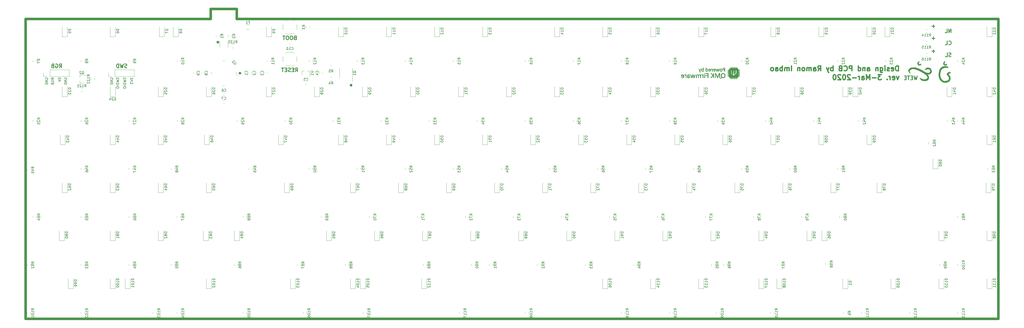
<source format=gbr>
G04 #@! TF.GenerationSoftware,KiCad,Pcbnew,(5.1.4)-1*
G04 #@! TF.CreationDate,2020-03-13T18:53:56+08:00*
G04 #@! TF.ProjectId,Wete,57657465-2e6b-4696-9361-645f70636258,rev?*
G04 #@! TF.SameCoordinates,Original*
G04 #@! TF.FileFunction,Legend,Bot*
G04 #@! TF.FilePolarity,Positive*
%FSLAX46Y46*%
G04 Gerber Fmt 4.6, Leading zero omitted, Abs format (unit mm)*
G04 Created by KiCad (PCBNEW (5.1.4)-1) date 2020-03-13 18:53:56*
%MOMM*%
%LPD*%
G04 APERTURE LIST*
%ADD10C,0.150000*%
%ADD11C,0.300000*%
%ADD12C,0.375000*%
%ADD13C,1.000000*%
%ADD14C,0.750000*%
%ADD15C,0.500000*%
%ADD16C,0.010000*%
%ADD17C,0.120000*%
G04 APERTURE END LIST*
D10*
X-1690625Y-14353154D02*
X-1738244Y-14257916D01*
X-1738244Y-14115059D01*
X-1690625Y-13972202D01*
X-1595386Y-13876964D01*
X-1500148Y-13829345D01*
X-1309672Y-13781726D01*
X-1166815Y-13781726D01*
X-976339Y-13829345D01*
X-881101Y-13876964D01*
X-785863Y-13972202D01*
X-738244Y-14115059D01*
X-738244Y-14210297D01*
X-785863Y-14353154D01*
X-833482Y-14400773D01*
X-1166815Y-14400773D01*
X-1166815Y-14210297D01*
X-738244Y-14829345D02*
X-1738244Y-14829345D01*
X-738244Y-15400773D01*
X-1738244Y-15400773D01*
X-738244Y-15876964D02*
X-1738244Y-15876964D01*
X-1738244Y-16115059D01*
X-1690625Y-16257916D01*
X-1595386Y-16353154D01*
X-1500148Y-16400773D01*
X-1309672Y-16448392D01*
X-1166815Y-16448392D01*
X-976339Y-16400773D01*
X-881101Y-16353154D01*
X-785863Y-16257916D01*
X-738244Y-16115059D01*
X-738244Y-15876964D01*
X5850000Y-14353154D02*
X5802380Y-14257916D01*
X5802380Y-14115059D01*
X5850000Y-13972202D01*
X5945238Y-13876964D01*
X6040476Y-13829345D01*
X6230952Y-13781726D01*
X6373809Y-13781726D01*
X6564285Y-13829345D01*
X6659523Y-13876964D01*
X6754761Y-13972202D01*
X6802380Y-14115059D01*
X6802380Y-14210297D01*
X6754761Y-14353154D01*
X6707142Y-14400773D01*
X6373809Y-14400773D01*
X6373809Y-14210297D01*
X6802380Y-14829345D02*
X5802380Y-14829345D01*
X6802380Y-15400773D01*
X5802380Y-15400773D01*
X6802380Y-15876964D02*
X5802380Y-15876964D01*
X5802380Y-16115059D01*
X5850000Y-16257916D01*
X5945238Y-16353154D01*
X6040476Y-16400773D01*
X6230952Y-16448392D01*
X6373809Y-16448392D01*
X6564285Y-16400773D01*
X6659523Y-16353154D01*
X6754761Y-16257916D01*
X6802380Y-16115059D01*
X6802380Y-15876964D01*
X1643005Y-14400773D02*
X1166815Y-14067440D01*
X1643005Y-13829345D02*
X643005Y-13829345D01*
X643005Y-14210297D01*
X690625Y-14305535D01*
X738244Y-14353154D01*
X833482Y-14400773D01*
X976339Y-14400773D01*
X1071577Y-14353154D01*
X1119196Y-14305535D01*
X1166815Y-14210297D01*
X1166815Y-13829345D01*
X690624Y-15353154D02*
X643005Y-15257916D01*
X643005Y-15115059D01*
X690624Y-14972202D01*
X785863Y-14876964D01*
X881101Y-14829345D01*
X1071577Y-14781726D01*
X1214434Y-14781726D01*
X1404910Y-14829345D01*
X1500148Y-14876964D01*
X1595386Y-14972202D01*
X1643005Y-15115059D01*
X1643005Y-15210297D01*
X1595386Y-15353154D01*
X1547767Y-15400773D01*
X1214434Y-15400773D01*
X1214434Y-15210297D01*
X1119196Y-16162678D02*
X1166815Y-16305535D01*
X1214434Y-16353154D01*
X1309672Y-16400773D01*
X1452529Y-16400773D01*
X1547767Y-16353154D01*
X1595386Y-16305535D01*
X1643005Y-16210297D01*
X1643005Y-15829345D01*
X643005Y-15829345D01*
X643005Y-16162678D01*
X690624Y-16257916D01*
X738244Y-16305535D01*
X833482Y-16353154D01*
X928720Y-16353154D01*
X1023958Y-16305535D01*
X1071577Y-16257916D01*
X1119196Y-16162678D01*
X1119196Y-15829345D01*
X3421130Y-14305535D02*
X3421130Y-13829345D01*
X3897321Y-13781726D01*
X3849702Y-13829345D01*
X3802083Y-13924583D01*
X3802083Y-14162678D01*
X3849702Y-14257916D01*
X3897321Y-14305535D01*
X3992559Y-14353154D01*
X4230654Y-14353154D01*
X4325892Y-14305535D01*
X4373511Y-14257916D01*
X4421130Y-14162678D01*
X4421130Y-13924583D01*
X4373511Y-13829345D01*
X4325892Y-13781726D01*
X3421130Y-14638869D02*
X4421130Y-14972202D01*
X3421130Y-15305535D01*
D11*
X3813839Y-9806696D02*
X4313839Y-9092410D01*
X4670982Y-9806696D02*
X4670982Y-8306696D01*
X4099553Y-8306696D01*
X3956696Y-8378125D01*
X3885267Y-8449553D01*
X3813839Y-8592410D01*
X3813839Y-8806696D01*
X3885267Y-8949553D01*
X3956696Y-9020982D01*
X4099553Y-9092410D01*
X4670982Y-9092410D01*
X2385267Y-8378125D02*
X2528125Y-8306696D01*
X2742410Y-8306696D01*
X2956696Y-8378125D01*
X3099553Y-8520982D01*
X3170982Y-8663839D01*
X3242410Y-8949553D01*
X3242410Y-9163839D01*
X3170982Y-9449553D01*
X3099553Y-9592410D01*
X2956696Y-9735267D01*
X2742410Y-9806696D01*
X2599553Y-9806696D01*
X2385267Y-9735267D01*
X2313839Y-9663839D01*
X2313839Y-9163839D01*
X2599553Y-9163839D01*
X1170982Y-9020982D02*
X956696Y-9092410D01*
X885267Y-9163839D01*
X813839Y-9306696D01*
X813839Y-9520982D01*
X885267Y-9663839D01*
X956696Y-9735267D01*
X1099553Y-9806696D01*
X1670982Y-9806696D01*
X1670982Y-8306696D01*
X1170982Y-8306696D01*
X1028125Y-8378125D01*
X956696Y-8449553D01*
X885267Y-8592410D01*
X885267Y-8735267D01*
X956696Y-8878125D01*
X1028125Y-8949553D01*
X1170982Y-9020982D01*
X1670982Y-9020982D01*
D12*
X344029464Y-13069196D02*
X343672321Y-14569196D01*
X343386607Y-13497767D01*
X343100892Y-14569196D01*
X342743750Y-13069196D01*
X342172321Y-13783482D02*
X341672321Y-13783482D01*
X341458035Y-14569196D02*
X342172321Y-14569196D01*
X342172321Y-13069196D01*
X341458035Y-13069196D01*
X341029464Y-13069196D02*
X340172321Y-13069196D01*
X340600892Y-14569196D02*
X340600892Y-13069196D01*
X339672321Y-13783482D02*
X339172321Y-13783482D01*
X338958035Y-14569196D02*
X339672321Y-14569196D01*
X339672321Y-13069196D01*
X338958035Y-13069196D01*
D13*
X-9525000Y-109537500D02*
X-9525000Y9525000D01*
X376237500Y-109537500D02*
X-9525000Y-109537500D01*
X376237500Y9525000D02*
X376237500Y-109537500D01*
X74215625Y9525000D02*
X376237500Y9525000D01*
X74215625Y13493750D02*
X74215625Y9525000D01*
X63896875Y13493750D02*
X74215625Y13493750D01*
X63896875Y9525000D02*
X63896875Y13493750D01*
X-9525000Y9525000D02*
X63896875Y9525000D01*
D11*
X351012053Y-3282142D02*
X349869196Y-3282142D01*
X350440625Y-3853571D02*
X350440625Y-2710714D01*
X351012053Y1877232D02*
X349869196Y1877232D01*
X350440625Y1305803D02*
X350440625Y2448660D01*
X351012053Y6639732D02*
X349869196Y6639732D01*
X350440625Y6068303D02*
X350440625Y7211160D01*
X357429464Y-5369642D02*
X357215178Y-5441071D01*
X356858035Y-5441071D01*
X356715178Y-5369642D01*
X356643750Y-5298214D01*
X356572321Y-5155357D01*
X356572321Y-5012500D01*
X356643750Y-4869642D01*
X356715178Y-4798214D01*
X356858035Y-4726785D01*
X357143750Y-4655357D01*
X357286607Y-4583928D01*
X357358035Y-4512500D01*
X357429464Y-4369642D01*
X357429464Y-4226785D01*
X357358035Y-4083928D01*
X357286607Y-4012500D01*
X357143750Y-3941071D01*
X356786607Y-3941071D01*
X356572321Y-4012500D01*
X355215178Y-5441071D02*
X355929464Y-5441071D01*
X355929464Y-3941071D01*
X356536607Y-535714D02*
X356608035Y-607142D01*
X356822321Y-678571D01*
X356965178Y-678571D01*
X357179464Y-607142D01*
X357322321Y-464285D01*
X357393750Y-321428D01*
X357465178Y-35714D01*
X357465178Y178571D01*
X357393750Y464285D01*
X357322321Y607142D01*
X357179464Y750000D01*
X356965178Y821428D01*
X356822321Y821428D01*
X356608035Y750000D01*
X356536607Y678571D01*
X355179464Y-678571D02*
X355893750Y-678571D01*
X355893750Y821428D01*
X357429464Y4083928D02*
X357429464Y5583928D01*
X356572321Y4083928D01*
X356572321Y5583928D01*
X355143750Y4083928D02*
X355858035Y4083928D01*
X355858035Y5583928D01*
D10*
X24106250Y-14353154D02*
X24058630Y-14257916D01*
X24058630Y-14115059D01*
X24106250Y-13972202D01*
X24201488Y-13876964D01*
X24296726Y-13829345D01*
X24487202Y-13781726D01*
X24630059Y-13781726D01*
X24820535Y-13829345D01*
X24915773Y-13876964D01*
X25011011Y-13972202D01*
X25058630Y-14115059D01*
X25058630Y-14210297D01*
X25011011Y-14353154D01*
X24963392Y-14400773D01*
X24630059Y-14400773D01*
X24630059Y-14210297D01*
X25058630Y-14829345D02*
X24058630Y-14829345D01*
X25058630Y-15400773D01*
X24058630Y-15400773D01*
X25058630Y-15876964D02*
X24058630Y-15876964D01*
X24058630Y-16115059D01*
X24106250Y-16257916D01*
X24201488Y-16353154D01*
X24296726Y-16400773D01*
X24487202Y-16448392D01*
X24630059Y-16448392D01*
X24820535Y-16400773D01*
X24915773Y-16353154D01*
X25011011Y-16257916D01*
X25058630Y-16115059D01*
X25058630Y-15876964D01*
X27392261Y-13781726D02*
X27439880Y-13924583D01*
X27439880Y-14162678D01*
X27392261Y-14257916D01*
X27344642Y-14305535D01*
X27249404Y-14353154D01*
X27154166Y-14353154D01*
X27058928Y-14305535D01*
X27011309Y-14257916D01*
X26963690Y-14162678D01*
X26916071Y-13972202D01*
X26868452Y-13876964D01*
X26820833Y-13829345D01*
X26725595Y-13781726D01*
X26630357Y-13781726D01*
X26535119Y-13829345D01*
X26487500Y-13876964D01*
X26439880Y-13972202D01*
X26439880Y-14210297D01*
X26487500Y-14353154D01*
X26439880Y-14686488D02*
X27439880Y-14924583D01*
X26725595Y-15115059D01*
X27439880Y-15305535D01*
X26439880Y-15543630D01*
X27439880Y-15924583D02*
X26439880Y-15924583D01*
X26439880Y-16162678D01*
X26487500Y-16305535D01*
X26582738Y-16400773D01*
X26677976Y-16448392D01*
X26868452Y-16496011D01*
X27011309Y-16496011D01*
X27201785Y-16448392D01*
X27297023Y-16400773D01*
X27392261Y-16305535D01*
X27439880Y-16162678D01*
X27439880Y-15924583D01*
X27439880Y-16924583D02*
X26439880Y-16924583D01*
X26439880Y-17591250D02*
X26439880Y-17781726D01*
X26487500Y-17876964D01*
X26582738Y-17972202D01*
X26773214Y-18019821D01*
X27106547Y-18019821D01*
X27297023Y-17972202D01*
X27392261Y-17876964D01*
X27439880Y-17781726D01*
X27439880Y-17591250D01*
X27392261Y-17496011D01*
X27297023Y-17400773D01*
X27106547Y-17353154D01*
X26773214Y-17353154D01*
X26582738Y-17400773D01*
X26487500Y-17496011D01*
X26439880Y-17591250D01*
X30170386Y-13781726D02*
X30218005Y-13924583D01*
X30218005Y-14162678D01*
X30170386Y-14257916D01*
X30122767Y-14305535D01*
X30027529Y-14353154D01*
X29932291Y-14353154D01*
X29837053Y-14305535D01*
X29789434Y-14257916D01*
X29741815Y-14162678D01*
X29694196Y-13972202D01*
X29646577Y-13876964D01*
X29598958Y-13829345D01*
X29503720Y-13781726D01*
X29408482Y-13781726D01*
X29313244Y-13829345D01*
X29265625Y-13876964D01*
X29218005Y-13972202D01*
X29218005Y-14210297D01*
X29265625Y-14353154D01*
X29218005Y-14686488D02*
X30218005Y-14924583D01*
X29503720Y-15115059D01*
X30218005Y-15305535D01*
X29218005Y-15543630D01*
X30218005Y-15924583D02*
X29218005Y-15924583D01*
X29218005Y-16162678D01*
X29265625Y-16305535D01*
X29360863Y-16400773D01*
X29456101Y-16448392D01*
X29646577Y-16496011D01*
X29789434Y-16496011D01*
X29979910Y-16448392D01*
X30075148Y-16400773D01*
X30170386Y-16305535D01*
X30218005Y-16162678D01*
X30218005Y-15924583D01*
X30218005Y-16924583D02*
X29218005Y-16924583D01*
X29218005Y-17591250D02*
X29218005Y-17781726D01*
X29265625Y-17876964D01*
X29360863Y-17972202D01*
X29551339Y-18019821D01*
X29884672Y-18019821D01*
X30075148Y-17972202D01*
X30170386Y-17876964D01*
X30218005Y-17781726D01*
X30218005Y-17591250D01*
X30170386Y-17496011D01*
X30075148Y-17400773D01*
X29884672Y-17353154D01*
X29551339Y-17353154D01*
X29360863Y-17400773D01*
X29265625Y-17496011D01*
X29218005Y-17591250D01*
X31996130Y-13734107D02*
X31996130Y-14353154D01*
X32377083Y-14019821D01*
X32377083Y-14162678D01*
X32424702Y-14257916D01*
X32472321Y-14305535D01*
X32567559Y-14353154D01*
X32805654Y-14353154D01*
X32900892Y-14305535D01*
X32948511Y-14257916D01*
X32996130Y-14162678D01*
X32996130Y-13876964D01*
X32948511Y-13781726D01*
X32900892Y-13734107D01*
X31996130Y-14638869D02*
X32996130Y-14972202D01*
X31996130Y-15305535D01*
X31996130Y-15543630D02*
X31996130Y-16162678D01*
X32377083Y-15829345D01*
X32377083Y-15972202D01*
X32424702Y-16067440D01*
X32472321Y-16115059D01*
X32567559Y-16162678D01*
X32805654Y-16162678D01*
X32900892Y-16115059D01*
X32948511Y-16067440D01*
X32996130Y-15972202D01*
X32996130Y-15686488D01*
X32948511Y-15591250D01*
X32900892Y-15543630D01*
D11*
X30610714Y-9735267D02*
X30396428Y-9806696D01*
X30039285Y-9806696D01*
X29896428Y-9735267D01*
X29825000Y-9663839D01*
X29753571Y-9520982D01*
X29753571Y-9378125D01*
X29825000Y-9235267D01*
X29896428Y-9163839D01*
X30039285Y-9092410D01*
X30325000Y-9020982D01*
X30467857Y-8949553D01*
X30539285Y-8878125D01*
X30610714Y-8735267D01*
X30610714Y-8592410D01*
X30539285Y-8449553D01*
X30467857Y-8378125D01*
X30325000Y-8306696D01*
X29967857Y-8306696D01*
X29753571Y-8378125D01*
X29253571Y-8306696D02*
X28896428Y-9806696D01*
X28610714Y-8735267D01*
X28325000Y-9806696D01*
X27967857Y-8306696D01*
X27396428Y-9806696D02*
X27396428Y-8306696D01*
X27039285Y-8306696D01*
X26825000Y-8378125D01*
X26682142Y-8520982D01*
X26610714Y-8663839D01*
X26539285Y-8949553D01*
X26539285Y-9163839D01*
X26610714Y-9449553D01*
X26682142Y-9592410D01*
X26825000Y-9735267D01*
X27039285Y-9806696D01*
X27396428Y-9806696D01*
D14*
X119459375Y-16549553D02*
X119316517Y-16692410D01*
X119459375Y-16835267D01*
X119602232Y-16692410D01*
X119459375Y-16549553D01*
X119459375Y-16835267D01*
X66675000Y516071D02*
X66532142Y373214D01*
X66675000Y230357D01*
X66817857Y373214D01*
X66675000Y516071D01*
X66675000Y230357D01*
X75406250Y-11787053D02*
X75263392Y-11929910D01*
X75406250Y-12072767D01*
X75549107Y-11929910D01*
X75406250Y-11787053D01*
X75406250Y-12072767D01*
D15*
X336542559Y-11061011D02*
X336542559Y-9061011D01*
X336066369Y-9061011D01*
X335780654Y-9156250D01*
X335590178Y-9346726D01*
X335494940Y-9537202D01*
X335399702Y-9918154D01*
X335399702Y-10203869D01*
X335494940Y-10584821D01*
X335590178Y-10775297D01*
X335780654Y-10965773D01*
X336066369Y-11061011D01*
X336542559Y-11061011D01*
X333780654Y-10965773D02*
X333971130Y-11061011D01*
X334352083Y-11061011D01*
X334542559Y-10965773D01*
X334637797Y-10775297D01*
X334637797Y-10013392D01*
X334542559Y-9822916D01*
X334352083Y-9727678D01*
X333971130Y-9727678D01*
X333780654Y-9822916D01*
X333685416Y-10013392D01*
X333685416Y-10203869D01*
X334637797Y-10394345D01*
X332923511Y-10965773D02*
X332733035Y-11061011D01*
X332352083Y-11061011D01*
X332161607Y-10965773D01*
X332066369Y-10775297D01*
X332066369Y-10680059D01*
X332161607Y-10489583D01*
X332352083Y-10394345D01*
X332637797Y-10394345D01*
X332828273Y-10299107D01*
X332923511Y-10108630D01*
X332923511Y-10013392D01*
X332828273Y-9822916D01*
X332637797Y-9727678D01*
X332352083Y-9727678D01*
X332161607Y-9822916D01*
X331209226Y-11061011D02*
X331209226Y-9727678D01*
X331209226Y-9061011D02*
X331304464Y-9156250D01*
X331209226Y-9251488D01*
X331113988Y-9156250D01*
X331209226Y-9061011D01*
X331209226Y-9251488D01*
X329399702Y-9727678D02*
X329399702Y-11346726D01*
X329494940Y-11537202D01*
X329590178Y-11632440D01*
X329780654Y-11727678D01*
X330066369Y-11727678D01*
X330256845Y-11632440D01*
X329399702Y-10965773D02*
X329590178Y-11061011D01*
X329971130Y-11061011D01*
X330161607Y-10965773D01*
X330256845Y-10870535D01*
X330352083Y-10680059D01*
X330352083Y-10108630D01*
X330256845Y-9918154D01*
X330161607Y-9822916D01*
X329971130Y-9727678D01*
X329590178Y-9727678D01*
X329399702Y-9822916D01*
X328447321Y-9727678D02*
X328447321Y-11061011D01*
X328447321Y-9918154D02*
X328352083Y-9822916D01*
X328161607Y-9727678D01*
X327875892Y-9727678D01*
X327685416Y-9822916D01*
X327590178Y-10013392D01*
X327590178Y-11061011D01*
X324256845Y-11061011D02*
X324256845Y-10013392D01*
X324352083Y-9822916D01*
X324542559Y-9727678D01*
X324923511Y-9727678D01*
X325113988Y-9822916D01*
X324256845Y-10965773D02*
X324447321Y-11061011D01*
X324923511Y-11061011D01*
X325113988Y-10965773D01*
X325209226Y-10775297D01*
X325209226Y-10584821D01*
X325113988Y-10394345D01*
X324923511Y-10299107D01*
X324447321Y-10299107D01*
X324256845Y-10203869D01*
X323304464Y-9727678D02*
X323304464Y-11061011D01*
X323304464Y-9918154D02*
X323209226Y-9822916D01*
X323018750Y-9727678D01*
X322733035Y-9727678D01*
X322542559Y-9822916D01*
X322447321Y-10013392D01*
X322447321Y-11061011D01*
X320637797Y-11061011D02*
X320637797Y-9061011D01*
X320637797Y-10965773D02*
X320828273Y-11061011D01*
X321209226Y-11061011D01*
X321399702Y-10965773D01*
X321494940Y-10870535D01*
X321590178Y-10680059D01*
X321590178Y-10108630D01*
X321494940Y-9918154D01*
X321399702Y-9822916D01*
X321209226Y-9727678D01*
X320828273Y-9727678D01*
X320637797Y-9822916D01*
X318161607Y-11061011D02*
X318161607Y-9061011D01*
X317399702Y-9061011D01*
X317209226Y-9156250D01*
X317113988Y-9251488D01*
X317018750Y-9441964D01*
X317018750Y-9727678D01*
X317113988Y-9918154D01*
X317209226Y-10013392D01*
X317399702Y-10108630D01*
X318161607Y-10108630D01*
X315018750Y-10870535D02*
X315113988Y-10965773D01*
X315399702Y-11061011D01*
X315590178Y-11061011D01*
X315875892Y-10965773D01*
X316066369Y-10775297D01*
X316161607Y-10584821D01*
X316256845Y-10203869D01*
X316256845Y-9918154D01*
X316161607Y-9537202D01*
X316066369Y-9346726D01*
X315875892Y-9156250D01*
X315590178Y-9061011D01*
X315399702Y-9061011D01*
X315113988Y-9156250D01*
X315018750Y-9251488D01*
X313494940Y-10013392D02*
X313209226Y-10108630D01*
X313113988Y-10203869D01*
X313018750Y-10394345D01*
X313018750Y-10680059D01*
X313113988Y-10870535D01*
X313209226Y-10965773D01*
X313399702Y-11061011D01*
X314161607Y-11061011D01*
X314161607Y-9061011D01*
X313494940Y-9061011D01*
X313304464Y-9156250D01*
X313209226Y-9251488D01*
X313113988Y-9441964D01*
X313113988Y-9632440D01*
X313209226Y-9822916D01*
X313304464Y-9918154D01*
X313494940Y-10013392D01*
X314161607Y-10013392D01*
X310637797Y-11061011D02*
X310637797Y-9061011D01*
X310637797Y-9822916D02*
X310447321Y-9727678D01*
X310066369Y-9727678D01*
X309875892Y-9822916D01*
X309780654Y-9918154D01*
X309685416Y-10108630D01*
X309685416Y-10680059D01*
X309780654Y-10870535D01*
X309875892Y-10965773D01*
X310066369Y-11061011D01*
X310447321Y-11061011D01*
X310637797Y-10965773D01*
X309018750Y-9727678D02*
X308542559Y-11061011D01*
X308066369Y-9727678D02*
X308542559Y-11061011D01*
X308733035Y-11537202D01*
X308828273Y-11632440D01*
X309018750Y-11727678D01*
X304637797Y-11061011D02*
X305304464Y-10108630D01*
X305780654Y-11061011D02*
X305780654Y-9061011D01*
X305018750Y-9061011D01*
X304828273Y-9156250D01*
X304733035Y-9251488D01*
X304637797Y-9441964D01*
X304637797Y-9727678D01*
X304733035Y-9918154D01*
X304828273Y-10013392D01*
X305018750Y-10108630D01*
X305780654Y-10108630D01*
X302923511Y-11061011D02*
X302923511Y-10013392D01*
X303018750Y-9822916D01*
X303209226Y-9727678D01*
X303590178Y-9727678D01*
X303780654Y-9822916D01*
X302923511Y-10965773D02*
X303113988Y-11061011D01*
X303590178Y-11061011D01*
X303780654Y-10965773D01*
X303875892Y-10775297D01*
X303875892Y-10584821D01*
X303780654Y-10394345D01*
X303590178Y-10299107D01*
X303113988Y-10299107D01*
X302923511Y-10203869D01*
X301971130Y-11061011D02*
X301971130Y-9727678D01*
X301971130Y-9918154D02*
X301875892Y-9822916D01*
X301685416Y-9727678D01*
X301399702Y-9727678D01*
X301209226Y-9822916D01*
X301113988Y-10013392D01*
X301113988Y-11061011D01*
X301113988Y-10013392D02*
X301018750Y-9822916D01*
X300828273Y-9727678D01*
X300542559Y-9727678D01*
X300352083Y-9822916D01*
X300256845Y-10013392D01*
X300256845Y-11061011D01*
X299018750Y-11061011D02*
X299209226Y-10965773D01*
X299304464Y-10870535D01*
X299399702Y-10680059D01*
X299399702Y-10108630D01*
X299304464Y-9918154D01*
X299209226Y-9822916D01*
X299018750Y-9727678D01*
X298733035Y-9727678D01*
X298542559Y-9822916D01*
X298447321Y-9918154D01*
X298352083Y-10108630D01*
X298352083Y-10680059D01*
X298447321Y-10870535D01*
X298542559Y-10965773D01*
X298733035Y-11061011D01*
X299018750Y-11061011D01*
X297494940Y-9727678D02*
X297494940Y-11061011D01*
X297494940Y-9918154D02*
X297399702Y-9822916D01*
X297209226Y-9727678D01*
X296923511Y-9727678D01*
X296733035Y-9822916D01*
X296637797Y-10013392D01*
X296637797Y-11061011D01*
X294161607Y-11061011D02*
X294161607Y-9061011D01*
X293209226Y-11061011D02*
X293209226Y-9727678D01*
X293209226Y-9918154D02*
X293113988Y-9822916D01*
X292923511Y-9727678D01*
X292637797Y-9727678D01*
X292447321Y-9822916D01*
X292352083Y-10013392D01*
X292352083Y-11061011D01*
X292352083Y-10013392D02*
X292256845Y-9822916D01*
X292066369Y-9727678D01*
X291780654Y-9727678D01*
X291590178Y-9822916D01*
X291494940Y-10013392D01*
X291494940Y-11061011D01*
X290542559Y-11061011D02*
X290542559Y-9061011D01*
X290542559Y-9822916D02*
X290352083Y-9727678D01*
X289971130Y-9727678D01*
X289780654Y-9822916D01*
X289685416Y-9918154D01*
X289590178Y-10108630D01*
X289590178Y-10680059D01*
X289685416Y-10870535D01*
X289780654Y-10965773D01*
X289971130Y-11061011D01*
X290352083Y-11061011D01*
X290542559Y-10965773D01*
X287875892Y-11061011D02*
X287875892Y-10013392D01*
X287971130Y-9822916D01*
X288161607Y-9727678D01*
X288542559Y-9727678D01*
X288733035Y-9822916D01*
X287875892Y-10965773D02*
X288066369Y-11061011D01*
X288542559Y-11061011D01*
X288733035Y-10965773D01*
X288828273Y-10775297D01*
X288828273Y-10584821D01*
X288733035Y-10394345D01*
X288542559Y-10299107D01*
X288066369Y-10299107D01*
X287875892Y-10203869D01*
X286637797Y-11061011D02*
X286828273Y-10965773D01*
X286923511Y-10870535D01*
X287018750Y-10680059D01*
X287018750Y-10108630D01*
X286923511Y-9918154D01*
X286828273Y-9822916D01*
X286637797Y-9727678D01*
X286352083Y-9727678D01*
X286161607Y-9822916D01*
X286066369Y-9918154D01*
X285971130Y-10108630D01*
X285971130Y-10680059D01*
X286066369Y-10870535D01*
X286161607Y-10965773D01*
X286352083Y-11061011D01*
X286637797Y-11061011D01*
X336733035Y-13227678D02*
X336256845Y-14561011D01*
X335780654Y-13227678D01*
X334256845Y-14465773D02*
X334447321Y-14561011D01*
X334828273Y-14561011D01*
X335018750Y-14465773D01*
X335113988Y-14275297D01*
X335113988Y-13513392D01*
X335018750Y-13322916D01*
X334828273Y-13227678D01*
X334447321Y-13227678D01*
X334256845Y-13322916D01*
X334161607Y-13513392D01*
X334161607Y-13703869D01*
X335113988Y-13894345D01*
X333304464Y-14561011D02*
X333304464Y-13227678D01*
X333304464Y-13608630D02*
X333209226Y-13418154D01*
X333113988Y-13322916D01*
X332923511Y-13227678D01*
X332733035Y-13227678D01*
X332066369Y-14370535D02*
X331971130Y-14465773D01*
X332066369Y-14561011D01*
X332161607Y-14465773D01*
X332066369Y-14370535D01*
X332066369Y-14561011D01*
X329780654Y-12561011D02*
X328542559Y-12561011D01*
X329209226Y-13322916D01*
X328923511Y-13322916D01*
X328733035Y-13418154D01*
X328637797Y-13513392D01*
X328542559Y-13703869D01*
X328542559Y-14180059D01*
X328637797Y-14370535D01*
X328733035Y-14465773D01*
X328923511Y-14561011D01*
X329494940Y-14561011D01*
X329685416Y-14465773D01*
X329780654Y-14370535D01*
X327685416Y-13799107D02*
X326161607Y-13799107D01*
X325209226Y-14561011D02*
X325209226Y-12561011D01*
X324542559Y-13989583D01*
X323875892Y-12561011D01*
X323875892Y-14561011D01*
X322066369Y-14561011D02*
X322066369Y-13513392D01*
X322161607Y-13322916D01*
X322352083Y-13227678D01*
X322733035Y-13227678D01*
X322923511Y-13322916D01*
X322066369Y-14465773D02*
X322256845Y-14561011D01*
X322733035Y-14561011D01*
X322923511Y-14465773D01*
X323018750Y-14275297D01*
X323018750Y-14084821D01*
X322923511Y-13894345D01*
X322733035Y-13799107D01*
X322256845Y-13799107D01*
X322066369Y-13703869D01*
X321113988Y-14561011D02*
X321113988Y-13227678D01*
X321113988Y-13608630D02*
X321018750Y-13418154D01*
X320923511Y-13322916D01*
X320733035Y-13227678D01*
X320542559Y-13227678D01*
X319875892Y-13799107D02*
X318352083Y-13799107D01*
X317494940Y-12751488D02*
X317399702Y-12656250D01*
X317209226Y-12561011D01*
X316733035Y-12561011D01*
X316542559Y-12656250D01*
X316447321Y-12751488D01*
X316352083Y-12941964D01*
X316352083Y-13132440D01*
X316447321Y-13418154D01*
X317590178Y-14561011D01*
X316352083Y-14561011D01*
X315113988Y-12561011D02*
X314923511Y-12561011D01*
X314733035Y-12656250D01*
X314637797Y-12751488D01*
X314542559Y-12941964D01*
X314447321Y-13322916D01*
X314447321Y-13799107D01*
X314542559Y-14180059D01*
X314637797Y-14370535D01*
X314733035Y-14465773D01*
X314923511Y-14561011D01*
X315113988Y-14561011D01*
X315304464Y-14465773D01*
X315399702Y-14370535D01*
X315494940Y-14180059D01*
X315590178Y-13799107D01*
X315590178Y-13322916D01*
X315494940Y-12941964D01*
X315399702Y-12751488D01*
X315304464Y-12656250D01*
X315113988Y-12561011D01*
X313685416Y-12751488D02*
X313590178Y-12656250D01*
X313399702Y-12561011D01*
X312923511Y-12561011D01*
X312733035Y-12656250D01*
X312637797Y-12751488D01*
X312542559Y-12941964D01*
X312542559Y-13132440D01*
X312637797Y-13418154D01*
X313780654Y-14561011D01*
X312542559Y-14561011D01*
X311304464Y-12561011D02*
X311113988Y-12561011D01*
X310923511Y-12656250D01*
X310828273Y-12751488D01*
X310733035Y-12941964D01*
X310637797Y-13322916D01*
X310637797Y-13799107D01*
X310733035Y-14180059D01*
X310828273Y-14370535D01*
X310923511Y-14465773D01*
X311113988Y-14561011D01*
X311304464Y-14561011D01*
X311494940Y-14465773D01*
X311590178Y-14370535D01*
X311685416Y-14180059D01*
X311780654Y-13799107D01*
X311780654Y-13322916D01*
X311685416Y-12941964D01*
X311590178Y-12751488D01*
X311494940Y-12656250D01*
X311304464Y-12561011D01*
D11*
X97428571Y-11394196D02*
X97928571Y-10679910D01*
X98285714Y-11394196D02*
X98285714Y-9894196D01*
X97714285Y-9894196D01*
X97571428Y-9965625D01*
X97500000Y-10037053D01*
X97428571Y-10179910D01*
X97428571Y-10394196D01*
X97500000Y-10537053D01*
X97571428Y-10608482D01*
X97714285Y-10679910D01*
X98285714Y-10679910D01*
X96785714Y-10608482D02*
X96285714Y-10608482D01*
X96071428Y-11394196D02*
X96785714Y-11394196D01*
X96785714Y-9894196D01*
X96071428Y-9894196D01*
X95500000Y-11322767D02*
X95285714Y-11394196D01*
X94928571Y-11394196D01*
X94785714Y-11322767D01*
X94714285Y-11251339D01*
X94642857Y-11108482D01*
X94642857Y-10965625D01*
X94714285Y-10822767D01*
X94785714Y-10751339D01*
X94928571Y-10679910D01*
X95214285Y-10608482D01*
X95357142Y-10537053D01*
X95428571Y-10465625D01*
X95500000Y-10322767D01*
X95500000Y-10179910D01*
X95428571Y-10037053D01*
X95357142Y-9965625D01*
X95214285Y-9894196D01*
X94857142Y-9894196D01*
X94642857Y-9965625D01*
X94000000Y-10608482D02*
X93500000Y-10608482D01*
X93285714Y-11394196D02*
X94000000Y-11394196D01*
X94000000Y-9894196D01*
X93285714Y-9894196D01*
X92857142Y-9894196D02*
X92000000Y-9894196D01*
X92428571Y-11394196D02*
X92428571Y-9894196D01*
X97285714Y2091517D02*
X97071428Y2020089D01*
X97000000Y1948660D01*
X96928571Y1805803D01*
X96928571Y1591517D01*
X97000000Y1448660D01*
X97071428Y1377232D01*
X97214285Y1305803D01*
X97785714Y1305803D01*
X97785714Y2805803D01*
X97285714Y2805803D01*
X97142857Y2734375D01*
X97071428Y2662946D01*
X97000000Y2520089D01*
X97000000Y2377232D01*
X97071428Y2234375D01*
X97142857Y2162946D01*
X97285714Y2091517D01*
X97785714Y2091517D01*
X96000000Y2805803D02*
X95714285Y2805803D01*
X95571428Y2734375D01*
X95428571Y2591517D01*
X95357142Y2305803D01*
X95357142Y1805803D01*
X95428571Y1520089D01*
X95571428Y1377232D01*
X95714285Y1305803D01*
X96000000Y1305803D01*
X96142857Y1377232D01*
X96285714Y1520089D01*
X96357142Y1805803D01*
X96357142Y2305803D01*
X96285714Y2591517D01*
X96142857Y2734375D01*
X96000000Y2805803D01*
X94428571Y2805803D02*
X94142857Y2805803D01*
X94000000Y2734375D01*
X93857142Y2591517D01*
X93785714Y2305803D01*
X93785714Y1805803D01*
X93857142Y1520089D01*
X94000000Y1377232D01*
X94142857Y1305803D01*
X94428571Y1305803D01*
X94571428Y1377232D01*
X94714285Y1520089D01*
X94785714Y1805803D01*
X94785714Y2305803D01*
X94714285Y2591517D01*
X94571428Y2734375D01*
X94428571Y2805803D01*
X93357142Y2805803D02*
X92500000Y2805803D01*
X92928571Y1305803D02*
X92928571Y2805803D01*
D16*
G36*
X259157051Y-9738724D02*
G01*
X259140692Y-9746047D01*
X259129269Y-9760150D01*
X259121901Y-9787448D01*
X259117703Y-9834352D01*
X259115793Y-9907273D01*
X259115288Y-10012625D01*
X259115278Y-10042093D01*
X259115278Y-10332203D01*
X259014588Y-10269611D01*
X258894853Y-10213365D01*
X258779901Y-10196889D01*
X258668533Y-10220079D01*
X258631631Y-10236797D01*
X258540625Y-10299808D01*
X258475037Y-10384011D01*
X258432973Y-10493522D01*
X258412541Y-10632451D01*
X258409835Y-10718720D01*
X258422133Y-10887200D01*
X258458944Y-11025089D01*
X258519737Y-11131735D01*
X258603984Y-11206481D01*
X258711155Y-11248674D01*
X258840720Y-11257658D01*
X258845554Y-11257370D01*
X258925352Y-11248699D01*
X258983019Y-11230766D01*
X259036638Y-11197176D01*
X259053842Y-11183731D01*
X259135437Y-11118159D01*
X259135437Y-11177429D01*
X259148132Y-11229892D01*
X259188899Y-11256327D01*
X259234520Y-11261170D01*
X259272184Y-11254292D01*
X259283268Y-11247731D01*
X259286325Y-11225180D01*
X259289137Y-11166868D01*
X259291625Y-11077351D01*
X259293707Y-10961185D01*
X259295302Y-10822926D01*
X259295827Y-10743230D01*
X259115278Y-10743230D01*
X259115278Y-10933496D01*
X259025014Y-11016698D01*
X258966616Y-11065870D01*
X258919371Y-11091144D01*
X258868611Y-11099589D01*
X258852340Y-11099900D01*
X258789453Y-11094880D01*
X258738463Y-11082468D01*
X258731003Y-11079068D01*
X258675380Y-11027591D01*
X258634239Y-10943601D01*
X258609704Y-10832961D01*
X258603465Y-10726964D01*
X258614947Y-10587133D01*
X258647901Y-10479098D01*
X258701699Y-10403856D01*
X258775712Y-10362405D01*
X258838188Y-10354027D01*
X258887660Y-10366509D01*
X258952292Y-10398165D01*
X259018095Y-10440315D01*
X259071083Y-10484276D01*
X259093686Y-10512619D01*
X259103197Y-10549965D01*
X259110570Y-10616174D01*
X259114734Y-10699803D01*
X259115278Y-10743230D01*
X259295827Y-10743230D01*
X259296329Y-10667130D01*
X259296706Y-10498354D01*
X259296707Y-10492163D01*
X259296707Y-9750034D01*
X259247765Y-9737750D01*
X259191844Y-9733249D01*
X259157051Y-9738724D01*
X259157051Y-9738724D01*
G37*
X259157051Y-9738724D02*
X259140692Y-9746047D01*
X259129269Y-9760150D01*
X259121901Y-9787448D01*
X259117703Y-9834352D01*
X259115793Y-9907273D01*
X259115288Y-10012625D01*
X259115278Y-10042093D01*
X259115278Y-10332203D01*
X259014588Y-10269611D01*
X258894853Y-10213365D01*
X258779901Y-10196889D01*
X258668533Y-10220079D01*
X258631631Y-10236797D01*
X258540625Y-10299808D01*
X258475037Y-10384011D01*
X258432973Y-10493522D01*
X258412541Y-10632451D01*
X258409835Y-10718720D01*
X258422133Y-10887200D01*
X258458944Y-11025089D01*
X258519737Y-11131735D01*
X258603984Y-11206481D01*
X258711155Y-11248674D01*
X258840720Y-11257658D01*
X258845554Y-11257370D01*
X258925352Y-11248699D01*
X258983019Y-11230766D01*
X259036638Y-11197176D01*
X259053842Y-11183731D01*
X259135437Y-11118159D01*
X259135437Y-11177429D01*
X259148132Y-11229892D01*
X259188899Y-11256327D01*
X259234520Y-11261170D01*
X259272184Y-11254292D01*
X259283268Y-11247731D01*
X259286325Y-11225180D01*
X259289137Y-11166868D01*
X259291625Y-11077351D01*
X259293707Y-10961185D01*
X259295302Y-10822926D01*
X259295827Y-10743230D01*
X259115278Y-10743230D01*
X259115278Y-10933496D01*
X259025014Y-11016698D01*
X258966616Y-11065870D01*
X258919371Y-11091144D01*
X258868611Y-11099589D01*
X258852340Y-11099900D01*
X258789453Y-11094880D01*
X258738463Y-11082468D01*
X258731003Y-11079068D01*
X258675380Y-11027591D01*
X258634239Y-10943601D01*
X258609704Y-10832961D01*
X258603465Y-10726964D01*
X258614947Y-10587133D01*
X258647901Y-10479098D01*
X258701699Y-10403856D01*
X258775712Y-10362405D01*
X258838188Y-10354027D01*
X258887660Y-10366509D01*
X258952292Y-10398165D01*
X259018095Y-10440315D01*
X259071083Y-10484276D01*
X259093686Y-10512619D01*
X259103197Y-10549965D01*
X259110570Y-10616174D01*
X259114734Y-10699803D01*
X259115278Y-10743230D01*
X259295827Y-10743230D01*
X259296329Y-10667130D01*
X259296706Y-10498354D01*
X259296707Y-10492163D01*
X259296707Y-9750034D01*
X259247765Y-9737750D01*
X259191844Y-9733249D01*
X259157051Y-9738724D01*
G36*
X260133294Y-9759345D02*
G01*
X260128007Y-10499732D01*
X260122719Y-11240119D01*
X260173319Y-11252819D01*
X260236764Y-11257943D01*
X260273231Y-11233653D01*
X260284485Y-11181168D01*
X260286800Y-11138396D01*
X260292385Y-11120070D01*
X260292538Y-11120059D01*
X260312133Y-11130426D01*
X260355195Y-11157445D01*
X260405437Y-11190615D01*
X260472956Y-11231990D01*
X260529209Y-11253121D01*
X260593420Y-11260140D01*
X260624169Y-11260381D01*
X260700396Y-11255089D01*
X260770016Y-11242433D01*
X260799532Y-11232815D01*
X260875455Y-11181501D01*
X260943129Y-11102614D01*
X260991797Y-11008817D01*
X260993294Y-11004659D01*
X261005841Y-10947987D01*
X261015166Y-10864631D01*
X261019902Y-10768180D01*
X261020225Y-10737043D01*
X261016958Y-10687007D01*
X260828508Y-10687007D01*
X260827249Y-10795637D01*
X260811635Y-10899585D01*
X260782808Y-10989187D01*
X260741904Y-11054777D01*
X260714771Y-11077056D01*
X260643649Y-11098382D01*
X260559055Y-11095327D01*
X260478284Y-11069564D01*
X260448141Y-11051264D01*
X260395563Y-11009742D01*
X260360680Y-10971138D01*
X260339855Y-10925760D01*
X260329451Y-10863913D01*
X260325831Y-10775905D01*
X260325443Y-10724270D01*
X260324802Y-10519989D01*
X260404234Y-10448226D01*
X260495339Y-10384649D01*
X260582965Y-10359295D01*
X260663628Y-10371741D01*
X260733843Y-10421562D01*
X260783413Y-10494370D01*
X260814276Y-10583363D01*
X260828508Y-10687007D01*
X261016958Y-10687007D01*
X261009793Y-10577295D01*
X260977391Y-10448553D01*
X260921507Y-10347081D01*
X260840628Y-10269143D01*
X260826991Y-10259743D01*
X260721543Y-10212644D01*
X260605803Y-10198966D01*
X260491457Y-10218740D01*
X260409005Y-10258559D01*
X260324802Y-10314282D01*
X260324493Y-10056972D01*
X260323110Y-9957396D01*
X260319555Y-9871353D01*
X260314351Y-9807474D01*
X260308020Y-9774388D01*
X260307322Y-9773069D01*
X260273926Y-9755192D01*
X260211877Y-9752910D01*
X260133294Y-9759345D01*
X260133294Y-9759345D01*
G37*
X260133294Y-9759345D02*
X260128007Y-10499732D01*
X260122719Y-11240119D01*
X260173319Y-11252819D01*
X260236764Y-11257943D01*
X260273231Y-11233653D01*
X260284485Y-11181168D01*
X260286800Y-11138396D01*
X260292385Y-11120070D01*
X260292538Y-11120059D01*
X260312133Y-11130426D01*
X260355195Y-11157445D01*
X260405437Y-11190615D01*
X260472956Y-11231990D01*
X260529209Y-11253121D01*
X260593420Y-11260140D01*
X260624169Y-11260381D01*
X260700396Y-11255089D01*
X260770016Y-11242433D01*
X260799532Y-11232815D01*
X260875455Y-11181501D01*
X260943129Y-11102614D01*
X260991797Y-11008817D01*
X260993294Y-11004659D01*
X261005841Y-10947987D01*
X261015166Y-10864631D01*
X261019902Y-10768180D01*
X261020225Y-10737043D01*
X261016958Y-10687007D01*
X260828508Y-10687007D01*
X260827249Y-10795637D01*
X260811635Y-10899585D01*
X260782808Y-10989187D01*
X260741904Y-11054777D01*
X260714771Y-11077056D01*
X260643649Y-11098382D01*
X260559055Y-11095327D01*
X260478284Y-11069564D01*
X260448141Y-11051264D01*
X260395563Y-11009742D01*
X260360680Y-10971138D01*
X260339855Y-10925760D01*
X260329451Y-10863913D01*
X260325831Y-10775905D01*
X260325443Y-10724270D01*
X260324802Y-10519989D01*
X260404234Y-10448226D01*
X260495339Y-10384649D01*
X260582965Y-10359295D01*
X260663628Y-10371741D01*
X260733843Y-10421562D01*
X260783413Y-10494370D01*
X260814276Y-10583363D01*
X260828508Y-10687007D01*
X261016958Y-10687007D01*
X261009793Y-10577295D01*
X260977391Y-10448553D01*
X260921507Y-10347081D01*
X260840628Y-10269143D01*
X260826991Y-10259743D01*
X260721543Y-10212644D01*
X260605803Y-10198966D01*
X260491457Y-10218740D01*
X260409005Y-10258559D01*
X260324802Y-10314282D01*
X260324493Y-10056972D01*
X260323110Y-9957396D01*
X260319555Y-9871353D01*
X260314351Y-9807474D01*
X260308020Y-9774388D01*
X260307322Y-9773069D01*
X260273926Y-9755192D01*
X260211877Y-9752910D01*
X260133294Y-9759345D01*
G36*
X261577963Y-10200380D02*
G01*
X261473079Y-10233742D01*
X261380720Y-10293787D01*
X261307228Y-10380223D01*
X261262283Y-10480933D01*
X261237330Y-10589823D01*
X261232919Y-10675921D01*
X261248907Y-10734685D01*
X261270937Y-10756493D01*
X261304872Y-10764028D01*
X261371714Y-10770271D01*
X261464061Y-10774783D01*
X261574511Y-10777128D01*
X261623715Y-10777361D01*
X261937500Y-10777361D01*
X261937500Y-10827350D01*
X261929983Y-10878210D01*
X261911333Y-10941886D01*
X261905440Y-10957465D01*
X261853399Y-11036534D01*
X261773154Y-11089399D01*
X261668617Y-11114230D01*
X261572943Y-11112983D01*
X261492418Y-11100450D01*
X261415634Y-11081882D01*
X261379689Y-11069522D01*
X261318763Y-11051720D01*
X261284632Y-11062722D01*
X261273937Y-11104570D01*
X261275726Y-11132722D01*
X261285384Y-11169387D01*
X261310880Y-11194789D01*
X261362507Y-11217773D01*
X261383135Y-11225010D01*
X261465255Y-11243980D01*
X261568688Y-11255317D01*
X261677814Y-11258488D01*
X261777011Y-11252962D01*
X261843057Y-11240672D01*
X261938223Y-11192931D01*
X262022397Y-11114379D01*
X262080038Y-11025346D01*
X262104517Y-10966904D01*
X262119152Y-10906447D01*
X262126260Y-10830501D01*
X262128104Y-10745697D01*
X262127167Y-10653175D01*
X262122393Y-10598272D01*
X261936960Y-10598272D01*
X261925183Y-10618402D01*
X261891555Y-10629759D01*
X261830816Y-10634855D01*
X261737706Y-10636199D01*
X261675941Y-10636250D01*
X261414381Y-10636250D01*
X261426419Y-10570734D01*
X261460518Y-10466458D01*
X261518302Y-10393953D01*
X261582887Y-10358875D01*
X261682676Y-10345112D01*
X261775677Y-10367879D01*
X261854163Y-10423403D01*
X261910409Y-10507907D01*
X261915999Y-10521649D01*
X261932146Y-10566858D01*
X261936960Y-10598272D01*
X262122393Y-10598272D01*
X262121394Y-10586784D01*
X262107981Y-10532391D01*
X262084122Y-10475860D01*
X262068223Y-10443988D01*
X261995870Y-10339574D01*
X261904323Y-10263298D01*
X261799928Y-10214867D01*
X261689027Y-10193991D01*
X261577963Y-10200380D01*
X261577963Y-10200380D01*
G37*
X261577963Y-10200380D02*
X261473079Y-10233742D01*
X261380720Y-10293787D01*
X261307228Y-10380223D01*
X261262283Y-10480933D01*
X261237330Y-10589823D01*
X261232919Y-10675921D01*
X261248907Y-10734685D01*
X261270937Y-10756493D01*
X261304872Y-10764028D01*
X261371714Y-10770271D01*
X261464061Y-10774783D01*
X261574511Y-10777128D01*
X261623715Y-10777361D01*
X261937500Y-10777361D01*
X261937500Y-10827350D01*
X261929983Y-10878210D01*
X261911333Y-10941886D01*
X261905440Y-10957465D01*
X261853399Y-11036534D01*
X261773154Y-11089399D01*
X261668617Y-11114230D01*
X261572943Y-11112983D01*
X261492418Y-11100450D01*
X261415634Y-11081882D01*
X261379689Y-11069522D01*
X261318763Y-11051720D01*
X261284632Y-11062722D01*
X261273937Y-11104570D01*
X261275726Y-11132722D01*
X261285384Y-11169387D01*
X261310880Y-11194789D01*
X261362507Y-11217773D01*
X261383135Y-11225010D01*
X261465255Y-11243980D01*
X261568688Y-11255317D01*
X261677814Y-11258488D01*
X261777011Y-11252962D01*
X261843057Y-11240672D01*
X261938223Y-11192931D01*
X262022397Y-11114379D01*
X262080038Y-11025346D01*
X262104517Y-10966904D01*
X262119152Y-10906447D01*
X262126260Y-10830501D01*
X262128104Y-10745697D01*
X262127167Y-10653175D01*
X262122393Y-10598272D01*
X261936960Y-10598272D01*
X261925183Y-10618402D01*
X261891555Y-10629759D01*
X261830816Y-10634855D01*
X261737706Y-10636199D01*
X261675941Y-10636250D01*
X261414381Y-10636250D01*
X261426419Y-10570734D01*
X261460518Y-10466458D01*
X261518302Y-10393953D01*
X261582887Y-10358875D01*
X261682676Y-10345112D01*
X261775677Y-10367879D01*
X261854163Y-10423403D01*
X261910409Y-10507907D01*
X261915999Y-10521649D01*
X261932146Y-10566858D01*
X261936960Y-10598272D01*
X262122393Y-10598272D01*
X262121394Y-10586784D01*
X262107981Y-10532391D01*
X262084122Y-10475860D01*
X262068223Y-10443988D01*
X261995870Y-10339574D01*
X261904323Y-10263298D01*
X261799928Y-10214867D01*
X261689027Y-10193991D01*
X261577963Y-10200380D01*
G36*
X262278874Y-10213626D02*
G01*
X262250632Y-10243267D01*
X262240198Y-10298093D01*
X262239881Y-10314595D01*
X262239881Y-10394697D01*
X262346988Y-10382109D01*
X262454094Y-10369521D01*
X262538496Y-10465406D01*
X262622897Y-10561291D01*
X262622897Y-10898994D01*
X262623368Y-11025243D01*
X262625121Y-11116818D01*
X262628671Y-11179355D01*
X262634530Y-11218491D01*
X262643214Y-11239861D01*
X262654784Y-11248934D01*
X262717244Y-11260709D01*
X262774895Y-11252217D01*
X262800294Y-11236980D01*
X262807162Y-11210604D01*
X262812985Y-11150829D01*
X262817718Y-11064561D01*
X262821315Y-10958706D01*
X262823730Y-10840170D01*
X262824918Y-10715859D01*
X262824832Y-10592679D01*
X262823427Y-10477535D01*
X262820656Y-10377335D01*
X262816473Y-10298983D01*
X262810834Y-10249386D01*
X262806943Y-10236619D01*
X262774362Y-10218699D01*
X262721577Y-10216460D01*
X262673683Y-10226140D01*
X262651562Y-10251734D01*
X262643056Y-10290345D01*
X262632977Y-10357693D01*
X262582580Y-10303548D01*
X262499908Y-10235035D01*
X262412717Y-10198556D01*
X262328188Y-10196237D01*
X262278874Y-10213626D01*
X262278874Y-10213626D01*
G37*
X262278874Y-10213626D02*
X262250632Y-10243267D01*
X262240198Y-10298093D01*
X262239881Y-10314595D01*
X262239881Y-10394697D01*
X262346988Y-10382109D01*
X262454094Y-10369521D01*
X262538496Y-10465406D01*
X262622897Y-10561291D01*
X262622897Y-10898994D01*
X262623368Y-11025243D01*
X262625121Y-11116818D01*
X262628671Y-11179355D01*
X262634530Y-11218491D01*
X262643214Y-11239861D01*
X262654784Y-11248934D01*
X262717244Y-11260709D01*
X262774895Y-11252217D01*
X262800294Y-11236980D01*
X262807162Y-11210604D01*
X262812985Y-11150829D01*
X262817718Y-11064561D01*
X262821315Y-10958706D01*
X262823730Y-10840170D01*
X262824918Y-10715859D01*
X262824832Y-10592679D01*
X262823427Y-10477535D01*
X262820656Y-10377335D01*
X262816473Y-10298983D01*
X262810834Y-10249386D01*
X262806943Y-10236619D01*
X262774362Y-10218699D01*
X262721577Y-10216460D01*
X262673683Y-10226140D01*
X262651562Y-10251734D01*
X262643056Y-10290345D01*
X262632977Y-10357693D01*
X262582580Y-10303548D01*
X262499908Y-10235035D01*
X262412717Y-10198556D01*
X262328188Y-10196237D01*
X262278874Y-10213626D01*
G36*
X263455898Y-10198930D02*
G01*
X263336847Y-10224826D01*
X263242081Y-10278373D01*
X263162281Y-10364944D01*
X263158312Y-10370528D01*
X263121748Y-10431649D01*
X263101077Y-10495007D01*
X263090700Y-10578557D01*
X263089950Y-10589701D01*
X263086809Y-10654026D01*
X263090149Y-10701663D01*
X263105074Y-10735119D01*
X263136688Y-10756899D01*
X263190094Y-10769508D01*
X263270396Y-10775454D01*
X263382697Y-10777242D01*
X263472150Y-10777361D01*
X263789569Y-10777361D01*
X263778328Y-10852956D01*
X263746209Y-10964872D01*
X263688039Y-11046226D01*
X263604400Y-11096725D01*
X263495874Y-11116075D01*
X263363044Y-11103984D01*
X263305966Y-11090993D01*
X263239522Y-11073899D01*
X263186610Y-11060664D01*
X263165659Y-11055715D01*
X263145037Y-11064384D01*
X263137187Y-11105842D01*
X263136945Y-11119787D01*
X263145509Y-11169520D01*
X263174381Y-11205847D01*
X263228330Y-11230846D01*
X263312127Y-11246594D01*
X263430540Y-11255170D01*
X263449405Y-11255890D01*
X263549541Y-11257626D01*
X263621138Y-11253645D01*
X263675738Y-11242625D01*
X263721721Y-11224742D01*
X263825887Y-11154521D01*
X263905313Y-11056558D01*
X263953238Y-10939196D01*
X263953316Y-10938870D01*
X263967462Y-10844120D01*
X263970741Y-10734511D01*
X263964741Y-10636250D01*
X263792872Y-10636250D01*
X263262824Y-10636250D01*
X263276488Y-10550801D01*
X263308653Y-10456597D01*
X263370217Y-10389796D01*
X263449204Y-10354082D01*
X263535363Y-10346225D01*
X263621875Y-10363216D01*
X263684514Y-10397069D01*
X263725076Y-10447611D01*
X263761176Y-10522016D01*
X263779579Y-10580813D01*
X263792872Y-10636250D01*
X263964741Y-10636250D01*
X263963976Y-10623738D01*
X263947988Y-10525499D01*
X263924282Y-10454821D01*
X263845280Y-10340009D01*
X263743316Y-10257282D01*
X263622308Y-10208780D01*
X263486175Y-10196644D01*
X263455898Y-10198930D01*
X263455898Y-10198930D01*
G37*
X263455898Y-10198930D02*
X263336847Y-10224826D01*
X263242081Y-10278373D01*
X263162281Y-10364944D01*
X263158312Y-10370528D01*
X263121748Y-10431649D01*
X263101077Y-10495007D01*
X263090700Y-10578557D01*
X263089950Y-10589701D01*
X263086809Y-10654026D01*
X263090149Y-10701663D01*
X263105074Y-10735119D01*
X263136688Y-10756899D01*
X263190094Y-10769508D01*
X263270396Y-10775454D01*
X263382697Y-10777242D01*
X263472150Y-10777361D01*
X263789569Y-10777361D01*
X263778328Y-10852956D01*
X263746209Y-10964872D01*
X263688039Y-11046226D01*
X263604400Y-11096725D01*
X263495874Y-11116075D01*
X263363044Y-11103984D01*
X263305966Y-11090993D01*
X263239522Y-11073899D01*
X263186610Y-11060664D01*
X263165659Y-11055715D01*
X263145037Y-11064384D01*
X263137187Y-11105842D01*
X263136945Y-11119787D01*
X263145509Y-11169520D01*
X263174381Y-11205847D01*
X263228330Y-11230846D01*
X263312127Y-11246594D01*
X263430540Y-11255170D01*
X263449405Y-11255890D01*
X263549541Y-11257626D01*
X263621138Y-11253645D01*
X263675738Y-11242625D01*
X263721721Y-11224742D01*
X263825887Y-11154521D01*
X263905313Y-11056558D01*
X263953238Y-10939196D01*
X263953316Y-10938870D01*
X263967462Y-10844120D01*
X263970741Y-10734511D01*
X263964741Y-10636250D01*
X263792872Y-10636250D01*
X263262824Y-10636250D01*
X263276488Y-10550801D01*
X263308653Y-10456597D01*
X263370217Y-10389796D01*
X263449204Y-10354082D01*
X263535363Y-10346225D01*
X263621875Y-10363216D01*
X263684514Y-10397069D01*
X263725076Y-10447611D01*
X263761176Y-10522016D01*
X263779579Y-10580813D01*
X263792872Y-10636250D01*
X263964741Y-10636250D01*
X263963976Y-10623738D01*
X263947988Y-10525499D01*
X263924282Y-10454821D01*
X263845280Y-10340009D01*
X263743316Y-10257282D01*
X263622308Y-10208780D01*
X263486175Y-10196644D01*
X263455898Y-10198930D01*
G36*
X264128506Y-10223489D02*
G01*
X264114643Y-10244247D01*
X264120695Y-10278559D01*
X264137463Y-10343188D01*
X264162862Y-10431676D01*
X264194811Y-10537563D01*
X264231227Y-10654389D01*
X264270027Y-10775695D01*
X264309127Y-10895022D01*
X264346445Y-11005910D01*
X264379899Y-11101901D01*
X264407404Y-11176534D01*
X264426879Y-11223351D01*
X264434436Y-11235972D01*
X264476036Y-11254171D01*
X264527897Y-11261170D01*
X264583745Y-11253290D01*
X264623673Y-11235972D01*
X264640307Y-11208550D01*
X264665139Y-11148518D01*
X264695884Y-11062197D01*
X264730255Y-10955907D01*
X264756693Y-10868075D01*
X264789241Y-10760185D01*
X264818578Y-10669597D01*
X264842758Y-10601789D01*
X264859837Y-10562240D01*
X264867639Y-10555615D01*
X264876324Y-10584744D01*
X264893229Y-10645460D01*
X264916332Y-10730356D01*
X264943609Y-10832026D01*
X264960888Y-10897053D01*
X264990344Y-11004898D01*
X265018005Y-11099959D01*
X265041610Y-11174919D01*
X265058897Y-11222459D01*
X265065241Y-11234712D01*
X265102206Y-11253611D01*
X265159853Y-11260369D01*
X265220381Y-11254877D01*
X265265990Y-11237022D01*
X265267349Y-11235972D01*
X265279889Y-11211997D01*
X265301832Y-11155794D01*
X265331120Y-11073791D01*
X265365699Y-10972416D01*
X265403512Y-10858095D01*
X265442504Y-10737256D01*
X265480618Y-10616328D01*
X265515800Y-10501736D01*
X265545993Y-10399909D01*
X265569141Y-10317274D01*
X265583188Y-10260258D01*
X265586515Y-10238115D01*
X265567103Y-10220569D01*
X265511171Y-10213126D01*
X265496164Y-10212916D01*
X265406098Y-10212916D01*
X265356057Y-10379226D01*
X265327710Y-10474101D01*
X265293664Y-10589030D01*
X265259441Y-10705344D01*
X265244276Y-10757202D01*
X265217976Y-10846453D01*
X265194893Y-10923119D01*
X265177889Y-10977791D01*
X265170690Y-10999107D01*
X265162478Y-10989286D01*
X265145808Y-10945924D01*
X265122309Y-10874514D01*
X265093606Y-10780549D01*
X265061330Y-10669524D01*
X265027106Y-10546931D01*
X264992564Y-10418266D01*
X264959330Y-10289020D01*
X264954168Y-10268353D01*
X264939934Y-10232029D01*
X264912616Y-10216266D01*
X264860842Y-10212916D01*
X264796413Y-10221188D01*
X264763129Y-10247424D01*
X264762715Y-10248194D01*
X264751611Y-10277991D01*
X264731744Y-10339981D01*
X264705135Y-10427510D01*
X264673803Y-10533923D01*
X264639770Y-10652563D01*
X264637353Y-10661107D01*
X264604316Y-10777024D01*
X264575020Y-10878059D01*
X264551188Y-10958415D01*
X264534543Y-11012297D01*
X264526805Y-11033909D01*
X264526541Y-11034043D01*
X264520065Y-11014118D01*
X264504418Y-10961408D01*
X264481351Y-10881940D01*
X264452609Y-10781739D01*
X264419943Y-10666833D01*
X264416992Y-10656408D01*
X264383034Y-10537903D01*
X264351640Y-10431169D01*
X264324849Y-10342912D01*
X264304696Y-10279838D01*
X264293220Y-10248654D01*
X264292986Y-10248194D01*
X264264147Y-10224794D01*
X264217539Y-10212665D01*
X264167535Y-10212123D01*
X264128506Y-10223489D01*
X264128506Y-10223489D01*
G37*
X264128506Y-10223489D02*
X264114643Y-10244247D01*
X264120695Y-10278559D01*
X264137463Y-10343188D01*
X264162862Y-10431676D01*
X264194811Y-10537563D01*
X264231227Y-10654389D01*
X264270027Y-10775695D01*
X264309127Y-10895022D01*
X264346445Y-11005910D01*
X264379899Y-11101901D01*
X264407404Y-11176534D01*
X264426879Y-11223351D01*
X264434436Y-11235972D01*
X264476036Y-11254171D01*
X264527897Y-11261170D01*
X264583745Y-11253290D01*
X264623673Y-11235972D01*
X264640307Y-11208550D01*
X264665139Y-11148518D01*
X264695884Y-11062197D01*
X264730255Y-10955907D01*
X264756693Y-10868075D01*
X264789241Y-10760185D01*
X264818578Y-10669597D01*
X264842758Y-10601789D01*
X264859837Y-10562240D01*
X264867639Y-10555615D01*
X264876324Y-10584744D01*
X264893229Y-10645460D01*
X264916332Y-10730356D01*
X264943609Y-10832026D01*
X264960888Y-10897053D01*
X264990344Y-11004898D01*
X265018005Y-11099959D01*
X265041610Y-11174919D01*
X265058897Y-11222459D01*
X265065241Y-11234712D01*
X265102206Y-11253611D01*
X265159853Y-11260369D01*
X265220381Y-11254877D01*
X265265990Y-11237022D01*
X265267349Y-11235972D01*
X265279889Y-11211997D01*
X265301832Y-11155794D01*
X265331120Y-11073791D01*
X265365699Y-10972416D01*
X265403512Y-10858095D01*
X265442504Y-10737256D01*
X265480618Y-10616328D01*
X265515800Y-10501736D01*
X265545993Y-10399909D01*
X265569141Y-10317274D01*
X265583188Y-10260258D01*
X265586515Y-10238115D01*
X265567103Y-10220569D01*
X265511171Y-10213126D01*
X265496164Y-10212916D01*
X265406098Y-10212916D01*
X265356057Y-10379226D01*
X265327710Y-10474101D01*
X265293664Y-10589030D01*
X265259441Y-10705344D01*
X265244276Y-10757202D01*
X265217976Y-10846453D01*
X265194893Y-10923119D01*
X265177889Y-10977791D01*
X265170690Y-10999107D01*
X265162478Y-10989286D01*
X265145808Y-10945924D01*
X265122309Y-10874514D01*
X265093606Y-10780549D01*
X265061330Y-10669524D01*
X265027106Y-10546931D01*
X264992564Y-10418266D01*
X264959330Y-10289020D01*
X264954168Y-10268353D01*
X264939934Y-10232029D01*
X264912616Y-10216266D01*
X264860842Y-10212916D01*
X264796413Y-10221188D01*
X264763129Y-10247424D01*
X264762715Y-10248194D01*
X264751611Y-10277991D01*
X264731744Y-10339981D01*
X264705135Y-10427510D01*
X264673803Y-10533923D01*
X264639770Y-10652563D01*
X264637353Y-10661107D01*
X264604316Y-10777024D01*
X264575020Y-10878059D01*
X264551188Y-10958415D01*
X264534543Y-11012297D01*
X264526805Y-11033909D01*
X264526541Y-11034043D01*
X264520065Y-11014118D01*
X264504418Y-10961408D01*
X264481351Y-10881940D01*
X264452609Y-10781739D01*
X264419943Y-10666833D01*
X264416992Y-10656408D01*
X264383034Y-10537903D01*
X264351640Y-10431169D01*
X264324849Y-10342912D01*
X264304696Y-10279838D01*
X264293220Y-10248654D01*
X264292986Y-10248194D01*
X264264147Y-10224794D01*
X264217539Y-10212665D01*
X264167535Y-10212123D01*
X264128506Y-10223489D01*
G36*
X266107768Y-10202008D02*
G01*
X265983310Y-10239596D01*
X265881494Y-10309377D01*
X265804260Y-10409605D01*
X265753547Y-10538533D01*
X265732958Y-10666474D01*
X265736396Y-10824707D01*
X265770570Y-10964823D01*
X265833612Y-11082892D01*
X265923653Y-11174986D01*
X265995745Y-11219043D01*
X266074649Y-11243958D01*
X266176224Y-11257984D01*
X266284089Y-11260239D01*
X266381859Y-11249838D01*
X266415363Y-11241668D01*
X266516982Y-11190704D01*
X266599312Y-11107828D01*
X266659310Y-10998026D01*
X266693936Y-10866284D01*
X266701378Y-10772687D01*
X266700563Y-10761293D01*
X266503513Y-10761293D01*
X266496527Y-10860610D01*
X266479839Y-10942340D01*
X266467256Y-10973311D01*
X266408406Y-11043591D01*
X266326439Y-11089793D01*
X266232175Y-11109601D01*
X266136436Y-11100703D01*
X266051926Y-11062127D01*
X265988579Y-10998466D01*
X265948835Y-10911047D01*
X265930867Y-10795024D01*
X265929372Y-10737358D01*
X265940611Y-10596549D01*
X265973943Y-10488899D01*
X266030173Y-10413329D01*
X266110108Y-10368757D01*
X266214553Y-10354103D01*
X266215190Y-10354103D01*
X266318162Y-10372323D01*
X266405390Y-10423351D01*
X266466486Y-10499287D01*
X266488469Y-10566484D01*
X266500820Y-10658535D01*
X266503513Y-10761293D01*
X266700563Y-10761293D01*
X266689412Y-10605517D01*
X266648937Y-10465579D01*
X266580651Y-10353766D01*
X266485248Y-10270966D01*
X266363422Y-10218071D01*
X266252928Y-10198359D01*
X266107768Y-10202008D01*
X266107768Y-10202008D01*
G37*
X266107768Y-10202008D02*
X265983310Y-10239596D01*
X265881494Y-10309377D01*
X265804260Y-10409605D01*
X265753547Y-10538533D01*
X265732958Y-10666474D01*
X265736396Y-10824707D01*
X265770570Y-10964823D01*
X265833612Y-11082892D01*
X265923653Y-11174986D01*
X265995745Y-11219043D01*
X266074649Y-11243958D01*
X266176224Y-11257984D01*
X266284089Y-11260239D01*
X266381859Y-11249838D01*
X266415363Y-11241668D01*
X266516982Y-11190704D01*
X266599312Y-11107828D01*
X266659310Y-10998026D01*
X266693936Y-10866284D01*
X266701378Y-10772687D01*
X266700563Y-10761293D01*
X266503513Y-10761293D01*
X266496527Y-10860610D01*
X266479839Y-10942340D01*
X266467256Y-10973311D01*
X266408406Y-11043591D01*
X266326439Y-11089793D01*
X266232175Y-11109601D01*
X266136436Y-11100703D01*
X266051926Y-11062127D01*
X265988579Y-10998466D01*
X265948835Y-10911047D01*
X265930867Y-10795024D01*
X265929372Y-10737358D01*
X265940611Y-10596549D01*
X265973943Y-10488899D01*
X266030173Y-10413329D01*
X266110108Y-10368757D01*
X266214553Y-10354103D01*
X266215190Y-10354103D01*
X266318162Y-10372323D01*
X266405390Y-10423351D01*
X266466486Y-10499287D01*
X266488469Y-10566484D01*
X266500820Y-10658535D01*
X266503513Y-10761293D01*
X266700563Y-10761293D01*
X266689412Y-10605517D01*
X266648937Y-10465579D01*
X266580651Y-10353766D01*
X266485248Y-10270966D01*
X266363422Y-10218071D01*
X266252928Y-10198359D01*
X266107768Y-10202008D01*
G36*
X267322129Y-9852952D02*
G01*
X267230266Y-9860221D01*
X267154909Y-9871075D01*
X267116075Y-9881080D01*
X267003494Y-9938264D01*
X266923443Y-10019068D01*
X266875723Y-10123815D01*
X266860134Y-10252830D01*
X266861694Y-10296326D01*
X266886483Y-10430678D01*
X266941277Y-10538683D01*
X267026467Y-10620675D01*
X267142444Y-10676986D01*
X267289601Y-10707949D01*
X267352047Y-10713048D01*
X267521469Y-10721940D01*
X267521469Y-10979319D01*
X267522192Y-11088034D01*
X267524867Y-11162877D01*
X267530256Y-11210278D01*
X267539117Y-11236666D01*
X267552213Y-11248469D01*
X267553356Y-11248934D01*
X267613436Y-11259047D01*
X267678964Y-11253570D01*
X267697858Y-11247819D01*
X267704987Y-11225530D01*
X267711044Y-11168664D01*
X267716024Y-11082949D01*
X267719924Y-10974112D01*
X267722739Y-10847880D01*
X267724465Y-10709979D01*
X267725098Y-10566138D01*
X267724633Y-10422083D01*
X267723067Y-10283541D01*
X267720395Y-10156240D01*
X267716612Y-10045906D01*
X267714680Y-10011329D01*
X267521469Y-10011329D01*
X267521469Y-10555615D01*
X267395477Y-10555583D01*
X267288509Y-10547058D01*
X267204927Y-10523169D01*
X267198929Y-10520306D01*
X267128960Y-10465729D01*
X267082737Y-10389956D01*
X267060674Y-10302477D01*
X267063183Y-10212781D01*
X267090677Y-10130356D01*
X267143569Y-10064693D01*
X267178110Y-10041908D01*
X267240056Y-10022888D01*
X267329797Y-10012618D01*
X267379357Y-10011329D01*
X267521469Y-10011329D01*
X267714680Y-10011329D01*
X267711715Y-9958266D01*
X267705700Y-9899048D01*
X267698866Y-9874250D01*
X267665972Y-9861936D01*
X267602418Y-9853760D01*
X267517638Y-9849611D01*
X267421064Y-9849379D01*
X267322129Y-9852952D01*
X267322129Y-9852952D01*
G37*
X267322129Y-9852952D02*
X267230266Y-9860221D01*
X267154909Y-9871075D01*
X267116075Y-9881080D01*
X267003494Y-9938264D01*
X266923443Y-10019068D01*
X266875723Y-10123815D01*
X266860134Y-10252830D01*
X266861694Y-10296326D01*
X266886483Y-10430678D01*
X266941277Y-10538683D01*
X267026467Y-10620675D01*
X267142444Y-10676986D01*
X267289601Y-10707949D01*
X267352047Y-10713048D01*
X267521469Y-10721940D01*
X267521469Y-10979319D01*
X267522192Y-11088034D01*
X267524867Y-11162877D01*
X267530256Y-11210278D01*
X267539117Y-11236666D01*
X267552213Y-11248469D01*
X267553356Y-11248934D01*
X267613436Y-11259047D01*
X267678964Y-11253570D01*
X267697858Y-11247819D01*
X267704987Y-11225530D01*
X267711044Y-11168664D01*
X267716024Y-11082949D01*
X267719924Y-10974112D01*
X267722739Y-10847880D01*
X267724465Y-10709979D01*
X267725098Y-10566138D01*
X267724633Y-10422083D01*
X267723067Y-10283541D01*
X267720395Y-10156240D01*
X267716612Y-10045906D01*
X267714680Y-10011329D01*
X267521469Y-10011329D01*
X267521469Y-10555615D01*
X267395477Y-10555583D01*
X267288509Y-10547058D01*
X267204927Y-10523169D01*
X267198929Y-10520306D01*
X267128960Y-10465729D01*
X267082737Y-10389956D01*
X267060674Y-10302477D01*
X267063183Y-10212781D01*
X267090677Y-10130356D01*
X267143569Y-10064693D01*
X267178110Y-10041908D01*
X267240056Y-10022888D01*
X267329797Y-10012618D01*
X267379357Y-10011329D01*
X267521469Y-10011329D01*
X267714680Y-10011329D01*
X267711715Y-9958266D01*
X267705700Y-9899048D01*
X267698866Y-9874250D01*
X267665972Y-9861936D01*
X267602418Y-9853760D01*
X267517638Y-9849611D01*
X267421064Y-9849379D01*
X267322129Y-9852952D01*
G36*
X257441845Y-10212916D02*
G01*
X257388875Y-10217394D01*
X257355472Y-10228495D01*
X257352130Y-10231877D01*
X257356153Y-10254294D01*
X257372421Y-10309268D01*
X257399069Y-10391584D01*
X257434232Y-10496030D01*
X257476045Y-10617394D01*
X257522644Y-10750464D01*
X257572165Y-10890026D01*
X257622741Y-11030869D01*
X257672508Y-11167779D01*
X257719602Y-11295545D01*
X257762158Y-11408953D01*
X257798310Y-11502791D01*
X257826195Y-11571847D01*
X257843947Y-11610907D01*
X257847542Y-11616676D01*
X257882211Y-11635533D01*
X257934061Y-11643413D01*
X257984950Y-11639689D01*
X258016742Y-11623737D01*
X258017550Y-11622534D01*
X258016804Y-11595113D01*
X258003460Y-11540149D01*
X257980108Y-11467447D01*
X257967290Y-11432261D01*
X257903648Y-11263639D01*
X258086130Y-10779058D01*
X258135759Y-10645725D01*
X258180254Y-10523226D01*
X258217692Y-10417100D01*
X258246150Y-10332885D01*
X258263702Y-10276119D01*
X258268612Y-10253696D01*
X258261766Y-10226725D01*
X258234100Y-10215027D01*
X258190445Y-10212916D01*
X258134981Y-10218981D01*
X258096878Y-10233978D01*
X258092585Y-10238115D01*
X258080011Y-10264329D01*
X258056726Y-10322314D01*
X258025133Y-10405716D01*
X257987637Y-10508180D01*
X257946641Y-10623354D01*
X257943966Y-10630977D01*
X257903493Y-10744689D01*
X257866954Y-10844133D01*
X257836582Y-10923489D01*
X257814609Y-10976941D01*
X257803268Y-10998670D01*
X257802797Y-10998874D01*
X257792463Y-10980901D01*
X257772114Y-10931224D01*
X257744261Y-10856460D01*
X257711415Y-10763229D01*
X257693932Y-10711845D01*
X257643260Y-10561024D01*
X257603599Y-10444029D01*
X257572786Y-10356582D01*
X257548659Y-10294404D01*
X257529057Y-10253217D01*
X257511818Y-10228740D01*
X257494779Y-10216697D01*
X257475780Y-10212808D01*
X257452659Y-10212795D01*
X257441845Y-10212916D01*
X257441845Y-10212916D01*
G37*
X257441845Y-10212916D02*
X257388875Y-10217394D01*
X257355472Y-10228495D01*
X257352130Y-10231877D01*
X257356153Y-10254294D01*
X257372421Y-10309268D01*
X257399069Y-10391584D01*
X257434232Y-10496030D01*
X257476045Y-10617394D01*
X257522644Y-10750464D01*
X257572165Y-10890026D01*
X257622741Y-11030869D01*
X257672508Y-11167779D01*
X257719602Y-11295545D01*
X257762158Y-11408953D01*
X257798310Y-11502791D01*
X257826195Y-11571847D01*
X257843947Y-11610907D01*
X257847542Y-11616676D01*
X257882211Y-11635533D01*
X257934061Y-11643413D01*
X257984950Y-11639689D01*
X258016742Y-11623737D01*
X258017550Y-11622534D01*
X258016804Y-11595113D01*
X258003460Y-11540149D01*
X257980108Y-11467447D01*
X257967290Y-11432261D01*
X257903648Y-11263639D01*
X258086130Y-10779058D01*
X258135759Y-10645725D01*
X258180254Y-10523226D01*
X258217692Y-10417100D01*
X258246150Y-10332885D01*
X258263702Y-10276119D01*
X258268612Y-10253696D01*
X258261766Y-10226725D01*
X258234100Y-10215027D01*
X258190445Y-10212916D01*
X258134981Y-10218981D01*
X258096878Y-10233978D01*
X258092585Y-10238115D01*
X258080011Y-10264329D01*
X258056726Y-10322314D01*
X258025133Y-10405716D01*
X257987637Y-10508180D01*
X257946641Y-10623354D01*
X257943966Y-10630977D01*
X257903493Y-10744689D01*
X257866954Y-10844133D01*
X257836582Y-10923489D01*
X257814609Y-10976941D01*
X257803268Y-10998670D01*
X257802797Y-10998874D01*
X257792463Y-10980901D01*
X257772114Y-10931224D01*
X257744261Y-10856460D01*
X257711415Y-10763229D01*
X257693932Y-10711845D01*
X257643260Y-10561024D01*
X257603599Y-10444029D01*
X257572786Y-10356582D01*
X257548659Y-10294404D01*
X257529057Y-10253217D01*
X257511818Y-10228740D01*
X257494779Y-10216697D01*
X257475780Y-10212808D01*
X257452659Y-10212795D01*
X257441845Y-10212916D01*
G36*
X259687109Y-11934146D02*
G01*
X259632613Y-11967048D01*
X259603327Y-12030174D01*
X259599088Y-12075595D01*
X259604501Y-12134060D01*
X259618074Y-12175615D01*
X259624286Y-12183224D01*
X259677161Y-12207212D01*
X259745086Y-12217480D01*
X259790596Y-12213694D01*
X259845047Y-12190882D01*
X259873231Y-12148762D01*
X259881310Y-12078095D01*
X259881310Y-12077599D01*
X259873068Y-12006413D01*
X259842972Y-11963285D01*
X259782971Y-11938391D01*
X259763712Y-11934135D01*
X259687109Y-11934146D01*
X259687109Y-11934146D01*
G37*
X259687109Y-11934146D02*
X259632613Y-11967048D01*
X259603327Y-12030174D01*
X259599088Y-12075595D01*
X259604501Y-12134060D01*
X259618074Y-12175615D01*
X259624286Y-12183224D01*
X259677161Y-12207212D01*
X259745086Y-12217480D01*
X259790596Y-12213694D01*
X259845047Y-12190882D01*
X259873231Y-12148762D01*
X259881310Y-12078095D01*
X259881310Y-12077599D01*
X259873068Y-12006413D01*
X259842972Y-11963285D01*
X259782971Y-11938391D01*
X259763712Y-11934135D01*
X259687109Y-11934146D01*
G36*
X251790669Y-12454273D02*
G01*
X251741107Y-12471752D01*
X251716403Y-12491895D01*
X251707900Y-12527862D01*
X251706945Y-12581567D01*
X251706945Y-12682361D01*
X251833966Y-12675714D01*
X251908681Y-12674084D01*
X251959145Y-12681330D01*
X252001095Y-12701200D01*
X252031307Y-12722702D01*
X252087505Y-12774630D01*
X252142299Y-12839063D01*
X252156270Y-12858827D01*
X252174251Y-12886933D01*
X252187915Y-12913674D01*
X252198010Y-12945023D01*
X252205281Y-12986952D01*
X252210476Y-13045433D01*
X252214343Y-13126438D01*
X252217627Y-13235940D01*
X252220993Y-13376283D01*
X252231072Y-13811250D01*
X252334378Y-13817255D01*
X252399870Y-13817941D01*
X252435585Y-13808755D01*
X252450291Y-13790408D01*
X252453424Y-13762668D01*
X252456274Y-13699818D01*
X252458740Y-13607065D01*
X252460721Y-13489618D01*
X252462116Y-13352684D01*
X252462827Y-13201470D01*
X252462897Y-13135723D01*
X252462736Y-12951628D01*
X252461821Y-12803858D01*
X252459509Y-12688425D01*
X252455155Y-12601335D01*
X252448114Y-12538599D01*
X252437742Y-12496226D01*
X252423395Y-12470224D01*
X252404427Y-12456602D01*
X252380194Y-12451370D01*
X252352233Y-12450535D01*
X252290848Y-12456159D01*
X252256989Y-12478731D01*
X252243081Y-12526803D01*
X252241151Y-12575936D01*
X252241151Y-12676864D01*
X252145397Y-12575565D01*
X252049788Y-12492210D01*
X251955200Y-12447459D01*
X251857564Y-12439919D01*
X251790669Y-12454273D01*
X251790669Y-12454273D01*
G37*
X251790669Y-12454273D02*
X251741107Y-12471752D01*
X251716403Y-12491895D01*
X251707900Y-12527862D01*
X251706945Y-12581567D01*
X251706945Y-12682361D01*
X251833966Y-12675714D01*
X251908681Y-12674084D01*
X251959145Y-12681330D01*
X252001095Y-12701200D01*
X252031307Y-12722702D01*
X252087505Y-12774630D01*
X252142299Y-12839063D01*
X252156270Y-12858827D01*
X252174251Y-12886933D01*
X252187915Y-12913674D01*
X252198010Y-12945023D01*
X252205281Y-12986952D01*
X252210476Y-13045433D01*
X252214343Y-13126438D01*
X252217627Y-13235940D01*
X252220993Y-13376283D01*
X252231072Y-13811250D01*
X252334378Y-13817255D01*
X252399870Y-13817941D01*
X252435585Y-13808755D01*
X252450291Y-13790408D01*
X252453424Y-13762668D01*
X252456274Y-13699818D01*
X252458740Y-13607065D01*
X252460721Y-13489618D01*
X252462116Y-13352684D01*
X252462827Y-13201470D01*
X252462897Y-13135723D01*
X252462736Y-12951628D01*
X252461821Y-12803858D01*
X252459509Y-12688425D01*
X252455155Y-12601335D01*
X252448114Y-12538599D01*
X252437742Y-12496226D01*
X252423395Y-12470224D01*
X252404427Y-12456602D01*
X252380194Y-12451370D01*
X252352233Y-12450535D01*
X252290848Y-12456159D01*
X252256989Y-12478731D01*
X252243081Y-12526803D01*
X252241151Y-12575936D01*
X252241151Y-12676864D01*
X252145397Y-12575565D01*
X252049788Y-12492210D01*
X251955200Y-12447459D01*
X251857564Y-12439919D01*
X251790669Y-12454273D01*
G36*
X254128313Y-12465241D02*
G01*
X254098724Y-12491385D01*
X254095754Y-12504694D01*
X254101684Y-12533351D01*
X254118287Y-12594348D01*
X254143787Y-12682040D01*
X254176406Y-12790781D01*
X254214366Y-12914924D01*
X254255889Y-13048823D01*
X254299199Y-13186832D01*
X254342517Y-13323304D01*
X254384066Y-13452593D01*
X254422069Y-13569054D01*
X254454748Y-13667040D01*
X254480324Y-13740904D01*
X254497022Y-13785001D01*
X254501850Y-13794611D01*
X254533070Y-13808722D01*
X254589793Y-13817856D01*
X254657444Y-13821409D01*
X254721447Y-13818776D01*
X254767226Y-13809354D01*
X254774060Y-13805901D01*
X254786157Y-13782979D01*
X254807210Y-13726984D01*
X254835309Y-13643671D01*
X254868547Y-13538794D01*
X254905017Y-13418106D01*
X254922696Y-13357678D01*
X254959703Y-13230817D01*
X254993645Y-13116256D01*
X255022721Y-13019930D01*
X255045129Y-12947776D01*
X255059070Y-12905730D01*
X255062133Y-12898152D01*
X255071069Y-12908779D01*
X255088172Y-12953262D01*
X255111780Y-13026358D01*
X255140232Y-13122821D01*
X255171866Y-13237407D01*
X255183473Y-13281168D01*
X255217190Y-13407982D01*
X255249181Y-13525288D01*
X255277476Y-13626094D01*
X255300104Y-13703404D01*
X255315095Y-13750226D01*
X255317202Y-13755813D01*
X255333327Y-13791205D01*
X255353050Y-13810806D01*
X255387471Y-13819279D01*
X255447692Y-13821289D01*
X255473131Y-13821329D01*
X255553733Y-13817271D01*
X255606848Y-13805971D01*
X255622391Y-13796131D01*
X255632855Y-13771358D01*
X255653438Y-13712736D01*
X255682601Y-13625009D01*
X255718805Y-13512923D01*
X255760511Y-13381223D01*
X255806179Y-13234654D01*
X255836562Y-13135932D01*
X255889694Y-12961925D01*
X255931760Y-12822408D01*
X255963730Y-12713392D01*
X255986573Y-12630886D01*
X256001257Y-12570901D01*
X256008752Y-12529448D01*
X256010027Y-12502537D01*
X256006051Y-12486178D01*
X255997793Y-12476383D01*
X255996937Y-12475734D01*
X255942359Y-12455004D01*
X255873485Y-12452519D01*
X255812350Y-12469036D01*
X255811728Y-12469366D01*
X255795374Y-12490915D01*
X255772452Y-12542636D01*
X255742284Y-12626491D01*
X255704190Y-12744441D01*
X255657490Y-12898447D01*
X255626627Y-13003572D01*
X255586477Y-13140345D01*
X255549634Y-13263470D01*
X255517659Y-13367918D01*
X255492115Y-13448659D01*
X255474564Y-13500662D01*
X255466590Y-13518898D01*
X255458893Y-13500243D01*
X255442539Y-13447788D01*
X255419016Y-13366752D01*
X255389813Y-13262353D01*
X255356419Y-13139810D01*
X255327113Y-13030048D01*
X255290883Y-12894285D01*
X255257219Y-12770287D01*
X255227719Y-12663765D01*
X255203977Y-12580428D01*
X255187591Y-12525987D01*
X255180984Y-12507337D01*
X255140584Y-12468707D01*
X255073651Y-12453914D01*
X255014453Y-12459008D01*
X254948878Y-12471310D01*
X254802384Y-12980010D01*
X254762610Y-13116894D01*
X254725875Y-13240992D01*
X254693795Y-13347031D01*
X254667984Y-13429739D01*
X254650058Y-13483842D01*
X254641876Y-13503870D01*
X254632843Y-13489434D01*
X254614495Y-13441026D01*
X254588408Y-13363494D01*
X254556159Y-13261686D01*
X254519324Y-13140449D01*
X254479479Y-13004629D01*
X254479229Y-13003760D01*
X254428159Y-12829622D01*
X254385984Y-12692414D01*
X254351940Y-12589922D01*
X254325265Y-12519933D01*
X254305195Y-12480232D01*
X254295135Y-12469513D01*
X254239238Y-12452060D01*
X254179391Y-12451385D01*
X254128313Y-12465241D01*
X254128313Y-12465241D01*
G37*
X254128313Y-12465241D02*
X254098724Y-12491385D01*
X254095754Y-12504694D01*
X254101684Y-12533351D01*
X254118287Y-12594348D01*
X254143787Y-12682040D01*
X254176406Y-12790781D01*
X254214366Y-12914924D01*
X254255889Y-13048823D01*
X254299199Y-13186832D01*
X254342517Y-13323304D01*
X254384066Y-13452593D01*
X254422069Y-13569054D01*
X254454748Y-13667040D01*
X254480324Y-13740904D01*
X254497022Y-13785001D01*
X254501850Y-13794611D01*
X254533070Y-13808722D01*
X254589793Y-13817856D01*
X254657444Y-13821409D01*
X254721447Y-13818776D01*
X254767226Y-13809354D01*
X254774060Y-13805901D01*
X254786157Y-13782979D01*
X254807210Y-13726984D01*
X254835309Y-13643671D01*
X254868547Y-13538794D01*
X254905017Y-13418106D01*
X254922696Y-13357678D01*
X254959703Y-13230817D01*
X254993645Y-13116256D01*
X255022721Y-13019930D01*
X255045129Y-12947776D01*
X255059070Y-12905730D01*
X255062133Y-12898152D01*
X255071069Y-12908779D01*
X255088172Y-12953262D01*
X255111780Y-13026358D01*
X255140232Y-13122821D01*
X255171866Y-13237407D01*
X255183473Y-13281168D01*
X255217190Y-13407982D01*
X255249181Y-13525288D01*
X255277476Y-13626094D01*
X255300104Y-13703404D01*
X255315095Y-13750226D01*
X255317202Y-13755813D01*
X255333327Y-13791205D01*
X255353050Y-13810806D01*
X255387471Y-13819279D01*
X255447692Y-13821289D01*
X255473131Y-13821329D01*
X255553733Y-13817271D01*
X255606848Y-13805971D01*
X255622391Y-13796131D01*
X255632855Y-13771358D01*
X255653438Y-13712736D01*
X255682601Y-13625009D01*
X255718805Y-13512923D01*
X255760511Y-13381223D01*
X255806179Y-13234654D01*
X255836562Y-13135932D01*
X255889694Y-12961925D01*
X255931760Y-12822408D01*
X255963730Y-12713392D01*
X255986573Y-12630886D01*
X256001257Y-12570901D01*
X256008752Y-12529448D01*
X256010027Y-12502537D01*
X256006051Y-12486178D01*
X255997793Y-12476383D01*
X255996937Y-12475734D01*
X255942359Y-12455004D01*
X255873485Y-12452519D01*
X255812350Y-12469036D01*
X255811728Y-12469366D01*
X255795374Y-12490915D01*
X255772452Y-12542636D01*
X255742284Y-12626491D01*
X255704190Y-12744441D01*
X255657490Y-12898447D01*
X255626627Y-13003572D01*
X255586477Y-13140345D01*
X255549634Y-13263470D01*
X255517659Y-13367918D01*
X255492115Y-13448659D01*
X255474564Y-13500662D01*
X255466590Y-13518898D01*
X255458893Y-13500243D01*
X255442539Y-13447788D01*
X255419016Y-13366752D01*
X255389813Y-13262353D01*
X255356419Y-13139810D01*
X255327113Y-13030048D01*
X255290883Y-12894285D01*
X255257219Y-12770287D01*
X255227719Y-12663765D01*
X255203977Y-12580428D01*
X255187591Y-12525987D01*
X255180984Y-12507337D01*
X255140584Y-12468707D01*
X255073651Y-12453914D01*
X255014453Y-12459008D01*
X254948878Y-12471310D01*
X254802384Y-12980010D01*
X254762610Y-13116894D01*
X254725875Y-13240992D01*
X254693795Y-13347031D01*
X254667984Y-13429739D01*
X254650058Y-13483842D01*
X254641876Y-13503870D01*
X254632843Y-13489434D01*
X254614495Y-13441026D01*
X254588408Y-13363494D01*
X254556159Y-13261686D01*
X254519324Y-13140449D01*
X254479479Y-13004629D01*
X254479229Y-13003760D01*
X254428159Y-12829622D01*
X254385984Y-12692414D01*
X254351940Y-12589922D01*
X254325265Y-12519933D01*
X254305195Y-12480232D01*
X254295135Y-12469513D01*
X254239238Y-12452060D01*
X254179391Y-12451385D01*
X254128313Y-12465241D01*
G36*
X257434401Y-12458252D02*
G01*
X257332899Y-12496893D01*
X257248011Y-12554416D01*
X257189357Y-12625229D01*
X257174664Y-12658173D01*
X257156173Y-12661760D01*
X257116166Y-12636984D01*
X257093487Y-12618163D01*
X256978899Y-12529158D01*
X256873520Y-12473510D01*
X256769970Y-12447831D01*
X256716653Y-12445170D01*
X256583892Y-12464049D01*
X256471320Y-12516428D01*
X256382325Y-12599922D01*
X256320291Y-12712145D01*
X256314458Y-12728498D01*
X256306829Y-12770154D01*
X256299414Y-12844713D01*
X256292453Y-12944761D01*
X256286187Y-13062883D01*
X256280854Y-13191666D01*
X256276694Y-13323694D01*
X256273947Y-13451555D01*
X256272852Y-13567832D01*
X256273650Y-13665113D01*
X256276578Y-13735983D01*
X256280819Y-13769513D01*
X256293088Y-13801078D01*
X256317061Y-13816367D01*
X256364821Y-13821105D01*
X256390202Y-13821329D01*
X256452379Y-13816541D01*
X256498996Y-13804422D01*
X256510770Y-13797138D01*
X256519370Y-13774761D01*
X256525932Y-13725006D01*
X256530601Y-13644941D01*
X256533524Y-13531629D01*
X256534847Y-13382137D01*
X256534961Y-13311336D01*
X256535385Y-13156912D01*
X256536883Y-13037347D01*
X256539793Y-12947187D01*
X256544454Y-12880981D01*
X256551203Y-12833275D01*
X256560380Y-12798618D01*
X256567917Y-12780273D01*
X256621415Y-12706508D01*
X256692727Y-12665320D01*
X256776476Y-12656309D01*
X256867282Y-12679075D01*
X256959768Y-12733218D01*
X257046472Y-12815893D01*
X257118823Y-12900419D01*
X257124233Y-13355834D01*
X257129643Y-13811250D01*
X257228487Y-13817520D01*
X257303544Y-13816069D01*
X257342100Y-13800042D01*
X257344091Y-13797361D01*
X257348958Y-13770252D01*
X257353297Y-13708977D01*
X257356890Y-13619686D01*
X257359515Y-13508530D01*
X257360955Y-13381657D01*
X257361160Y-13318686D01*
X257361537Y-13169973D01*
X257362740Y-13055670D01*
X257365219Y-12969868D01*
X257369425Y-12906661D01*
X257375810Y-12860142D01*
X257384823Y-12824404D01*
X257396917Y-12793539D01*
X257402084Y-12782540D01*
X257457514Y-12703967D01*
X257528296Y-12660900D01*
X257611184Y-12653072D01*
X257702933Y-12680216D01*
X257800298Y-12742065D01*
X257885596Y-12822315D01*
X257901667Y-12840689D01*
X257914018Y-12860033D01*
X257923276Y-12885755D01*
X257930068Y-12923261D01*
X257935019Y-12977958D01*
X257938758Y-13055251D01*
X257941909Y-13160549D01*
X257945101Y-13299256D01*
X257946072Y-13344135D01*
X257956151Y-13811250D01*
X258062210Y-13817351D01*
X258134672Y-13817107D01*
X258172176Y-13805422D01*
X258178413Y-13797017D01*
X258180726Y-13771030D01*
X258182525Y-13709765D01*
X258183773Y-13618261D01*
X258184434Y-13501554D01*
X258184471Y-13364682D01*
X258183849Y-13212683D01*
X258183227Y-13126157D01*
X258177897Y-12481731D01*
X258125292Y-12463237D01*
X258064543Y-12453840D01*
X258019458Y-12458103D01*
X257986428Y-12470856D01*
X257970843Y-12495438D01*
X257966360Y-12544364D01*
X257966231Y-12563142D01*
X257966231Y-12654822D01*
X257880556Y-12585427D01*
X257780660Y-12512607D01*
X257692113Y-12468174D01*
X257603398Y-12447305D01*
X257542897Y-12444087D01*
X257434401Y-12458252D01*
X257434401Y-12458252D01*
G37*
X257434401Y-12458252D02*
X257332899Y-12496893D01*
X257248011Y-12554416D01*
X257189357Y-12625229D01*
X257174664Y-12658173D01*
X257156173Y-12661760D01*
X257116166Y-12636984D01*
X257093487Y-12618163D01*
X256978899Y-12529158D01*
X256873520Y-12473510D01*
X256769970Y-12447831D01*
X256716653Y-12445170D01*
X256583892Y-12464049D01*
X256471320Y-12516428D01*
X256382325Y-12599922D01*
X256320291Y-12712145D01*
X256314458Y-12728498D01*
X256306829Y-12770154D01*
X256299414Y-12844713D01*
X256292453Y-12944761D01*
X256286187Y-13062883D01*
X256280854Y-13191666D01*
X256276694Y-13323694D01*
X256273947Y-13451555D01*
X256272852Y-13567832D01*
X256273650Y-13665113D01*
X256276578Y-13735983D01*
X256280819Y-13769513D01*
X256293088Y-13801078D01*
X256317061Y-13816367D01*
X256364821Y-13821105D01*
X256390202Y-13821329D01*
X256452379Y-13816541D01*
X256498996Y-13804422D01*
X256510770Y-13797138D01*
X256519370Y-13774761D01*
X256525932Y-13725006D01*
X256530601Y-13644941D01*
X256533524Y-13531629D01*
X256534847Y-13382137D01*
X256534961Y-13311336D01*
X256535385Y-13156912D01*
X256536883Y-13037347D01*
X256539793Y-12947187D01*
X256544454Y-12880981D01*
X256551203Y-12833275D01*
X256560380Y-12798618D01*
X256567917Y-12780273D01*
X256621415Y-12706508D01*
X256692727Y-12665320D01*
X256776476Y-12656309D01*
X256867282Y-12679075D01*
X256959768Y-12733218D01*
X257046472Y-12815893D01*
X257118823Y-12900419D01*
X257124233Y-13355834D01*
X257129643Y-13811250D01*
X257228487Y-13817520D01*
X257303544Y-13816069D01*
X257342100Y-13800042D01*
X257344091Y-13797361D01*
X257348958Y-13770252D01*
X257353297Y-13708977D01*
X257356890Y-13619686D01*
X257359515Y-13508530D01*
X257360955Y-13381657D01*
X257361160Y-13318686D01*
X257361537Y-13169973D01*
X257362740Y-13055670D01*
X257365219Y-12969868D01*
X257369425Y-12906661D01*
X257375810Y-12860142D01*
X257384823Y-12824404D01*
X257396917Y-12793539D01*
X257402084Y-12782540D01*
X257457514Y-12703967D01*
X257528296Y-12660900D01*
X257611184Y-12653072D01*
X257702933Y-12680216D01*
X257800298Y-12742065D01*
X257885596Y-12822315D01*
X257901667Y-12840689D01*
X257914018Y-12860033D01*
X257923276Y-12885755D01*
X257930068Y-12923261D01*
X257935019Y-12977958D01*
X257938758Y-13055251D01*
X257941909Y-13160549D01*
X257945101Y-13299256D01*
X257946072Y-13344135D01*
X257956151Y-13811250D01*
X258062210Y-13817351D01*
X258134672Y-13817107D01*
X258172176Y-13805422D01*
X258178413Y-13797017D01*
X258180726Y-13771030D01*
X258182525Y-13709765D01*
X258183773Y-13618261D01*
X258184434Y-13501554D01*
X258184471Y-13364682D01*
X258183849Y-13212683D01*
X258183227Y-13126157D01*
X258177897Y-12481731D01*
X258125292Y-12463237D01*
X258064543Y-12453840D01*
X258019458Y-12458103D01*
X257986428Y-12470856D01*
X257970843Y-12495438D01*
X257966360Y-12544364D01*
X257966231Y-12563142D01*
X257966231Y-12654822D01*
X257880556Y-12585427D01*
X257780660Y-12512607D01*
X257692113Y-12468174D01*
X257603398Y-12447305D01*
X257542897Y-12444087D01*
X257434401Y-12458252D01*
G36*
X258532196Y-12450126D02*
G01*
X258476728Y-12471251D01*
X258448889Y-12502298D01*
X258440448Y-12528950D01*
X258435608Y-12592191D01*
X258441297Y-12640189D01*
X258450834Y-12669901D01*
X258467282Y-12684540D01*
X258501264Y-12687360D01*
X258563397Y-12681613D01*
X258572990Y-12680532D01*
X258649909Y-12675964D01*
X258709505Y-12685923D01*
X258762382Y-12715658D01*
X258819141Y-12770417D01*
X258866242Y-12825693D01*
X258943929Y-12920440D01*
X258954008Y-13365845D01*
X258964088Y-13811250D01*
X259065656Y-13817195D01*
X259126745Y-13817985D01*
X259170175Y-13813419D01*
X259181568Y-13808795D01*
X259185045Y-13785859D01*
X259188218Y-13727494D01*
X259190981Y-13638591D01*
X259193230Y-13524039D01*
X259194859Y-13388728D01*
X259195763Y-13237545D01*
X259195913Y-13143361D01*
X259195848Y-12964304D01*
X259195476Y-12821324D01*
X259194528Y-12710179D01*
X259192738Y-12626631D01*
X259189840Y-12566437D01*
X259185565Y-12525357D01*
X259179647Y-12499151D01*
X259171818Y-12483578D01*
X259161812Y-12474396D01*
X259153473Y-12469558D01*
X259102892Y-12457098D01*
X259042600Y-12459683D01*
X259001901Y-12469554D01*
X258981728Y-12487046D01*
X258974884Y-12524007D01*
X258974167Y-12572334D01*
X258974167Y-12672148D01*
X258878413Y-12573299D01*
X258779968Y-12490474D01*
X258681494Y-12446685D01*
X258579748Y-12440777D01*
X258532196Y-12450126D01*
X258532196Y-12450126D01*
G37*
X258532196Y-12450126D02*
X258476728Y-12471251D01*
X258448889Y-12502298D01*
X258440448Y-12528950D01*
X258435608Y-12592191D01*
X258441297Y-12640189D01*
X258450834Y-12669901D01*
X258467282Y-12684540D01*
X258501264Y-12687360D01*
X258563397Y-12681613D01*
X258572990Y-12680532D01*
X258649909Y-12675964D01*
X258709505Y-12685923D01*
X258762382Y-12715658D01*
X258819141Y-12770417D01*
X258866242Y-12825693D01*
X258943929Y-12920440D01*
X258954008Y-13365845D01*
X258964088Y-13811250D01*
X259065656Y-13817195D01*
X259126745Y-13817985D01*
X259170175Y-13813419D01*
X259181568Y-13808795D01*
X259185045Y-13785859D01*
X259188218Y-13727494D01*
X259190981Y-13638591D01*
X259193230Y-13524039D01*
X259194859Y-13388728D01*
X259195763Y-13237545D01*
X259195913Y-13143361D01*
X259195848Y-12964304D01*
X259195476Y-12821324D01*
X259194528Y-12710179D01*
X259192738Y-12626631D01*
X259189840Y-12566437D01*
X259185565Y-12525357D01*
X259179647Y-12499151D01*
X259171818Y-12483578D01*
X259161812Y-12474396D01*
X259153473Y-12469558D01*
X259102892Y-12457098D01*
X259042600Y-12459683D01*
X259001901Y-12469554D01*
X258981728Y-12487046D01*
X258974884Y-12524007D01*
X258974167Y-12572334D01*
X258974167Y-12672148D01*
X258878413Y-12573299D01*
X258779968Y-12490474D01*
X258681494Y-12446685D01*
X258579748Y-12440777D01*
X258532196Y-12450126D01*
G36*
X259691074Y-12459046D02*
G01*
X259618705Y-12472622D01*
X259624016Y-13141936D01*
X259629326Y-13811250D01*
X259730894Y-13817195D01*
X259791983Y-13817985D01*
X259835413Y-13813419D01*
X259846807Y-13808795D01*
X259850280Y-13785861D01*
X259853451Y-13727494D01*
X259856213Y-13638580D01*
X259858461Y-13524004D01*
X259860092Y-13388649D01*
X259860998Y-13237401D01*
X259861151Y-13142220D01*
X259861151Y-12489988D01*
X259812297Y-12467729D01*
X259756244Y-12455756D01*
X259691074Y-12459046D01*
X259691074Y-12459046D01*
G37*
X259691074Y-12459046D02*
X259618705Y-12472622D01*
X259624016Y-13141936D01*
X259629326Y-13811250D01*
X259730894Y-13817195D01*
X259791983Y-13817985D01*
X259835413Y-13813419D01*
X259846807Y-13808795D01*
X259850280Y-13785861D01*
X259853451Y-13727494D01*
X259856213Y-13638580D01*
X259858461Y-13524004D01*
X259860092Y-13388649D01*
X259860998Y-13237401D01*
X259861151Y-13142220D01*
X259861151Y-12489988D01*
X259812297Y-12467729D01*
X259756244Y-12455756D01*
X259691074Y-12459046D01*
G36*
X260198147Y-12041301D02*
G01*
X260196615Y-12100706D01*
X260205378Y-12142094D01*
X260212951Y-12158971D01*
X260224819Y-12171158D01*
X260246918Y-12179421D01*
X260285181Y-12184520D01*
X260345546Y-12187220D01*
X260433945Y-12188283D01*
X260556316Y-12188472D01*
X260909405Y-12188472D01*
X260909405Y-12813392D01*
X260578943Y-12813392D01*
X260451667Y-12813669D01*
X260359162Y-12815630D01*
X260295879Y-12820971D01*
X260256271Y-12831387D01*
X260234792Y-12848574D01*
X260225892Y-12874227D01*
X260224026Y-12910043D01*
X260224008Y-12921882D01*
X260226947Y-12954965D01*
X260239349Y-12979175D01*
X260266590Y-12995878D01*
X260314050Y-13006440D01*
X260387106Y-13012229D01*
X260491136Y-13014609D01*
X260590471Y-13014980D01*
X260908553Y-13014980D01*
X260919485Y-13811250D01*
X261020403Y-13817172D01*
X261091859Y-13815802D01*
X261138876Y-13803490D01*
X261146395Y-13798022D01*
X261152146Y-13772636D01*
X261157224Y-13712057D01*
X261161611Y-13621406D01*
X261165293Y-13505801D01*
X261168253Y-13370362D01*
X261170477Y-13220208D01*
X261171947Y-13060459D01*
X261172649Y-12896235D01*
X261172567Y-12732655D01*
X261171685Y-12574837D01*
X261169987Y-12427903D01*
X261167457Y-12296971D01*
X261164080Y-12187162D01*
X261159840Y-12103593D01*
X261154721Y-12051385D01*
X261151809Y-12038594D01*
X261132149Y-11986885D01*
X260208550Y-11986885D01*
X260198147Y-12041301D01*
X260198147Y-12041301D01*
G37*
X260198147Y-12041301D02*
X260196615Y-12100706D01*
X260205378Y-12142094D01*
X260212951Y-12158971D01*
X260224819Y-12171158D01*
X260246918Y-12179421D01*
X260285181Y-12184520D01*
X260345546Y-12187220D01*
X260433945Y-12188283D01*
X260556316Y-12188472D01*
X260909405Y-12188472D01*
X260909405Y-12813392D01*
X260578943Y-12813392D01*
X260451667Y-12813669D01*
X260359162Y-12815630D01*
X260295879Y-12820971D01*
X260256271Y-12831387D01*
X260234792Y-12848574D01*
X260225892Y-12874227D01*
X260224026Y-12910043D01*
X260224008Y-12921882D01*
X260226947Y-12954965D01*
X260239349Y-12979175D01*
X260266590Y-12995878D01*
X260314050Y-13006440D01*
X260387106Y-13012229D01*
X260491136Y-13014609D01*
X260590471Y-13014980D01*
X260908553Y-13014980D01*
X260919485Y-13811250D01*
X261020403Y-13817172D01*
X261091859Y-13815802D01*
X261138876Y-13803490D01*
X261146395Y-13798022D01*
X261152146Y-13772636D01*
X261157224Y-13712057D01*
X261161611Y-13621406D01*
X261165293Y-13505801D01*
X261168253Y-13370362D01*
X261170477Y-13220208D01*
X261171947Y-13060459D01*
X261172649Y-12896235D01*
X261172567Y-12732655D01*
X261171685Y-12574837D01*
X261169987Y-12427903D01*
X261167457Y-12296971D01*
X261164080Y-12187162D01*
X261159840Y-12103593D01*
X261154721Y-12051385D01*
X261151809Y-12038594D01*
X261132149Y-11986885D01*
X260208550Y-11986885D01*
X260198147Y-12041301D01*
G36*
X263156137Y-11970880D02*
G01*
X263100742Y-11991909D01*
X263100721Y-11991924D01*
X263088821Y-12005302D01*
X263079826Y-12028940D01*
X263073227Y-12068295D01*
X263068510Y-12128824D01*
X263065166Y-12215985D01*
X263062684Y-12335234D01*
X263061590Y-12409847D01*
X263056310Y-12802571D01*
X262737383Y-12399767D01*
X262649147Y-12289430D01*
X262567604Y-12189548D01*
X262496501Y-12104547D01*
X262439587Y-12038851D01*
X262400608Y-11996885D01*
X262384606Y-11983262D01*
X262330909Y-11971514D01*
X262264792Y-11969284D01*
X262205791Y-11976331D01*
X262180551Y-11985750D01*
X262162192Y-12008561D01*
X262170662Y-12046115D01*
X262173506Y-12052543D01*
X262193244Y-12082644D01*
X262236756Y-12140137D01*
X262301488Y-12221881D01*
X262384884Y-12324737D01*
X262484387Y-12445565D01*
X262597441Y-12581225D01*
X262721490Y-12728576D01*
X262780242Y-12797890D01*
X262787379Y-12810795D01*
X262787168Y-12828515D01*
X262777186Y-12854895D01*
X262755010Y-12893777D01*
X262718219Y-12949005D01*
X262664389Y-13024424D01*
X262591100Y-13123877D01*
X262495928Y-13251207D01*
X262487455Y-13262502D01*
X262381222Y-13404374D01*
X262297072Y-13517656D01*
X262232679Y-13605850D01*
X262185717Y-13672455D01*
X262153862Y-13720970D01*
X262134787Y-13754898D01*
X262126166Y-13777736D01*
X262125675Y-13792986D01*
X262129266Y-13801587D01*
X262158928Y-13816832D01*
X262213585Y-13822683D01*
X262279234Y-13819983D01*
X262341873Y-13809571D01*
X262387499Y-13792290D01*
X262396112Y-13785556D01*
X262417279Y-13760029D01*
X262458612Y-13706676D01*
X262516526Y-13630255D01*
X262587440Y-13535522D01*
X262667771Y-13427234D01*
X262743850Y-13323900D01*
X263056310Y-12898015D01*
X263061752Y-13332894D01*
X263064841Y-13495650D01*
X263069555Y-13625285D01*
X263075780Y-13719855D01*
X263083397Y-13777413D01*
X263089419Y-13794550D01*
X263120718Y-13809250D01*
X263175455Y-13818644D01*
X263237296Y-13821767D01*
X263289903Y-13817652D01*
X263315014Y-13807890D01*
X263317808Y-13785548D01*
X263320406Y-13727026D01*
X263322746Y-13636461D01*
X263324766Y-13517988D01*
X263326406Y-13375745D01*
X263327604Y-13213868D01*
X263328299Y-13036494D01*
X263328453Y-12901456D01*
X263328395Y-12688381D01*
X263328119Y-12512047D01*
X263327473Y-12368877D01*
X263326304Y-12255294D01*
X263324459Y-12167723D01*
X263321786Y-12102587D01*
X263318133Y-12056309D01*
X263313346Y-12025312D01*
X263307273Y-12006021D01*
X263299761Y-11994858D01*
X263290659Y-11988246D01*
X263289461Y-11987594D01*
X263226060Y-11969280D01*
X263156137Y-11970880D01*
X263156137Y-11970880D01*
G37*
X263156137Y-11970880D02*
X263100742Y-11991909D01*
X263100721Y-11991924D01*
X263088821Y-12005302D01*
X263079826Y-12028940D01*
X263073227Y-12068295D01*
X263068510Y-12128824D01*
X263065166Y-12215985D01*
X263062684Y-12335234D01*
X263061590Y-12409847D01*
X263056310Y-12802571D01*
X262737383Y-12399767D01*
X262649147Y-12289430D01*
X262567604Y-12189548D01*
X262496501Y-12104547D01*
X262439587Y-12038851D01*
X262400608Y-11996885D01*
X262384606Y-11983262D01*
X262330909Y-11971514D01*
X262264792Y-11969284D01*
X262205791Y-11976331D01*
X262180551Y-11985750D01*
X262162192Y-12008561D01*
X262170662Y-12046115D01*
X262173506Y-12052543D01*
X262193244Y-12082644D01*
X262236756Y-12140137D01*
X262301488Y-12221881D01*
X262384884Y-12324737D01*
X262484387Y-12445565D01*
X262597441Y-12581225D01*
X262721490Y-12728576D01*
X262780242Y-12797890D01*
X262787379Y-12810795D01*
X262787168Y-12828515D01*
X262777186Y-12854895D01*
X262755010Y-12893777D01*
X262718219Y-12949005D01*
X262664389Y-13024424D01*
X262591100Y-13123877D01*
X262495928Y-13251207D01*
X262487455Y-13262502D01*
X262381222Y-13404374D01*
X262297072Y-13517656D01*
X262232679Y-13605850D01*
X262185717Y-13672455D01*
X262153862Y-13720970D01*
X262134787Y-13754898D01*
X262126166Y-13777736D01*
X262125675Y-13792986D01*
X262129266Y-13801587D01*
X262158928Y-13816832D01*
X262213585Y-13822683D01*
X262279234Y-13819983D01*
X262341873Y-13809571D01*
X262387499Y-13792290D01*
X262396112Y-13785556D01*
X262417279Y-13760029D01*
X262458612Y-13706676D01*
X262516526Y-13630255D01*
X262587440Y-13535522D01*
X262667771Y-13427234D01*
X262743850Y-13323900D01*
X263056310Y-12898015D01*
X263061752Y-13332894D01*
X263064841Y-13495650D01*
X263069555Y-13625285D01*
X263075780Y-13719855D01*
X263083397Y-13777413D01*
X263089419Y-13794550D01*
X263120718Y-13809250D01*
X263175455Y-13818644D01*
X263237296Y-13821767D01*
X263289903Y-13817652D01*
X263315014Y-13807890D01*
X263317808Y-13785548D01*
X263320406Y-13727026D01*
X263322746Y-13636461D01*
X263324766Y-13517988D01*
X263326406Y-13375745D01*
X263327604Y-13213868D01*
X263328299Y-13036494D01*
X263328453Y-12901456D01*
X263328395Y-12688381D01*
X263328119Y-12512047D01*
X263327473Y-12368877D01*
X263326304Y-12255294D01*
X263324459Y-12167723D01*
X263321786Y-12102587D01*
X263318133Y-12056309D01*
X263313346Y-12025312D01*
X263307273Y-12006021D01*
X263299761Y-11994858D01*
X263290659Y-11988246D01*
X263289461Y-11987594D01*
X263226060Y-11969280D01*
X263156137Y-11970880D01*
G36*
X265481215Y-11987589D02*
G01*
X265449724Y-11996297D01*
X265420711Y-12014341D01*
X265392214Y-12044782D01*
X265362271Y-12090678D01*
X265328921Y-12155091D01*
X265290202Y-12241079D01*
X265244154Y-12351703D01*
X265188814Y-12490023D01*
X265122221Y-12659098D01*
X265042413Y-12861989D01*
X265031553Y-12889518D01*
X264976286Y-13028244D01*
X264925445Y-13153359D01*
X264880950Y-13260341D01*
X264844718Y-13344665D01*
X264818669Y-13401807D01*
X264804721Y-13427245D01*
X264803185Y-13428019D01*
X264793143Y-13407377D01*
X264769616Y-13353695D01*
X264734405Y-13271242D01*
X264689310Y-13164286D01*
X264636131Y-13037096D01*
X264576667Y-12893939D01*
X264516647Y-12748620D01*
X264451661Y-12592345D01*
X264389811Y-12446430D01*
X264333130Y-12315461D01*
X264283651Y-12204022D01*
X264243407Y-12116699D01*
X264214429Y-12058077D01*
X264199738Y-12033730D01*
X264172953Y-12009151D01*
X264139793Y-11994978D01*
X264089025Y-11988470D01*
X264009417Y-11986885D01*
X264007764Y-11986885D01*
X263912304Y-11990629D01*
X263854090Y-12002118D01*
X263834676Y-12014406D01*
X263828727Y-12035153D01*
X263823958Y-12082961D01*
X263820329Y-12159860D01*
X263817800Y-12267880D01*
X263816333Y-12409051D01*
X263815888Y-12585404D01*
X263816426Y-12798968D01*
X263817088Y-12926589D01*
X263822342Y-13811250D01*
X264044088Y-13811250D01*
X264049891Y-13004900D01*
X264055693Y-12198551D01*
X264382510Y-13004900D01*
X264709326Y-13811250D01*
X264814115Y-13817307D01*
X264876753Y-13819035D01*
X264912397Y-13811591D01*
X264934154Y-13789989D01*
X264946609Y-13766910D01*
X264959882Y-13735846D01*
X264985797Y-13671596D01*
X265022602Y-13578630D01*
X265068543Y-13461424D01*
X265121870Y-13324450D01*
X265180829Y-13172181D01*
X265243669Y-13009090D01*
X265255073Y-12979408D01*
X265535834Y-12248360D01*
X265541119Y-13007877D01*
X265543212Y-13233204D01*
X265546100Y-13419190D01*
X265549816Y-13566804D01*
X265554396Y-13677015D01*
X265559872Y-13750792D01*
X265566279Y-13789105D01*
X265568786Y-13794361D01*
X265600171Y-13809169D01*
X265654971Y-13818643D01*
X265716850Y-13821805D01*
X265769473Y-13817676D01*
X265794538Y-13807890D01*
X265798518Y-13784240D01*
X265801804Y-13725328D01*
X265804414Y-13636201D01*
X265806372Y-13521910D01*
X265807696Y-13387501D01*
X265808410Y-13238023D01*
X265808533Y-13078526D01*
X265808087Y-12914057D01*
X265807092Y-12749666D01*
X265805571Y-12590400D01*
X265803543Y-12441308D01*
X265801030Y-12307439D01*
X265798053Y-12193840D01*
X265794633Y-12105562D01*
X265790791Y-12047652D01*
X265787109Y-12025877D01*
X265770807Y-12005761D01*
X265742382Y-11993928D01*
X265692505Y-11988321D01*
X265611850Y-11986885D01*
X265610166Y-11986885D01*
X265559474Y-11985943D01*
X265517144Y-11985158D01*
X265481215Y-11987589D01*
X265481215Y-11987589D01*
G37*
X265481215Y-11987589D02*
X265449724Y-11996297D01*
X265420711Y-12014341D01*
X265392214Y-12044782D01*
X265362271Y-12090678D01*
X265328921Y-12155091D01*
X265290202Y-12241079D01*
X265244154Y-12351703D01*
X265188814Y-12490023D01*
X265122221Y-12659098D01*
X265042413Y-12861989D01*
X265031553Y-12889518D01*
X264976286Y-13028244D01*
X264925445Y-13153359D01*
X264880950Y-13260341D01*
X264844718Y-13344665D01*
X264818669Y-13401807D01*
X264804721Y-13427245D01*
X264803185Y-13428019D01*
X264793143Y-13407377D01*
X264769616Y-13353695D01*
X264734405Y-13271242D01*
X264689310Y-13164286D01*
X264636131Y-13037096D01*
X264576667Y-12893939D01*
X264516647Y-12748620D01*
X264451661Y-12592345D01*
X264389811Y-12446430D01*
X264333130Y-12315461D01*
X264283651Y-12204022D01*
X264243407Y-12116699D01*
X264214429Y-12058077D01*
X264199738Y-12033730D01*
X264172953Y-12009151D01*
X264139793Y-11994978D01*
X264089025Y-11988470D01*
X264009417Y-11986885D01*
X264007764Y-11986885D01*
X263912304Y-11990629D01*
X263854090Y-12002118D01*
X263834676Y-12014406D01*
X263828727Y-12035153D01*
X263823958Y-12082961D01*
X263820329Y-12159860D01*
X263817800Y-12267880D01*
X263816333Y-12409051D01*
X263815888Y-12585404D01*
X263816426Y-12798968D01*
X263817088Y-12926589D01*
X263822342Y-13811250D01*
X264044088Y-13811250D01*
X264049891Y-13004900D01*
X264055693Y-12198551D01*
X264382510Y-13004900D01*
X264709326Y-13811250D01*
X264814115Y-13817307D01*
X264876753Y-13819035D01*
X264912397Y-13811591D01*
X264934154Y-13789989D01*
X264946609Y-13766910D01*
X264959882Y-13735846D01*
X264985797Y-13671596D01*
X265022602Y-13578630D01*
X265068543Y-13461424D01*
X265121870Y-13324450D01*
X265180829Y-13172181D01*
X265243669Y-13009090D01*
X265255073Y-12979408D01*
X265535834Y-12248360D01*
X265541119Y-13007877D01*
X265543212Y-13233204D01*
X265546100Y-13419190D01*
X265549816Y-13566804D01*
X265554396Y-13677015D01*
X265559872Y-13750792D01*
X265566279Y-13789105D01*
X265568786Y-13794361D01*
X265600171Y-13809169D01*
X265654971Y-13818643D01*
X265716850Y-13821805D01*
X265769473Y-13817676D01*
X265794538Y-13807890D01*
X265798518Y-13784240D01*
X265801804Y-13725328D01*
X265804414Y-13636201D01*
X265806372Y-13521910D01*
X265807696Y-13387501D01*
X265808410Y-13238023D01*
X265808533Y-13078526D01*
X265808087Y-12914057D01*
X265807092Y-12749666D01*
X265805571Y-12590400D01*
X265803543Y-12441308D01*
X265801030Y-12307439D01*
X265798053Y-12193840D01*
X265794633Y-12105562D01*
X265790791Y-12047652D01*
X265787109Y-12025877D01*
X265770807Y-12005761D01*
X265742382Y-11993928D01*
X265692505Y-11988321D01*
X265611850Y-11986885D01*
X265610166Y-11986885D01*
X265559474Y-11985943D01*
X265517144Y-11985158D01*
X265481215Y-11987589D01*
G36*
X250808555Y-12457298D02*
G01*
X250684832Y-12498223D01*
X250577003Y-12565069D01*
X250492408Y-12657684D01*
X250487023Y-12665952D01*
X250428379Y-12790690D01*
X250394092Y-12936183D01*
X250386548Y-13044770D01*
X250387451Y-13091716D01*
X250393282Y-13127811D01*
X250408724Y-13154479D01*
X250438462Y-13173148D01*
X250487177Y-13185244D01*
X250559554Y-13192193D01*
X250660276Y-13195422D01*
X250794026Y-13196356D01*
X250884474Y-13196408D01*
X251319044Y-13196408D01*
X251305255Y-13300354D01*
X251272738Y-13430011D01*
X251213688Y-13529614D01*
X251128318Y-13598855D01*
X251085752Y-13618399D01*
X251011882Y-13634319D01*
X250913655Y-13639332D01*
X250805358Y-13634026D01*
X250701277Y-13618989D01*
X250628453Y-13599583D01*
X250544778Y-13571911D01*
X250491592Y-13561078D01*
X250462103Y-13568575D01*
X250449516Y-13595895D01*
X250447024Y-13639436D01*
X250453185Y-13693795D01*
X250476018Y-13734076D01*
X250522047Y-13765560D01*
X250597795Y-13793534D01*
X250657887Y-13810224D01*
X250743948Y-13826184D01*
X250847480Y-13835974D01*
X250954695Y-13839233D01*
X251051800Y-13835601D01*
X251125006Y-13824716D01*
X251132421Y-13822637D01*
X251275821Y-13760613D01*
X251390619Y-13670401D01*
X251477985Y-13551001D01*
X251499237Y-13508869D01*
X251519235Y-13460710D01*
X251532588Y-13412793D01*
X251540585Y-13355312D01*
X251544513Y-13278463D01*
X251545663Y-13172441D01*
X251545675Y-13155438D01*
X251542940Y-13019872D01*
X251537943Y-12967143D01*
X251310650Y-12967143D01*
X251303964Y-12989537D01*
X251280211Y-13003592D01*
X251234394Y-13011238D01*
X251161518Y-13014406D01*
X251056587Y-13015027D01*
X250968411Y-13014980D01*
X250622973Y-13014980D01*
X250635765Y-12921649D01*
X250668052Y-12805270D01*
X250727759Y-12716885D01*
X250812462Y-12658733D01*
X250919738Y-12633049D01*
X250949647Y-12631964D01*
X251066865Y-12650385D01*
X251167161Y-12702670D01*
X251244581Y-12784348D01*
X251292804Y-12889614D01*
X251305265Y-12934479D01*
X251310650Y-12967143D01*
X251537943Y-12967143D01*
X251532943Y-12914392D01*
X251513000Y-12829026D01*
X251480424Y-12753801D01*
X251432530Y-12678747D01*
X251408695Y-12646816D01*
X251315596Y-12555852D01*
X251201693Y-12491571D01*
X251074325Y-12453819D01*
X250940833Y-12442446D01*
X250808555Y-12457298D01*
X250808555Y-12457298D01*
G37*
X250808555Y-12457298D02*
X250684832Y-12498223D01*
X250577003Y-12565069D01*
X250492408Y-12657684D01*
X250487023Y-12665952D01*
X250428379Y-12790690D01*
X250394092Y-12936183D01*
X250386548Y-13044770D01*
X250387451Y-13091716D01*
X250393282Y-13127811D01*
X250408724Y-13154479D01*
X250438462Y-13173148D01*
X250487177Y-13185244D01*
X250559554Y-13192193D01*
X250660276Y-13195422D01*
X250794026Y-13196356D01*
X250884474Y-13196408D01*
X251319044Y-13196408D01*
X251305255Y-13300354D01*
X251272738Y-13430011D01*
X251213688Y-13529614D01*
X251128318Y-13598855D01*
X251085752Y-13618399D01*
X251011882Y-13634319D01*
X250913655Y-13639332D01*
X250805358Y-13634026D01*
X250701277Y-13618989D01*
X250628453Y-13599583D01*
X250544778Y-13571911D01*
X250491592Y-13561078D01*
X250462103Y-13568575D01*
X250449516Y-13595895D01*
X250447024Y-13639436D01*
X250453185Y-13693795D01*
X250476018Y-13734076D01*
X250522047Y-13765560D01*
X250597795Y-13793534D01*
X250657887Y-13810224D01*
X250743948Y-13826184D01*
X250847480Y-13835974D01*
X250954695Y-13839233D01*
X251051800Y-13835601D01*
X251125006Y-13824716D01*
X251132421Y-13822637D01*
X251275821Y-13760613D01*
X251390619Y-13670401D01*
X251477985Y-13551001D01*
X251499237Y-13508869D01*
X251519235Y-13460710D01*
X251532588Y-13412793D01*
X251540585Y-13355312D01*
X251544513Y-13278463D01*
X251545663Y-13172441D01*
X251545675Y-13155438D01*
X251542940Y-13019872D01*
X251537943Y-12967143D01*
X251310650Y-12967143D01*
X251303964Y-12989537D01*
X251280211Y-13003592D01*
X251234394Y-13011238D01*
X251161518Y-13014406D01*
X251056587Y-13015027D01*
X250968411Y-13014980D01*
X250622973Y-13014980D01*
X250635765Y-12921649D01*
X250668052Y-12805270D01*
X250727759Y-12716885D01*
X250812462Y-12658733D01*
X250919738Y-12633049D01*
X250949647Y-12631964D01*
X251066865Y-12650385D01*
X251167161Y-12702670D01*
X251244581Y-12784348D01*
X251292804Y-12889614D01*
X251305265Y-12934479D01*
X251310650Y-12967143D01*
X251537943Y-12967143D01*
X251532943Y-12914392D01*
X251513000Y-12829026D01*
X251480424Y-12753801D01*
X251432530Y-12678747D01*
X251408695Y-12646816D01*
X251315596Y-12555852D01*
X251201693Y-12491571D01*
X251074325Y-12453819D01*
X250940833Y-12442446D01*
X250808555Y-12457298D01*
G36*
X253238128Y-12453975D02*
G01*
X253116738Y-12484468D01*
X253022429Y-12538730D01*
X252951237Y-12618648D01*
X252923768Y-12667382D01*
X252908942Y-12699933D01*
X252897498Y-12732870D01*
X252888883Y-12772004D01*
X252882547Y-12823151D01*
X252877938Y-12892121D01*
X252874505Y-12984730D01*
X252871697Y-13106789D01*
X252869335Y-13241288D01*
X252867640Y-13379018D01*
X252867160Y-13505686D01*
X252867833Y-13614924D01*
X252869596Y-13700362D01*
X252872389Y-13755630D01*
X252874501Y-13771532D01*
X252886111Y-13802897D01*
X252908102Y-13817006D01*
X252952621Y-13819007D01*
X252982639Y-13817367D01*
X253040403Y-13811791D01*
X253069309Y-13799450D01*
X253080794Y-13772255D01*
X253084062Y-13745648D01*
X253090385Y-13680047D01*
X253174776Y-13737411D01*
X253240336Y-13777154D01*
X253306080Y-13809703D01*
X253327691Y-13818132D01*
X253422326Y-13836705D01*
X253533316Y-13838298D01*
X253640630Y-13823303D01*
X253682500Y-13811206D01*
X253748192Y-13777276D01*
X253812470Y-13727894D01*
X253827438Y-13712917D01*
X253894675Y-13612699D01*
X253926222Y-13502062D01*
X253924105Y-13439078D01*
X253672421Y-13439078D01*
X253656527Y-13532586D01*
X253610770Y-13600294D01*
X253538040Y-13639912D01*
X253441229Y-13649151D01*
X253411054Y-13646102D01*
X253344959Y-13630824D01*
X253287479Y-13608666D01*
X253235533Y-13576574D01*
X253178451Y-13534231D01*
X253170870Y-13527967D01*
X253137789Y-13497376D01*
X253118945Y-13467245D01*
X253110357Y-13425212D01*
X253108043Y-13358913D01*
X253107977Y-13332709D01*
X253107977Y-13190371D01*
X253287081Y-13203084D01*
X253427268Y-13218224D01*
X253531676Y-13242627D01*
X253604258Y-13278716D01*
X253648965Y-13328910D01*
X253669751Y-13395631D01*
X253672421Y-13439078D01*
X253924105Y-13439078D01*
X253922411Y-13388700D01*
X253883573Y-13280305D01*
X253810038Y-13184569D01*
X253804466Y-13179336D01*
X253745597Y-13130818D01*
X253684690Y-13095456D01*
X253613138Y-13070632D01*
X253522333Y-13053728D01*
X253403667Y-13042125D01*
X253339802Y-13037989D01*
X253118056Y-13025059D01*
X253123998Y-12904107D01*
X253138486Y-12800252D01*
X253172862Y-12726843D01*
X253231373Y-12677165D01*
X253281251Y-12655468D01*
X253393812Y-12637284D01*
X253524451Y-12653782D01*
X253674135Y-12705094D01*
X253687088Y-12710764D01*
X253757954Y-12741201D01*
X253801654Y-12755796D01*
X253827392Y-12756109D01*
X253844371Y-12743697D01*
X253848810Y-12738152D01*
X253872107Y-12681085D01*
X253859548Y-12624444D01*
X253815526Y-12571035D01*
X253744431Y-12523664D01*
X253650655Y-12485136D01*
X253538590Y-12458258D01*
X253412627Y-12445835D01*
X253390563Y-12445367D01*
X253238128Y-12453975D01*
X253238128Y-12453975D01*
G37*
X253238128Y-12453975D02*
X253116738Y-12484468D01*
X253022429Y-12538730D01*
X252951237Y-12618648D01*
X252923768Y-12667382D01*
X252908942Y-12699933D01*
X252897498Y-12732870D01*
X252888883Y-12772004D01*
X252882547Y-12823151D01*
X252877938Y-12892121D01*
X252874505Y-12984730D01*
X252871697Y-13106789D01*
X252869335Y-13241288D01*
X252867640Y-13379018D01*
X252867160Y-13505686D01*
X252867833Y-13614924D01*
X252869596Y-13700362D01*
X252872389Y-13755630D01*
X252874501Y-13771532D01*
X252886111Y-13802897D01*
X252908102Y-13817006D01*
X252952621Y-13819007D01*
X252982639Y-13817367D01*
X253040403Y-13811791D01*
X253069309Y-13799450D01*
X253080794Y-13772255D01*
X253084062Y-13745648D01*
X253090385Y-13680047D01*
X253174776Y-13737411D01*
X253240336Y-13777154D01*
X253306080Y-13809703D01*
X253327691Y-13818132D01*
X253422326Y-13836705D01*
X253533316Y-13838298D01*
X253640630Y-13823303D01*
X253682500Y-13811206D01*
X253748192Y-13777276D01*
X253812470Y-13727894D01*
X253827438Y-13712917D01*
X253894675Y-13612699D01*
X253926222Y-13502062D01*
X253924105Y-13439078D01*
X253672421Y-13439078D01*
X253656527Y-13532586D01*
X253610770Y-13600294D01*
X253538040Y-13639912D01*
X253441229Y-13649151D01*
X253411054Y-13646102D01*
X253344959Y-13630824D01*
X253287479Y-13608666D01*
X253235533Y-13576574D01*
X253178451Y-13534231D01*
X253170870Y-13527967D01*
X253137789Y-13497376D01*
X253118945Y-13467245D01*
X253110357Y-13425212D01*
X253108043Y-13358913D01*
X253107977Y-13332709D01*
X253107977Y-13190371D01*
X253287081Y-13203084D01*
X253427268Y-13218224D01*
X253531676Y-13242627D01*
X253604258Y-13278716D01*
X253648965Y-13328910D01*
X253669751Y-13395631D01*
X253672421Y-13439078D01*
X253924105Y-13439078D01*
X253922411Y-13388700D01*
X253883573Y-13280305D01*
X253810038Y-13184569D01*
X253804466Y-13179336D01*
X253745597Y-13130818D01*
X253684690Y-13095456D01*
X253613138Y-13070632D01*
X253522333Y-13053728D01*
X253403667Y-13042125D01*
X253339802Y-13037989D01*
X253118056Y-13025059D01*
X253123998Y-12904107D01*
X253138486Y-12800252D01*
X253172862Y-12726843D01*
X253231373Y-12677165D01*
X253281251Y-12655468D01*
X253393812Y-12637284D01*
X253524451Y-12653782D01*
X253674135Y-12705094D01*
X253687088Y-12710764D01*
X253757954Y-12741201D01*
X253801654Y-12755796D01*
X253827392Y-12756109D01*
X253844371Y-12743697D01*
X253848810Y-12738152D01*
X253872107Y-12681085D01*
X253859548Y-12624444D01*
X253815526Y-12571035D01*
X253744431Y-12523664D01*
X253650655Y-12485136D01*
X253538590Y-12458258D01*
X253412627Y-12445835D01*
X253390563Y-12445367D01*
X253238128Y-12453975D01*
G36*
X266836338Y-11973972D02*
G01*
X266670658Y-12019383D01*
X266530568Y-12095946D01*
X266416094Y-12203633D01*
X266327265Y-12342421D01*
X266264108Y-12512284D01*
X266229409Y-12690374D01*
X266217792Y-12882097D01*
X266230361Y-13072696D01*
X266265433Y-13253094D01*
X266321324Y-13414212D01*
X266385420Y-13531411D01*
X266436971Y-13607376D01*
X266369418Y-13663682D01*
X266318078Y-13700598D01*
X266245093Y-13745925D01*
X266165154Y-13790604D01*
X266155085Y-13795857D01*
X266072348Y-13842177D01*
X266021304Y-13882613D01*
X265995878Y-13925390D01*
X265989992Y-13978732D01*
X265992871Y-14015441D01*
X266008752Y-14059015D01*
X266045476Y-14077018D01*
X266105984Y-14069406D01*
X266193216Y-14036136D01*
X266244234Y-14011646D01*
X266336183Y-13960093D01*
X266434268Y-13896829D01*
X266510494Y-13840770D01*
X266632799Y-13742216D01*
X266727745Y-13784214D01*
X266823895Y-13813955D01*
X266944837Y-13832643D01*
X267076331Y-13839324D01*
X267204135Y-13833042D01*
X267279963Y-13821244D01*
X267416636Y-13776930D01*
X267542631Y-13707397D01*
X267645747Y-13619934D01*
X267675182Y-13585115D01*
X267750978Y-13456842D01*
X267807777Y-13300423D01*
X267843927Y-13124113D01*
X267857773Y-12936162D01*
X267855581Y-12894661D01*
X267587786Y-12894661D01*
X267577317Y-13093284D01*
X267544898Y-13258859D01*
X267490000Y-13392497D01*
X267412093Y-13495306D01*
X267310647Y-13568396D01*
X267254590Y-13592832D01*
X267179529Y-13609437D01*
X267081916Y-13616949D01*
X266978509Y-13615233D01*
X266886064Y-13604158D01*
X266852337Y-13596035D01*
X266759946Y-13551390D01*
X266670276Y-13478706D01*
X266595307Y-13389183D01*
X266556826Y-13319811D01*
X266510465Y-13175188D01*
X266485521Y-13014053D01*
X266481432Y-12846218D01*
X266497637Y-12681494D01*
X266533573Y-12529693D01*
X266588679Y-12400625D01*
X266611566Y-12363833D01*
X266688414Y-12277003D01*
X266782432Y-12218944D01*
X266899571Y-12187003D01*
X267027580Y-12178392D01*
X267123796Y-12181347D01*
X267195736Y-12192156D01*
X267259139Y-12213739D01*
X267286313Y-12226376D01*
X267395062Y-12301967D01*
X267480047Y-12409424D01*
X267540799Y-12547704D01*
X267576846Y-12715766D01*
X267587786Y-12894661D01*
X267855581Y-12894661D01*
X267847663Y-12744823D01*
X267846089Y-12732092D01*
X267810777Y-12543329D01*
X267756112Y-12386405D01*
X267679642Y-12256553D01*
X267578912Y-12149008D01*
X267523651Y-12105642D01*
X267389490Y-12028274D01*
X267241583Y-11980769D01*
X267071753Y-11960723D01*
X267027580Y-11959736D01*
X266836338Y-11973972D01*
X266836338Y-11973972D01*
G37*
X266836338Y-11973972D02*
X266670658Y-12019383D01*
X266530568Y-12095946D01*
X266416094Y-12203633D01*
X266327265Y-12342421D01*
X266264108Y-12512284D01*
X266229409Y-12690374D01*
X266217792Y-12882097D01*
X266230361Y-13072696D01*
X266265433Y-13253094D01*
X266321324Y-13414212D01*
X266385420Y-13531411D01*
X266436971Y-13607376D01*
X266369418Y-13663682D01*
X266318078Y-13700598D01*
X266245093Y-13745925D01*
X266165154Y-13790604D01*
X266155085Y-13795857D01*
X266072348Y-13842177D01*
X266021304Y-13882613D01*
X265995878Y-13925390D01*
X265989992Y-13978732D01*
X265992871Y-14015441D01*
X266008752Y-14059015D01*
X266045476Y-14077018D01*
X266105984Y-14069406D01*
X266193216Y-14036136D01*
X266244234Y-14011646D01*
X266336183Y-13960093D01*
X266434268Y-13896829D01*
X266510494Y-13840770D01*
X266632799Y-13742216D01*
X266727745Y-13784214D01*
X266823895Y-13813955D01*
X266944837Y-13832643D01*
X267076331Y-13839324D01*
X267204135Y-13833042D01*
X267279963Y-13821244D01*
X267416636Y-13776930D01*
X267542631Y-13707397D01*
X267645747Y-13619934D01*
X267675182Y-13585115D01*
X267750978Y-13456842D01*
X267807777Y-13300423D01*
X267843927Y-13124113D01*
X267857773Y-12936162D01*
X267855581Y-12894661D01*
X267587786Y-12894661D01*
X267577317Y-13093284D01*
X267544898Y-13258859D01*
X267490000Y-13392497D01*
X267412093Y-13495306D01*
X267310647Y-13568396D01*
X267254590Y-13592832D01*
X267179529Y-13609437D01*
X267081916Y-13616949D01*
X266978509Y-13615233D01*
X266886064Y-13604158D01*
X266852337Y-13596035D01*
X266759946Y-13551390D01*
X266670276Y-13478706D01*
X266595307Y-13389183D01*
X266556826Y-13319811D01*
X266510465Y-13175188D01*
X266485521Y-13014053D01*
X266481432Y-12846218D01*
X266497637Y-12681494D01*
X266533573Y-12529693D01*
X266588679Y-12400625D01*
X266611566Y-12363833D01*
X266688414Y-12277003D01*
X266782432Y-12218944D01*
X266899571Y-12187003D01*
X267027580Y-12178392D01*
X267123796Y-12181347D01*
X267195736Y-12192156D01*
X267259139Y-12213739D01*
X267286313Y-12226376D01*
X267395062Y-12301967D01*
X267480047Y-12409424D01*
X267540799Y-12547704D01*
X267576846Y-12715766D01*
X267587786Y-12894661D01*
X267855581Y-12894661D01*
X267847663Y-12744823D01*
X267846089Y-12732092D01*
X267810777Y-12543329D01*
X267756112Y-12386405D01*
X267679642Y-12256553D01*
X267578912Y-12149008D01*
X267523651Y-12105642D01*
X267389490Y-12028274D01*
X267241583Y-11980769D01*
X267071753Y-11960723D01*
X267027580Y-11959736D01*
X266836338Y-11973972D01*
G36*
X270064234Y-9566357D02*
G01*
X270045181Y-9579472D01*
X270032745Y-9599607D01*
X270025530Y-9634597D01*
X270022139Y-9692276D01*
X270021176Y-9780480D01*
X270021151Y-9808128D01*
X270021151Y-10026842D01*
X269905239Y-10040960D01*
X269745127Y-10077996D01*
X269609987Y-10145915D01*
X269501784Y-10242759D01*
X269422480Y-10366569D01*
X269374041Y-10515389D01*
X269363822Y-10580813D01*
X269350706Y-10696726D01*
X269132273Y-10696726D01*
X269025483Y-10698254D01*
X268952581Y-10704982D01*
X268907188Y-10720122D01*
X268882923Y-10746888D01*
X268873407Y-10788493D01*
X268872104Y-10827758D01*
X268875082Y-10881309D01*
X268888252Y-10917947D01*
X268917967Y-10940840D01*
X268970582Y-10953157D01*
X269052449Y-10958064D01*
X269134876Y-10958789D01*
X269355913Y-10958789D01*
X269355913Y-11241011D01*
X269134876Y-11241011D01*
X269027483Y-11242496D01*
X268954009Y-11249064D01*
X268908099Y-11263881D01*
X268883399Y-11290118D01*
X268873558Y-11330941D01*
X268872104Y-11372043D01*
X268875082Y-11425595D01*
X268888252Y-11462233D01*
X268917967Y-11485126D01*
X268970582Y-11497442D01*
X269052449Y-11502350D01*
X269134876Y-11503075D01*
X269355913Y-11503075D01*
X269355913Y-11785297D01*
X269134876Y-11785297D01*
X269027483Y-11786782D01*
X268954009Y-11793349D01*
X268908099Y-11808167D01*
X268883399Y-11834403D01*
X268873558Y-11875227D01*
X268872104Y-11916329D01*
X268875082Y-11969881D01*
X268888252Y-12006519D01*
X268917967Y-12029412D01*
X268970582Y-12041728D01*
X269052449Y-12046636D01*
X269134876Y-12047361D01*
X269355913Y-12047361D01*
X269355913Y-12329583D01*
X269134876Y-12329583D01*
X269027483Y-12331068D01*
X268954009Y-12337635D01*
X268908099Y-12352453D01*
X268883399Y-12378689D01*
X268873558Y-12419512D01*
X268872104Y-12460615D01*
X268875082Y-12514166D01*
X268888252Y-12550804D01*
X268917967Y-12573698D01*
X268970582Y-12586014D01*
X269052449Y-12590921D01*
X269134876Y-12591646D01*
X269355913Y-12591646D01*
X269355913Y-12873869D01*
X269134876Y-12873869D01*
X269027483Y-12875354D01*
X268954009Y-12881921D01*
X268908099Y-12896738D01*
X268883399Y-12922975D01*
X268873558Y-12963798D01*
X268872104Y-13004900D01*
X268875132Y-13058659D01*
X268888470Y-13095367D01*
X268918494Y-13118232D01*
X268971581Y-13130463D01*
X269054108Y-13135268D01*
X269132554Y-13135932D01*
X269351268Y-13135932D01*
X269365385Y-13251845D01*
X269401723Y-13409360D01*
X269467897Y-13542269D01*
X269561396Y-13648078D01*
X269679709Y-13724292D01*
X269820324Y-13768416D01*
X269894539Y-13777435D01*
X270019912Y-13785629D01*
X270025571Y-14020186D01*
X270031231Y-14254742D01*
X270128551Y-14260950D01*
X270190812Y-14262567D01*
X270233687Y-14254046D01*
X270260770Y-14229331D01*
X270275657Y-14182365D01*
X270281940Y-14107088D01*
X270283215Y-14000289D01*
X270283215Y-13781011D01*
X270564158Y-13781011D01*
X270569837Y-14017877D01*
X270575516Y-14254742D01*
X270672837Y-14260950D01*
X270735097Y-14262567D01*
X270777972Y-14254046D01*
X270805056Y-14229331D01*
X270819943Y-14182365D01*
X270826226Y-14107088D01*
X270827500Y-14000289D01*
X270827500Y-13781011D01*
X271108443Y-13781011D01*
X271114123Y-14017877D01*
X271119802Y-14254742D01*
X271217122Y-14260950D01*
X271279383Y-14262567D01*
X271322258Y-14254046D01*
X271349342Y-14229331D01*
X271364228Y-14182365D01*
X271370512Y-14107088D01*
X271371786Y-14000289D01*
X271371786Y-13781011D01*
X271652729Y-13781011D01*
X271658408Y-14017877D01*
X271664088Y-14254742D01*
X271761408Y-14260950D01*
X271823669Y-14262567D01*
X271866544Y-14254046D01*
X271893628Y-14229331D01*
X271908514Y-14182365D01*
X271914797Y-14107088D01*
X271916072Y-14000289D01*
X271916072Y-13781011D01*
X272197015Y-13781011D01*
X272202694Y-14017877D01*
X272208374Y-14254742D01*
X272309292Y-14260664D01*
X272380748Y-14259294D01*
X272427765Y-14246982D01*
X272435284Y-14241514D01*
X272448765Y-14206520D01*
X272457078Y-14133200D01*
X272460307Y-14020769D01*
X272460358Y-14001486D01*
X272460358Y-13786531D01*
X272587261Y-13776345D01*
X272705743Y-13757454D01*
X272804794Y-13717644D01*
X272898972Y-13650165D01*
X272939320Y-13613163D01*
X273020764Y-13509794D01*
X273077856Y-13386005D01*
X273104334Y-13256403D01*
X273105437Y-13225890D01*
X273105437Y-13135932D01*
X273324715Y-13135932D01*
X273433531Y-13134586D01*
X273508114Y-13128151D01*
X273554523Y-13113033D01*
X273578814Y-13085639D01*
X273587044Y-13042373D01*
X273585375Y-12981268D01*
X273579167Y-12883948D01*
X273342302Y-12878269D01*
X273105437Y-12872589D01*
X273105437Y-12591646D01*
X273324715Y-12591646D01*
X273433531Y-12590300D01*
X273508114Y-12583865D01*
X273554523Y-12568748D01*
X273578814Y-12541353D01*
X273587044Y-12498088D01*
X273585375Y-12436982D01*
X273579167Y-12339662D01*
X273342302Y-12333983D01*
X273105437Y-12328303D01*
X273105437Y-12047361D01*
X273324715Y-12047361D01*
X273433531Y-12046014D01*
X273508114Y-12039580D01*
X273554523Y-12024462D01*
X273578814Y-11997067D01*
X273587044Y-11953802D01*
X273585375Y-11892697D01*
X273579167Y-11795377D01*
X273342302Y-11789697D01*
X273105437Y-11784018D01*
X273105437Y-11503075D01*
X273324715Y-11503075D01*
X273433531Y-11501729D01*
X273508114Y-11495294D01*
X273554523Y-11480176D01*
X273574818Y-11457288D01*
X272295117Y-11457288D01*
X272294157Y-11596390D01*
X272291700Y-11720429D01*
X272287916Y-11822421D01*
X272282975Y-11895384D01*
X272279436Y-11922815D01*
X272230814Y-12089378D01*
X272151665Y-12238196D01*
X272067834Y-12340152D01*
X271991050Y-12407511D01*
X271906045Y-12461318D01*
X271805626Y-12504381D01*
X271682601Y-12539507D01*
X271529777Y-12569505D01*
X271447381Y-12582371D01*
X271371786Y-12593473D01*
X271371786Y-12812626D01*
X271370120Y-12920629D01*
X271364837Y-12992346D01*
X271355506Y-13031683D01*
X271346588Y-13041946D01*
X271303423Y-13050133D01*
X271239448Y-13053359D01*
X271173876Y-13051531D01*
X271125921Y-13044552D01*
X271121451Y-13043061D01*
X271107002Y-13031006D01*
X271097558Y-13003474D01*
X271092164Y-12953535D01*
X271089860Y-12874258D01*
X271089564Y-12812149D01*
X271089564Y-12593473D01*
X271013969Y-12581907D01*
X270807469Y-12539841D01*
X270635208Y-12480761D01*
X270493815Y-12402186D01*
X270379923Y-12301637D01*
X270290162Y-12176631D01*
X270221164Y-12024691D01*
X270209044Y-11989274D01*
X270198917Y-11939593D01*
X270189750Y-11859696D01*
X270181693Y-11756071D01*
X270174894Y-11635208D01*
X270169504Y-11503600D01*
X270165671Y-11367735D01*
X270163545Y-11234105D01*
X270163274Y-11109199D01*
X270165009Y-10999508D01*
X270168899Y-10911522D01*
X270175093Y-10851732D01*
X270182327Y-10827871D01*
X270223412Y-10806174D01*
X270295925Y-10797587D01*
X270304193Y-10797519D01*
X270352363Y-10796989D01*
X270389825Y-10798385D01*
X270417918Y-10806189D01*
X270437982Y-10824882D01*
X270451355Y-10858943D01*
X270459376Y-10912856D01*
X270463386Y-10991099D01*
X270464722Y-11098155D01*
X270464725Y-11238505D01*
X270464643Y-11334386D01*
X270464923Y-11495242D01*
X270466005Y-11621558D01*
X270468257Y-11719109D01*
X270472045Y-11793672D01*
X270477735Y-11851020D01*
X270485693Y-11896930D01*
X270496285Y-11937177D01*
X270504465Y-11962190D01*
X270566145Y-12082161D01*
X270658260Y-12184644D01*
X270772663Y-12263861D01*
X270901211Y-12314034D01*
X271022425Y-12329583D01*
X271089079Y-12329583D01*
X271099643Y-10807599D01*
X271361707Y-10807599D01*
X271366992Y-11571386D01*
X271372276Y-12335173D01*
X271485259Y-12323512D01*
X271605497Y-12297818D01*
X271721390Y-12249427D01*
X271819825Y-12184822D01*
X271872482Y-12131968D01*
X271908021Y-12083888D01*
X271936116Y-12036136D01*
X271957629Y-11983322D01*
X271973418Y-11920058D01*
X271984344Y-11840954D01*
X271991267Y-11740621D01*
X271995047Y-11613671D01*
X271996545Y-11454714D01*
X271996707Y-11353648D01*
X271997083Y-11191305D01*
X271998369Y-11064885D01*
X272000797Y-10970000D01*
X272004603Y-10902262D01*
X272010021Y-10857283D01*
X272017285Y-10830674D01*
X272025244Y-10819090D01*
X272062936Y-10806012D01*
X272128245Y-10800643D01*
X272171395Y-10801502D01*
X272289008Y-10807599D01*
X272294408Y-11310107D01*
X272295117Y-11457288D01*
X273574818Y-11457288D01*
X273578814Y-11452782D01*
X273587044Y-11409516D01*
X273585375Y-11348411D01*
X273579167Y-11251091D01*
X273342302Y-11245411D01*
X273105437Y-11239732D01*
X273105437Y-10958789D01*
X273324715Y-10958789D01*
X273433531Y-10957443D01*
X273508114Y-10951008D01*
X273554523Y-10935890D01*
X273578814Y-10908496D01*
X273587044Y-10865230D01*
X273585375Y-10804125D01*
X273579167Y-10706805D01*
X273345013Y-10701149D01*
X273110858Y-10695493D01*
X273100746Y-10569525D01*
X273070328Y-10418740D01*
X273006730Y-10288876D01*
X272912840Y-10182834D01*
X272791545Y-10103518D01*
X272645733Y-10053831D01*
X272576270Y-10042304D01*
X272460358Y-10028587D01*
X272460049Y-9823410D01*
X272458375Y-9734424D01*
X272454112Y-9659358D01*
X272447980Y-9608154D01*
X272443299Y-9592321D01*
X272408734Y-9568743D01*
X272351878Y-9555168D01*
X272290002Y-9553815D01*
X272241376Y-9566357D01*
X272222409Y-9579392D01*
X272209995Y-9599388D01*
X272202759Y-9634130D01*
X272199328Y-9691404D01*
X272198326Y-9778996D01*
X272198294Y-9810451D01*
X272198294Y-10031488D01*
X271916072Y-10031488D01*
X271915763Y-9824861D01*
X271914100Y-9735567D01*
X271909864Y-9660184D01*
X271903768Y-9608608D01*
X271899013Y-9592321D01*
X271864448Y-9568743D01*
X271807593Y-9555168D01*
X271745716Y-9553815D01*
X271697091Y-9566357D01*
X271678124Y-9579392D01*
X271665709Y-9599388D01*
X271658473Y-9634130D01*
X271655042Y-9691404D01*
X271654040Y-9778996D01*
X271654008Y-9810451D01*
X271654008Y-10031488D01*
X271371786Y-10031488D01*
X271371478Y-9824861D01*
X271369815Y-9735567D01*
X271365579Y-9660184D01*
X271359482Y-9608608D01*
X271354727Y-9592321D01*
X271320162Y-9568743D01*
X271263307Y-9555168D01*
X271201430Y-9553815D01*
X271152805Y-9566357D01*
X271133838Y-9579392D01*
X271121424Y-9599388D01*
X271114188Y-9634130D01*
X271110756Y-9691404D01*
X271109755Y-9778996D01*
X271109723Y-9810451D01*
X271109723Y-10031488D01*
X270827500Y-10031488D01*
X270827192Y-9824861D01*
X270825529Y-9735567D01*
X270821293Y-9660184D01*
X270815197Y-9608608D01*
X270810442Y-9592321D01*
X270775877Y-9568743D01*
X270719021Y-9555168D01*
X270657145Y-9553815D01*
X270608519Y-9566357D01*
X270589552Y-9579392D01*
X270577138Y-9599388D01*
X270569902Y-9634130D01*
X270566470Y-9691404D01*
X270565469Y-9778996D01*
X270565437Y-9810451D01*
X270565437Y-10031488D01*
X270283215Y-10031488D01*
X270282906Y-9824861D01*
X270281243Y-9735567D01*
X270277007Y-9660184D01*
X270270911Y-9608608D01*
X270266156Y-9592321D01*
X270231591Y-9568743D01*
X270174736Y-9555168D01*
X270112859Y-9553815D01*
X270064234Y-9566357D01*
X270064234Y-9566357D01*
G37*
X270064234Y-9566357D02*
X270045181Y-9579472D01*
X270032745Y-9599607D01*
X270025530Y-9634597D01*
X270022139Y-9692276D01*
X270021176Y-9780480D01*
X270021151Y-9808128D01*
X270021151Y-10026842D01*
X269905239Y-10040960D01*
X269745127Y-10077996D01*
X269609987Y-10145915D01*
X269501784Y-10242759D01*
X269422480Y-10366569D01*
X269374041Y-10515389D01*
X269363822Y-10580813D01*
X269350706Y-10696726D01*
X269132273Y-10696726D01*
X269025483Y-10698254D01*
X268952581Y-10704982D01*
X268907188Y-10720122D01*
X268882923Y-10746888D01*
X268873407Y-10788493D01*
X268872104Y-10827758D01*
X268875082Y-10881309D01*
X268888252Y-10917947D01*
X268917967Y-10940840D01*
X268970582Y-10953157D01*
X269052449Y-10958064D01*
X269134876Y-10958789D01*
X269355913Y-10958789D01*
X269355913Y-11241011D01*
X269134876Y-11241011D01*
X269027483Y-11242496D01*
X268954009Y-11249064D01*
X268908099Y-11263881D01*
X268883399Y-11290118D01*
X268873558Y-11330941D01*
X268872104Y-11372043D01*
X268875082Y-11425595D01*
X268888252Y-11462233D01*
X268917967Y-11485126D01*
X268970582Y-11497442D01*
X269052449Y-11502350D01*
X269134876Y-11503075D01*
X269355913Y-11503075D01*
X269355913Y-11785297D01*
X269134876Y-11785297D01*
X269027483Y-11786782D01*
X268954009Y-11793349D01*
X268908099Y-11808167D01*
X268883399Y-11834403D01*
X268873558Y-11875227D01*
X268872104Y-11916329D01*
X268875082Y-11969881D01*
X268888252Y-12006519D01*
X268917967Y-12029412D01*
X268970582Y-12041728D01*
X269052449Y-12046636D01*
X269134876Y-12047361D01*
X269355913Y-12047361D01*
X269355913Y-12329583D01*
X269134876Y-12329583D01*
X269027483Y-12331068D01*
X268954009Y-12337635D01*
X268908099Y-12352453D01*
X268883399Y-12378689D01*
X268873558Y-12419512D01*
X268872104Y-12460615D01*
X268875082Y-12514166D01*
X268888252Y-12550804D01*
X268917967Y-12573698D01*
X268970582Y-12586014D01*
X269052449Y-12590921D01*
X269134876Y-12591646D01*
X269355913Y-12591646D01*
X269355913Y-12873869D01*
X269134876Y-12873869D01*
X269027483Y-12875354D01*
X268954009Y-12881921D01*
X268908099Y-12896738D01*
X268883399Y-12922975D01*
X268873558Y-12963798D01*
X268872104Y-13004900D01*
X268875132Y-13058659D01*
X268888470Y-13095367D01*
X268918494Y-13118232D01*
X268971581Y-13130463D01*
X269054108Y-13135268D01*
X269132554Y-13135932D01*
X269351268Y-13135932D01*
X269365385Y-13251845D01*
X269401723Y-13409360D01*
X269467897Y-13542269D01*
X269561396Y-13648078D01*
X269679709Y-13724292D01*
X269820324Y-13768416D01*
X269894539Y-13777435D01*
X270019912Y-13785629D01*
X270025571Y-14020186D01*
X270031231Y-14254742D01*
X270128551Y-14260950D01*
X270190812Y-14262567D01*
X270233687Y-14254046D01*
X270260770Y-14229331D01*
X270275657Y-14182365D01*
X270281940Y-14107088D01*
X270283215Y-14000289D01*
X270283215Y-13781011D01*
X270564158Y-13781011D01*
X270569837Y-14017877D01*
X270575516Y-14254742D01*
X270672837Y-14260950D01*
X270735097Y-14262567D01*
X270777972Y-14254046D01*
X270805056Y-14229331D01*
X270819943Y-14182365D01*
X270826226Y-14107088D01*
X270827500Y-14000289D01*
X270827500Y-13781011D01*
X271108443Y-13781011D01*
X271114123Y-14017877D01*
X271119802Y-14254742D01*
X271217122Y-14260950D01*
X271279383Y-14262567D01*
X271322258Y-14254046D01*
X271349342Y-14229331D01*
X271364228Y-14182365D01*
X271370512Y-14107088D01*
X271371786Y-14000289D01*
X271371786Y-13781011D01*
X271652729Y-13781011D01*
X271658408Y-14017877D01*
X271664088Y-14254742D01*
X271761408Y-14260950D01*
X271823669Y-14262567D01*
X271866544Y-14254046D01*
X271893628Y-14229331D01*
X271908514Y-14182365D01*
X271914797Y-14107088D01*
X271916072Y-14000289D01*
X271916072Y-13781011D01*
X272197015Y-13781011D01*
X272202694Y-14017877D01*
X272208374Y-14254742D01*
X272309292Y-14260664D01*
X272380748Y-14259294D01*
X272427765Y-14246982D01*
X272435284Y-14241514D01*
X272448765Y-14206520D01*
X272457078Y-14133200D01*
X272460307Y-14020769D01*
X272460358Y-14001486D01*
X272460358Y-13786531D01*
X272587261Y-13776345D01*
X272705743Y-13757454D01*
X272804794Y-13717644D01*
X272898972Y-13650165D01*
X272939320Y-13613163D01*
X273020764Y-13509794D01*
X273077856Y-13386005D01*
X273104334Y-13256403D01*
X273105437Y-13225890D01*
X273105437Y-13135932D01*
X273324715Y-13135932D01*
X273433531Y-13134586D01*
X273508114Y-13128151D01*
X273554523Y-13113033D01*
X273578814Y-13085639D01*
X273587044Y-13042373D01*
X273585375Y-12981268D01*
X273579167Y-12883948D01*
X273342302Y-12878269D01*
X273105437Y-12872589D01*
X273105437Y-12591646D01*
X273324715Y-12591646D01*
X273433531Y-12590300D01*
X273508114Y-12583865D01*
X273554523Y-12568748D01*
X273578814Y-12541353D01*
X273587044Y-12498088D01*
X273585375Y-12436982D01*
X273579167Y-12339662D01*
X273342302Y-12333983D01*
X273105437Y-12328303D01*
X273105437Y-12047361D01*
X273324715Y-12047361D01*
X273433531Y-12046014D01*
X273508114Y-12039580D01*
X273554523Y-12024462D01*
X273578814Y-11997067D01*
X273587044Y-11953802D01*
X273585375Y-11892697D01*
X273579167Y-11795377D01*
X273342302Y-11789697D01*
X273105437Y-11784018D01*
X273105437Y-11503075D01*
X273324715Y-11503075D01*
X273433531Y-11501729D01*
X273508114Y-11495294D01*
X273554523Y-11480176D01*
X273574818Y-11457288D01*
X272295117Y-11457288D01*
X272294157Y-11596390D01*
X272291700Y-11720429D01*
X272287916Y-11822421D01*
X272282975Y-11895384D01*
X272279436Y-11922815D01*
X272230814Y-12089378D01*
X272151665Y-12238196D01*
X272067834Y-12340152D01*
X271991050Y-12407511D01*
X271906045Y-12461318D01*
X271805626Y-12504381D01*
X271682601Y-12539507D01*
X271529777Y-12569505D01*
X271447381Y-12582371D01*
X271371786Y-12593473D01*
X271371786Y-12812626D01*
X271370120Y-12920629D01*
X271364837Y-12992346D01*
X271355506Y-13031683D01*
X271346588Y-13041946D01*
X271303423Y-13050133D01*
X271239448Y-13053359D01*
X271173876Y-13051531D01*
X271125921Y-13044552D01*
X271121451Y-13043061D01*
X271107002Y-13031006D01*
X271097558Y-13003474D01*
X271092164Y-12953535D01*
X271089860Y-12874258D01*
X271089564Y-12812149D01*
X271089564Y-12593473D01*
X271013969Y-12581907D01*
X270807469Y-12539841D01*
X270635208Y-12480761D01*
X270493815Y-12402186D01*
X270379923Y-12301637D01*
X270290162Y-12176631D01*
X270221164Y-12024691D01*
X270209044Y-11989274D01*
X270198917Y-11939593D01*
X270189750Y-11859696D01*
X270181693Y-11756071D01*
X270174894Y-11635208D01*
X270169504Y-11503600D01*
X270165671Y-11367735D01*
X270163545Y-11234105D01*
X270163274Y-11109199D01*
X270165009Y-10999508D01*
X270168899Y-10911522D01*
X270175093Y-10851732D01*
X270182327Y-10827871D01*
X270223412Y-10806174D01*
X270295925Y-10797587D01*
X270304193Y-10797519D01*
X270352363Y-10796989D01*
X270389825Y-10798385D01*
X270417918Y-10806189D01*
X270437982Y-10824882D01*
X270451355Y-10858943D01*
X270459376Y-10912856D01*
X270463386Y-10991099D01*
X270464722Y-11098155D01*
X270464725Y-11238505D01*
X270464643Y-11334386D01*
X270464923Y-11495242D01*
X270466005Y-11621558D01*
X270468257Y-11719109D01*
X270472045Y-11793672D01*
X270477735Y-11851020D01*
X270485693Y-11896930D01*
X270496285Y-11937177D01*
X270504465Y-11962190D01*
X270566145Y-12082161D01*
X270658260Y-12184644D01*
X270772663Y-12263861D01*
X270901211Y-12314034D01*
X271022425Y-12329583D01*
X271089079Y-12329583D01*
X271099643Y-10807599D01*
X271361707Y-10807599D01*
X271366992Y-11571386D01*
X271372276Y-12335173D01*
X271485259Y-12323512D01*
X271605497Y-12297818D01*
X271721390Y-12249427D01*
X271819825Y-12184822D01*
X271872482Y-12131968D01*
X271908021Y-12083888D01*
X271936116Y-12036136D01*
X271957629Y-11983322D01*
X271973418Y-11920058D01*
X271984344Y-11840954D01*
X271991267Y-11740621D01*
X271995047Y-11613671D01*
X271996545Y-11454714D01*
X271996707Y-11353648D01*
X271997083Y-11191305D01*
X271998369Y-11064885D01*
X272000797Y-10970000D01*
X272004603Y-10902262D01*
X272010021Y-10857283D01*
X272017285Y-10830674D01*
X272025244Y-10819090D01*
X272062936Y-10806012D01*
X272128245Y-10800643D01*
X272171395Y-10801502D01*
X272289008Y-10807599D01*
X272294408Y-11310107D01*
X272295117Y-11457288D01*
X273574818Y-11457288D01*
X273578814Y-11452782D01*
X273587044Y-11409516D01*
X273585375Y-11348411D01*
X273579167Y-11251091D01*
X273342302Y-11245411D01*
X273105437Y-11239732D01*
X273105437Y-10958789D01*
X273324715Y-10958789D01*
X273433531Y-10957443D01*
X273508114Y-10951008D01*
X273554523Y-10935890D01*
X273578814Y-10908496D01*
X273587044Y-10865230D01*
X273585375Y-10804125D01*
X273579167Y-10706805D01*
X273345013Y-10701149D01*
X273110858Y-10695493D01*
X273100746Y-10569525D01*
X273070328Y-10418740D01*
X273006730Y-10288876D01*
X272912840Y-10182834D01*
X272791545Y-10103518D01*
X272645733Y-10053831D01*
X272576270Y-10042304D01*
X272460358Y-10028587D01*
X272460049Y-9823410D01*
X272458375Y-9734424D01*
X272454112Y-9659358D01*
X272447980Y-9608154D01*
X272443299Y-9592321D01*
X272408734Y-9568743D01*
X272351878Y-9555168D01*
X272290002Y-9553815D01*
X272241376Y-9566357D01*
X272222409Y-9579392D01*
X272209995Y-9599388D01*
X272202759Y-9634130D01*
X272199328Y-9691404D01*
X272198326Y-9778996D01*
X272198294Y-9810451D01*
X272198294Y-10031488D01*
X271916072Y-10031488D01*
X271915763Y-9824861D01*
X271914100Y-9735567D01*
X271909864Y-9660184D01*
X271903768Y-9608608D01*
X271899013Y-9592321D01*
X271864448Y-9568743D01*
X271807593Y-9555168D01*
X271745716Y-9553815D01*
X271697091Y-9566357D01*
X271678124Y-9579392D01*
X271665709Y-9599388D01*
X271658473Y-9634130D01*
X271655042Y-9691404D01*
X271654040Y-9778996D01*
X271654008Y-9810451D01*
X271654008Y-10031488D01*
X271371786Y-10031488D01*
X271371478Y-9824861D01*
X271369815Y-9735567D01*
X271365579Y-9660184D01*
X271359482Y-9608608D01*
X271354727Y-9592321D01*
X271320162Y-9568743D01*
X271263307Y-9555168D01*
X271201430Y-9553815D01*
X271152805Y-9566357D01*
X271133838Y-9579392D01*
X271121424Y-9599388D01*
X271114188Y-9634130D01*
X271110756Y-9691404D01*
X271109755Y-9778996D01*
X271109723Y-9810451D01*
X271109723Y-10031488D01*
X270827500Y-10031488D01*
X270827192Y-9824861D01*
X270825529Y-9735567D01*
X270821293Y-9660184D01*
X270815197Y-9608608D01*
X270810442Y-9592321D01*
X270775877Y-9568743D01*
X270719021Y-9555168D01*
X270657145Y-9553815D01*
X270608519Y-9566357D01*
X270589552Y-9579392D01*
X270577138Y-9599388D01*
X270569902Y-9634130D01*
X270566470Y-9691404D01*
X270565469Y-9778996D01*
X270565437Y-9810451D01*
X270565437Y-10031488D01*
X270283215Y-10031488D01*
X270282906Y-9824861D01*
X270281243Y-9735567D01*
X270277007Y-9660184D01*
X270270911Y-9608608D01*
X270266156Y-9592321D01*
X270231591Y-9568743D01*
X270174736Y-9555168D01*
X270112859Y-9553815D01*
X270064234Y-9566357D01*
G36*
X344469804Y-7353841D02*
G01*
X344248046Y-7560744D01*
X344114101Y-7819377D01*
X344070087Y-8175095D01*
X344165761Y-8481066D01*
X344373559Y-8714016D01*
X344665917Y-8850668D01*
X345015271Y-8867747D01*
X345273425Y-8798340D01*
X345406801Y-8687345D01*
X345511868Y-8510079D01*
X345557063Y-8334726D01*
X345530427Y-8243122D01*
X345437632Y-8252930D01*
X345265003Y-8331181D01*
X345240334Y-8345028D01*
X344929249Y-8445337D01*
X344763200Y-8430725D01*
X344605629Y-8363327D01*
X344543300Y-8230059D01*
X344535125Y-8078762D01*
X344596072Y-7779040D01*
X344704458Y-7614708D01*
X344848167Y-7430220D01*
X344849838Y-7313529D01*
X344723297Y-7276042D01*
X344469804Y-7353841D01*
X344469804Y-7353841D01*
G37*
X344469804Y-7353841D02*
X344248046Y-7560744D01*
X344114101Y-7819377D01*
X344070087Y-8175095D01*
X344165761Y-8481066D01*
X344373559Y-8714016D01*
X344665917Y-8850668D01*
X345015271Y-8867747D01*
X345273425Y-8798340D01*
X345406801Y-8687345D01*
X345511868Y-8510079D01*
X345557063Y-8334726D01*
X345530427Y-8243122D01*
X345437632Y-8252930D01*
X345265003Y-8331181D01*
X345240334Y-8345028D01*
X344929249Y-8445337D01*
X344763200Y-8430725D01*
X344605629Y-8363327D01*
X344543300Y-8230059D01*
X344535125Y-8078762D01*
X344596072Y-7779040D01*
X344704458Y-7614708D01*
X344848167Y-7430220D01*
X344849838Y-7313529D01*
X344723297Y-7276042D01*
X344469804Y-7353841D01*
G36*
X354885625Y-7312807D02*
G01*
X354592039Y-7460355D01*
X354410600Y-7725243D01*
X354356458Y-8040497D01*
X354378171Y-8363685D01*
X354459699Y-8572620D01*
X354625626Y-8718673D01*
X354701180Y-8760840D01*
X355082664Y-8872586D01*
X355472912Y-8815478D01*
X355518092Y-8798340D01*
X355656706Y-8683173D01*
X355759415Y-8501542D01*
X355796298Y-8322289D01*
X355764145Y-8232173D01*
X355670941Y-8241674D01*
X355556811Y-8320783D01*
X355337165Y-8435222D01*
X355088132Y-8451911D01*
X354888193Y-8366320D01*
X354881391Y-8359775D01*
X354789980Y-8162864D01*
X354803059Y-7915426D01*
X354913246Y-7694046D01*
X354949125Y-7657042D01*
X355097172Y-7477795D01*
X355112043Y-7349364D01*
X354998678Y-7298519D01*
X354885625Y-7312807D01*
X354885625Y-7312807D01*
G37*
X354885625Y-7312807D02*
X354592039Y-7460355D01*
X354410600Y-7725243D01*
X354356458Y-8040497D01*
X354378171Y-8363685D01*
X354459699Y-8572620D01*
X354625626Y-8718673D01*
X354701180Y-8760840D01*
X355082664Y-8872586D01*
X355472912Y-8815478D01*
X355518092Y-8798340D01*
X355656706Y-8683173D01*
X355759415Y-8501542D01*
X355796298Y-8322289D01*
X355764145Y-8232173D01*
X355670941Y-8241674D01*
X355556811Y-8320783D01*
X355337165Y-8435222D01*
X355088132Y-8451911D01*
X354888193Y-8366320D01*
X354881391Y-8359775D01*
X354789980Y-8162864D01*
X354803059Y-7915426D01*
X354913246Y-7694046D01*
X354949125Y-7657042D01*
X355097172Y-7477795D01*
X355112043Y-7349364D01*
X354998678Y-7298519D01*
X354885625Y-7312807D01*
G36*
X341886132Y-9729735D02*
G01*
X341364710Y-9851682D01*
X340969865Y-10060728D01*
X340777039Y-10243430D01*
X340554408Y-10617167D01*
X340498836Y-11005037D01*
X340609421Y-11399656D01*
X340885264Y-11793638D01*
X340977894Y-11889172D01*
X341312687Y-12216090D01*
X341145906Y-11777157D01*
X341051354Y-11494267D01*
X340990912Y-11248011D01*
X340979125Y-11146306D01*
X341060425Y-10853955D01*
X341291044Y-10590915D01*
X341604177Y-10401405D01*
X342054425Y-10270759D01*
X342581839Y-10256407D01*
X343194731Y-10360125D01*
X343901410Y-10583685D01*
X344710187Y-10928864D01*
X345195979Y-11168338D01*
X345989550Y-11602047D01*
X346670216Y-12028982D01*
X347228791Y-12441363D01*
X347656091Y-12831408D01*
X347942932Y-13191335D01*
X348080128Y-13513362D01*
X348091125Y-13621205D01*
X348014551Y-13942449D01*
X347798725Y-14196512D01*
X347464495Y-14371377D01*
X347032706Y-14455024D01*
X346653176Y-14450288D01*
X346170971Y-14363551D01*
X345757335Y-14181200D01*
X345344852Y-13873415D01*
X345340601Y-13869687D01*
X345148964Y-13725144D01*
X345053070Y-13715965D01*
X345050052Y-13845442D01*
X345133431Y-14107363D01*
X345350589Y-14471625D01*
X345681643Y-14776113D01*
X345832643Y-14867211D01*
X346091632Y-14951014D01*
X346456424Y-15006826D01*
X346865202Y-15030692D01*
X347256151Y-15018657D01*
X347533231Y-14976014D01*
X347933055Y-14832001D01*
X348260745Y-14630145D01*
X348471863Y-14399135D01*
X348494669Y-14355329D01*
X348635360Y-13866320D01*
X348608722Y-13394055D01*
X348416657Y-12949298D01*
X348197793Y-12673542D01*
X347974777Y-12440708D01*
X348350451Y-12438849D01*
X348780355Y-12381058D01*
X349166847Y-12227292D01*
X349462884Y-12000487D01*
X349576371Y-11841120D01*
X349670826Y-11522868D01*
X349689683Y-11132503D01*
X349637742Y-10740078D01*
X349519804Y-10415643D01*
X349473790Y-10344070D01*
X349172252Y-10050344D01*
X348801305Y-9854057D01*
X348396494Y-9756266D01*
X347993366Y-9758033D01*
X347627465Y-9860414D01*
X347334337Y-10064471D01*
X347187813Y-10275964D01*
X347107268Y-10476707D01*
X347083570Y-10605628D01*
X347089677Y-10620816D01*
X347185851Y-10615170D01*
X347380301Y-10550481D01*
X347507018Y-10496739D01*
X347867298Y-10380028D01*
X348250202Y-10330114D01*
X348591868Y-10351309D01*
X348773148Y-10411218D01*
X348952237Y-10577912D01*
X349104465Y-10835253D01*
X349187002Y-11105308D01*
X349191791Y-11173016D01*
X349134321Y-11345522D01*
X348991563Y-11549980D01*
X348944304Y-11600554D01*
X348726550Y-11773208D01*
X348485923Y-11841385D01*
X348329912Y-11848042D01*
X348039768Y-11833699D01*
X347766655Y-11781610D01*
X347475557Y-11678184D01*
X347131454Y-11509831D01*
X346699329Y-11262959D01*
X346477382Y-11129066D01*
X345621398Y-10633631D01*
X344859824Y-10252005D01*
X344169811Y-9975833D01*
X343528510Y-9796760D01*
X342913072Y-9706431D01*
X342545458Y-9691352D01*
X341886132Y-9729735D01*
X341886132Y-9729735D01*
G37*
X341886132Y-9729735D02*
X341364710Y-9851682D01*
X340969865Y-10060728D01*
X340777039Y-10243430D01*
X340554408Y-10617167D01*
X340498836Y-11005037D01*
X340609421Y-11399656D01*
X340885264Y-11793638D01*
X340977894Y-11889172D01*
X341312687Y-12216090D01*
X341145906Y-11777157D01*
X341051354Y-11494267D01*
X340990912Y-11248011D01*
X340979125Y-11146306D01*
X341060425Y-10853955D01*
X341291044Y-10590915D01*
X341604177Y-10401405D01*
X342054425Y-10270759D01*
X342581839Y-10256407D01*
X343194731Y-10360125D01*
X343901410Y-10583685D01*
X344710187Y-10928864D01*
X345195979Y-11168338D01*
X345989550Y-11602047D01*
X346670216Y-12028982D01*
X347228791Y-12441363D01*
X347656091Y-12831408D01*
X347942932Y-13191335D01*
X348080128Y-13513362D01*
X348091125Y-13621205D01*
X348014551Y-13942449D01*
X347798725Y-14196512D01*
X347464495Y-14371377D01*
X347032706Y-14455024D01*
X346653176Y-14450288D01*
X346170971Y-14363551D01*
X345757335Y-14181200D01*
X345344852Y-13873415D01*
X345340601Y-13869687D01*
X345148964Y-13725144D01*
X345053070Y-13715965D01*
X345050052Y-13845442D01*
X345133431Y-14107363D01*
X345350589Y-14471625D01*
X345681643Y-14776113D01*
X345832643Y-14867211D01*
X346091632Y-14951014D01*
X346456424Y-15006826D01*
X346865202Y-15030692D01*
X347256151Y-15018657D01*
X347533231Y-14976014D01*
X347933055Y-14832001D01*
X348260745Y-14630145D01*
X348471863Y-14399135D01*
X348494669Y-14355329D01*
X348635360Y-13866320D01*
X348608722Y-13394055D01*
X348416657Y-12949298D01*
X348197793Y-12673542D01*
X347974777Y-12440708D01*
X348350451Y-12438849D01*
X348780355Y-12381058D01*
X349166847Y-12227292D01*
X349462884Y-12000487D01*
X349576371Y-11841120D01*
X349670826Y-11522868D01*
X349689683Y-11132503D01*
X349637742Y-10740078D01*
X349519804Y-10415643D01*
X349473790Y-10344070D01*
X349172252Y-10050344D01*
X348801305Y-9854057D01*
X348396494Y-9756266D01*
X347993366Y-9758033D01*
X347627465Y-9860414D01*
X347334337Y-10064471D01*
X347187813Y-10275964D01*
X347107268Y-10476707D01*
X347083570Y-10605628D01*
X347089677Y-10620816D01*
X347185851Y-10615170D01*
X347380301Y-10550481D01*
X347507018Y-10496739D01*
X347867298Y-10380028D01*
X348250202Y-10330114D01*
X348591868Y-10351309D01*
X348773148Y-10411218D01*
X348952237Y-10577912D01*
X349104465Y-10835253D01*
X349187002Y-11105308D01*
X349191791Y-11173016D01*
X349134321Y-11345522D01*
X348991563Y-11549980D01*
X348944304Y-11600554D01*
X348726550Y-11773208D01*
X348485923Y-11841385D01*
X348329912Y-11848042D01*
X348039768Y-11833699D01*
X347766655Y-11781610D01*
X347475557Y-11678184D01*
X347131454Y-11509831D01*
X346699329Y-11262959D01*
X346477382Y-11129066D01*
X345621398Y-10633631D01*
X344859824Y-10252005D01*
X344169811Y-9975833D01*
X343528510Y-9796760D01*
X342913072Y-9706431D01*
X342545458Y-9691352D01*
X341886132Y-9729735D01*
G36*
X354857780Y-9182077D02*
G01*
X354392456Y-9290750D01*
X353960857Y-9445025D01*
X353685659Y-9590001D01*
X353273236Y-9943767D01*
X352954641Y-10403132D01*
X352724388Y-10980750D01*
X352576990Y-11689276D01*
X352519545Y-12280083D01*
X352529312Y-13063958D01*
X352666556Y-13758269D01*
X352939030Y-14393195D01*
X353147579Y-14725508D01*
X353571941Y-15201411D01*
X354070949Y-15526373D01*
X354637098Y-15697523D01*
X355262883Y-15711991D01*
X355591991Y-15660382D01*
X356042050Y-15524685D01*
X356466794Y-15325729D01*
X356809526Y-15092793D01*
X356939320Y-14964640D01*
X357097333Y-14657761D01*
X357161821Y-14257922D01*
X357138657Y-13809252D01*
X357033715Y-13355882D01*
X356852866Y-12941942D01*
X356629856Y-12639373D01*
X356370456Y-12371740D01*
X356591124Y-12236891D01*
X356835008Y-12087996D01*
X357023458Y-11973090D01*
X357199314Y-11811073D01*
X357212394Y-11649806D01*
X357061446Y-11507077D01*
X357056497Y-11504401D01*
X356816968Y-11463455D01*
X356527329Y-11536436D01*
X356229757Y-11695296D01*
X355966428Y-11911987D01*
X355779518Y-12158461D01*
X355711125Y-12399106D01*
X355788763Y-12609020D01*
X355959156Y-12775124D01*
X356262208Y-13070348D01*
X356479739Y-13440490D01*
X356596702Y-13840270D01*
X356598052Y-14224403D01*
X356520170Y-14463597D01*
X356285952Y-14745510D01*
X355918746Y-14936180D01*
X355411860Y-15038971D01*
X355367126Y-15043313D01*
X354863774Y-15058651D01*
X354469064Y-14992736D01*
X354137104Y-14833542D01*
X353922592Y-14664787D01*
X353526134Y-14197383D01*
X353257324Y-13625046D01*
X353114631Y-12943691D01*
X353088786Y-12440708D01*
X353146674Y-11688851D01*
X353317715Y-11051354D01*
X353599371Y-10533632D01*
X353989105Y-10141101D01*
X354239186Y-9985375D01*
X354446244Y-9888151D01*
X354645439Y-9825925D01*
X354883543Y-9791158D01*
X355207331Y-9776311D01*
X355552349Y-9773708D01*
X355951741Y-9771362D01*
X356208274Y-9761348D01*
X356348388Y-9739205D01*
X356398528Y-9700470D01*
X356385137Y-9640682D01*
X356381544Y-9633789D01*
X356234385Y-9486905D01*
X355979750Y-9339009D01*
X355677207Y-9216855D01*
X355386322Y-9147198D01*
X355282227Y-9140031D01*
X354857780Y-9182077D01*
X354857780Y-9182077D01*
G37*
X354857780Y-9182077D02*
X354392456Y-9290750D01*
X353960857Y-9445025D01*
X353685659Y-9590001D01*
X353273236Y-9943767D01*
X352954641Y-10403132D01*
X352724388Y-10980750D01*
X352576990Y-11689276D01*
X352519545Y-12280083D01*
X352529312Y-13063958D01*
X352666556Y-13758269D01*
X352939030Y-14393195D01*
X353147579Y-14725508D01*
X353571941Y-15201411D01*
X354070949Y-15526373D01*
X354637098Y-15697523D01*
X355262883Y-15711991D01*
X355591991Y-15660382D01*
X356042050Y-15524685D01*
X356466794Y-15325729D01*
X356809526Y-15092793D01*
X356939320Y-14964640D01*
X357097333Y-14657761D01*
X357161821Y-14257922D01*
X357138657Y-13809252D01*
X357033715Y-13355882D01*
X356852866Y-12941942D01*
X356629856Y-12639373D01*
X356370456Y-12371740D01*
X356591124Y-12236891D01*
X356835008Y-12087996D01*
X357023458Y-11973090D01*
X357199314Y-11811073D01*
X357212394Y-11649806D01*
X357061446Y-11507077D01*
X357056497Y-11504401D01*
X356816968Y-11463455D01*
X356527329Y-11536436D01*
X356229757Y-11695296D01*
X355966428Y-11911987D01*
X355779518Y-12158461D01*
X355711125Y-12399106D01*
X355788763Y-12609020D01*
X355959156Y-12775124D01*
X356262208Y-13070348D01*
X356479739Y-13440490D01*
X356596702Y-13840270D01*
X356598052Y-14224403D01*
X356520170Y-14463597D01*
X356285952Y-14745510D01*
X355918746Y-14936180D01*
X355411860Y-15038971D01*
X355367126Y-15043313D01*
X354863774Y-15058651D01*
X354469064Y-14992736D01*
X354137104Y-14833542D01*
X353922592Y-14664787D01*
X353526134Y-14197383D01*
X353257324Y-13625046D01*
X353114631Y-12943691D01*
X353088786Y-12440708D01*
X353146674Y-11688851D01*
X353317715Y-11051354D01*
X353599371Y-10533632D01*
X353989105Y-10141101D01*
X354239186Y-9985375D01*
X354446244Y-9888151D01*
X354645439Y-9825925D01*
X354883543Y-9791158D01*
X355207331Y-9776311D01*
X355552349Y-9773708D01*
X355951741Y-9771362D01*
X356208274Y-9761348D01*
X356348388Y-9739205D01*
X356398528Y-9700470D01*
X356385137Y-9640682D01*
X356381544Y-9633789D01*
X356234385Y-9486905D01*
X355979750Y-9339009D01*
X355677207Y-9216855D01*
X355386322Y-9147198D01*
X355282227Y-9140031D01*
X354857780Y-9182077D01*
D17*
X17775625Y-14028922D02*
X17775625Y-14546078D01*
X16355625Y-14028922D02*
X16355625Y-14546078D01*
X12958578Y-19363125D02*
X12441422Y-19363125D01*
X12958578Y-17943125D02*
X12441422Y-17943125D01*
X11940000Y-15867500D02*
X13400000Y-15867500D01*
X11940000Y-12707500D02*
X14100000Y-12707500D01*
X11940000Y-12707500D02*
X11940000Y-13637500D01*
X11940000Y-15867500D02*
X11940000Y-14937500D01*
X-2520625Y-11906250D02*
X-2520625Y-13236250D01*
X-2520625Y-13236250D02*
X-1190625Y-13236250D01*
X79375Y-13236250D02*
X7759375Y-13236250D01*
X7759375Y-10576250D02*
X7759375Y-13236250D01*
X79375Y-10576250D02*
X7759375Y-10576250D01*
X79375Y-10576250D02*
X79375Y-13236250D01*
X72886703Y-1900625D02*
X72369547Y-1900625D01*
X72886703Y-480625D02*
X72369547Y-480625D01*
X226699375Y-107414828D02*
X226699375Y-106897672D01*
X228119375Y-107414828D02*
X228119375Y-106897672D01*
X240315625Y-97500000D02*
X238315625Y-97500000D01*
X238315625Y-97500000D02*
X238315625Y-93600000D01*
X240315625Y-97500000D02*
X240315625Y-93600000D01*
X245749375Y-107414828D02*
X245749375Y-106897672D01*
X247169375Y-107414828D02*
X247169375Y-106897672D01*
X162405625Y-107414828D02*
X162405625Y-106897672D01*
X163825625Y-107414828D02*
X163825625Y-106897672D01*
X259365625Y-97500000D02*
X257365625Y-97500000D01*
X257365625Y-97500000D02*
X257365625Y-93600000D01*
X259365625Y-97500000D02*
X259365625Y-93600000D01*
X149431250Y-97500000D02*
X147431250Y-97500000D01*
X147431250Y-97500000D02*
X147431250Y-93600000D01*
X149431250Y-97500000D02*
X149431250Y-93600000D01*
X347403922Y-4052500D02*
X347921078Y-4052500D01*
X347403922Y-5472500D02*
X347921078Y-5472500D01*
X347403922Y710000D02*
X347921078Y710000D01*
X347403922Y-710000D02*
X347921078Y-710000D01*
X347403922Y5472500D02*
X347921078Y5472500D01*
X347403922Y4052500D02*
X347921078Y4052500D01*
X314805625Y-107414828D02*
X314805625Y-106897672D01*
X316225625Y-107414828D02*
X316225625Y-106897672D01*
X316515625Y-97500000D02*
X314515625Y-97500000D01*
X314515625Y-97500000D02*
X314515625Y-93600000D01*
X316515625Y-97500000D02*
X316515625Y-93600000D01*
X73843363Y-12224448D02*
X74755531Y-13136616D01*
X74161561Y-11906250D02*
X73843363Y-12224448D01*
X73843363Y-11588052D02*
X74161561Y-11906250D01*
X69056250Y-6800939D02*
X68738052Y-7119137D01*
X69374448Y-7119137D02*
X69056250Y-6800939D01*
X69056250Y-17011561D02*
X69374448Y-16693363D01*
X68738052Y-16693363D02*
X69056250Y-17011561D01*
X63950939Y-11906250D02*
X64269137Y-11588052D01*
X64269137Y-12224448D02*
X63950939Y-11906250D01*
X23276250Y-11906250D02*
X23276250Y-13236250D01*
X23276250Y-13236250D02*
X24606250Y-13236250D01*
X25876250Y-13236250D02*
X33556250Y-13236250D01*
X33556250Y-10576250D02*
X33556250Y-13236250D01*
X25876250Y-10576250D02*
X33556250Y-10576250D01*
X25876250Y-10576250D02*
X25876250Y-13236250D01*
X67446250Y-1693750D02*
X67446250Y756250D01*
X70666250Y106250D02*
X70666250Y-1693750D01*
X100020000Y-11146250D02*
X100020000Y-12606250D01*
X103180000Y-11146250D02*
X103180000Y-13306250D01*
X103180000Y-11146250D02*
X102250000Y-11146250D01*
X100020000Y-11146250D02*
X100950000Y-11146250D01*
X94000000Y3600000D02*
X96500000Y3600000D01*
X92500000Y5350000D02*
X92500000Y7350000D01*
X94000000Y9100000D02*
X96500000Y9100000D01*
X98000000Y5350000D02*
X98000000Y7350000D01*
X93550000Y4050000D02*
X94000000Y3600000D01*
X96950000Y4050000D02*
X96500000Y3600000D01*
X96950000Y8650000D02*
X96500000Y9100000D01*
X93550000Y8650000D02*
X94000000Y9100000D01*
X94000000Y-9100000D02*
X96500000Y-9100000D01*
X92500000Y-7350000D02*
X92500000Y-5350000D01*
X94000000Y-3600000D02*
X96500000Y-3600000D01*
X98000000Y-7350000D02*
X98000000Y-5350000D01*
X93550000Y-8650000D02*
X94000000Y-9100000D01*
X96950000Y-8650000D02*
X96500000Y-9100000D01*
X96950000Y-4050000D02*
X96500000Y-3600000D01*
X93550000Y-4050000D02*
X94000000Y-3600000D01*
X360049375Y-107414828D02*
X360049375Y-106897672D01*
X361469375Y-107414828D02*
X361469375Y-106897672D01*
X340999375Y-107414828D02*
X340999375Y-106897672D01*
X342419375Y-107414828D02*
X342419375Y-106897672D01*
X321949375Y-107414828D02*
X321949375Y-106897672D01*
X323369375Y-107414828D02*
X323369375Y-106897672D01*
X285833750Y-107414828D02*
X285833750Y-106897672D01*
X287253750Y-107414828D02*
X287253750Y-106897672D01*
X264402500Y-107414828D02*
X264402500Y-106897672D01*
X265822500Y-107414828D02*
X265822500Y-106897672D01*
X188599375Y-107414828D02*
X188599375Y-106897672D01*
X190019375Y-107414828D02*
X190019375Y-106897672D01*
X124305625Y-107414828D02*
X124305625Y-106897672D01*
X125725625Y-107414828D02*
X125725625Y-106897672D01*
X100493125Y-107414828D02*
X100493125Y-106897672D01*
X101913125Y-107414828D02*
X101913125Y-106897672D01*
X76680625Y-107414828D02*
X76680625Y-106897672D01*
X78100625Y-107414828D02*
X78100625Y-106897672D01*
X50486875Y-107414828D02*
X50486875Y-106897672D01*
X51906875Y-107414828D02*
X51906875Y-106897672D01*
X40961875Y-107414828D02*
X40961875Y-106897672D01*
X42381875Y-107414828D02*
X42381875Y-106897672D01*
X12386875Y-107414828D02*
X12386875Y-106897672D01*
X13806875Y-107414828D02*
X13806875Y-106897672D01*
X-9044375Y-107414828D02*
X-9044375Y-106897672D01*
X-7624375Y-107414828D02*
X-7624375Y-106897672D01*
X360049375Y-88364828D02*
X360049375Y-87847672D01*
X361469375Y-88364828D02*
X361469375Y-87847672D01*
X352905625Y-88364828D02*
X352905625Y-87847672D01*
X354325625Y-88364828D02*
X354325625Y-87847672D01*
X307661875Y-87967953D02*
X307661875Y-87450797D01*
X309081875Y-87967953D02*
X309081875Y-87450797D01*
X288611875Y-88364828D02*
X288611875Y-87847672D01*
X290031875Y-88364828D02*
X290031875Y-87847672D01*
X267180625Y-88364828D02*
X267180625Y-87847672D01*
X268600625Y-88364828D02*
X268600625Y-87847672D01*
X262418125Y-88364828D02*
X262418125Y-87847672D01*
X263838125Y-88364828D02*
X263838125Y-87847672D01*
X231461875Y-88364828D02*
X231461875Y-87847672D01*
X232881875Y-88364828D02*
X232881875Y-87847672D01*
X212411875Y-88364828D02*
X212411875Y-87847672D01*
X213831875Y-88364828D02*
X213831875Y-87847672D01*
X193361875Y-88364828D02*
X193361875Y-87847672D01*
X194781875Y-88364828D02*
X194781875Y-87847672D01*
X174311875Y-88364828D02*
X174311875Y-87847672D01*
X175731875Y-88364828D02*
X175731875Y-87847672D01*
X167168125Y-88364828D02*
X167168125Y-87847672D01*
X168588125Y-88364828D02*
X168588125Y-87847672D01*
X148118125Y-88364828D02*
X148118125Y-87847672D01*
X149538125Y-88364828D02*
X149538125Y-87847672D01*
X117161875Y-88364828D02*
X117161875Y-87847672D01*
X118581875Y-88364828D02*
X118581875Y-87847672D01*
X98111875Y-88364828D02*
X98111875Y-87847672D01*
X99531875Y-88364828D02*
X99531875Y-87847672D01*
X73108750Y-88364828D02*
X73108750Y-87847672D01*
X74528750Y-88364828D02*
X74528750Y-87847672D01*
X48105625Y-88364828D02*
X48105625Y-87847672D01*
X49525625Y-88364828D02*
X49525625Y-87847672D01*
X31436875Y-88364828D02*
X31436875Y-87847672D01*
X32856875Y-88364828D02*
X32856875Y-87847672D01*
X12386875Y-88364828D02*
X12386875Y-87847672D01*
X13806875Y-88364828D02*
X13806875Y-87847672D01*
X-9044375Y-88364828D02*
X-9044375Y-87847672D01*
X-7624375Y-88364828D02*
X-7624375Y-87847672D01*
X360049375Y-69314828D02*
X360049375Y-68797672D01*
X361469375Y-69314828D02*
X361469375Y-68797672D01*
X313218125Y-69314828D02*
X313218125Y-68797672D01*
X314638125Y-69314828D02*
X314638125Y-68797672D01*
X298136875Y-69314828D02*
X298136875Y-68797672D01*
X299556875Y-69314828D02*
X299556875Y-68797672D01*
X279086875Y-69314828D02*
X279086875Y-68797672D01*
X280506875Y-69314828D02*
X280506875Y-68797672D01*
X260036875Y-69314828D02*
X260036875Y-68797672D01*
X261456875Y-69314828D02*
X261456875Y-68797672D01*
X240986875Y-69314828D02*
X240986875Y-68797672D01*
X242406875Y-69314828D02*
X242406875Y-68797672D01*
X221936875Y-69314828D02*
X221936875Y-68797672D01*
X223356875Y-69314828D02*
X223356875Y-68797672D01*
X202886875Y-69314828D02*
X202886875Y-68797672D01*
X204306875Y-69314828D02*
X204306875Y-68797672D01*
X183836875Y-69314828D02*
X183836875Y-68797672D01*
X185256875Y-69314828D02*
X185256875Y-68797672D01*
X164786875Y-69314828D02*
X164786875Y-68797672D01*
X166206875Y-69314828D02*
X166206875Y-68797672D01*
X145736875Y-69314828D02*
X145736875Y-68797672D01*
X147156875Y-69314828D02*
X147156875Y-68797672D01*
X126686875Y-69314828D02*
X126686875Y-68797672D01*
X128106875Y-69314828D02*
X128106875Y-68797672D01*
X107636875Y-69314828D02*
X107636875Y-68797672D01*
X109056875Y-69314828D02*
X109056875Y-68797672D01*
X76680625Y-69314828D02*
X76680625Y-68797672D01*
X78100625Y-69314828D02*
X78100625Y-68797672D01*
X50486875Y-69314828D02*
X50486875Y-68797672D01*
X51906875Y-69314828D02*
X51906875Y-68797672D01*
X31436875Y-69314828D02*
X31436875Y-68797672D01*
X32856875Y-69314828D02*
X32856875Y-68797672D01*
X12386875Y-69314828D02*
X12386875Y-68797672D01*
X13806875Y-69314828D02*
X13806875Y-68797672D01*
X-6663125Y-69314828D02*
X-6663125Y-68797672D01*
X-5243125Y-69314828D02*
X-5243125Y-68797672D01*
X371955625Y-50264828D02*
X371955625Y-49747672D01*
X373375625Y-50264828D02*
X373375625Y-49747672D01*
X348540000Y-39946078D02*
X348540000Y-39428922D01*
X349960000Y-39946078D02*
X349960000Y-39428922D01*
X312424375Y-50264828D02*
X312424375Y-49747672D01*
X313844375Y-50264828D02*
X313844375Y-49747672D01*
X293374375Y-50264828D02*
X293374375Y-49747672D01*
X294794375Y-50264828D02*
X294794375Y-49747672D01*
X274324375Y-50264828D02*
X274324375Y-49747672D01*
X275744375Y-50264828D02*
X275744375Y-49747672D01*
X255274375Y-50264828D02*
X255274375Y-49747672D01*
X256694375Y-50264828D02*
X256694375Y-49747672D01*
X236224375Y-50264828D02*
X236224375Y-49747672D01*
X237644375Y-50264828D02*
X237644375Y-49747672D01*
X217174375Y-50264828D02*
X217174375Y-49747672D01*
X218594375Y-50264828D02*
X218594375Y-49747672D01*
X198124375Y-50264828D02*
X198124375Y-49747672D01*
X199544375Y-50264828D02*
X199544375Y-49747672D01*
X179074375Y-50264828D02*
X179074375Y-49747672D01*
X180494375Y-50264828D02*
X180494375Y-49747672D01*
X160024375Y-50264828D02*
X160024375Y-49747672D01*
X161444375Y-50264828D02*
X161444375Y-49747672D01*
X140974375Y-50264828D02*
X140974375Y-49747672D01*
X142394375Y-50264828D02*
X142394375Y-49747672D01*
X121924375Y-50264828D02*
X121924375Y-49747672D01*
X123344375Y-50264828D02*
X123344375Y-49747672D01*
X102874375Y-50264828D02*
X102874375Y-49747672D01*
X104294375Y-50264828D02*
X104294375Y-49747672D01*
X79061875Y-50264828D02*
X79061875Y-49747672D01*
X80481875Y-50264828D02*
X80481875Y-49747672D01*
X48105625Y-50264828D02*
X48105625Y-49747672D01*
X49525625Y-50264828D02*
X49525625Y-49747672D01*
X31436875Y-50264828D02*
X31436875Y-49747672D01*
X32856875Y-50264828D02*
X32856875Y-49747672D01*
X12386875Y-50264828D02*
X12386875Y-49747672D01*
X13806875Y-50264828D02*
X13806875Y-49747672D01*
X-9044375Y-50661703D02*
X-9044375Y-50144547D01*
X-7624375Y-50661703D02*
X-7624375Y-50144547D01*
X360049375Y-31214828D02*
X360049375Y-30697672D01*
X361469375Y-31214828D02*
X361469375Y-30697672D01*
X356080625Y-31214828D02*
X356080625Y-30697672D01*
X357500625Y-31214828D02*
X357500625Y-30697672D01*
X320758750Y-31214828D02*
X320758750Y-30697672D01*
X322178750Y-31214828D02*
X322178750Y-30697672D01*
X302899375Y-31214828D02*
X302899375Y-30697672D01*
X304319375Y-31214828D02*
X304319375Y-30697672D01*
X283849375Y-31214828D02*
X283849375Y-30697672D01*
X285269375Y-31214828D02*
X285269375Y-30697672D01*
X264799375Y-31214828D02*
X264799375Y-30697672D01*
X266219375Y-31214828D02*
X266219375Y-30697672D01*
X245749375Y-31214828D02*
X245749375Y-30697672D01*
X247169375Y-31214828D02*
X247169375Y-30697672D01*
X226699375Y-31214828D02*
X226699375Y-30697672D01*
X228119375Y-31214828D02*
X228119375Y-30697672D01*
X207649375Y-31214828D02*
X207649375Y-30697672D01*
X209069375Y-31214828D02*
X209069375Y-30697672D01*
X188599375Y-31214828D02*
X188599375Y-30697672D01*
X190019375Y-31214828D02*
X190019375Y-30697672D01*
X169549375Y-31214828D02*
X169549375Y-30697672D01*
X170969375Y-31214828D02*
X170969375Y-30697672D01*
X150499375Y-31214828D02*
X150499375Y-30697672D01*
X151919375Y-31214828D02*
X151919375Y-30697672D01*
X131449375Y-31214828D02*
X131449375Y-30697672D01*
X132869375Y-31214828D02*
X132869375Y-30697672D01*
X112399375Y-31214828D02*
X112399375Y-30697672D01*
X113819375Y-31214828D02*
X113819375Y-30697672D01*
X93349375Y-31214828D02*
X93349375Y-30697672D01*
X94769375Y-31214828D02*
X94769375Y-30697672D01*
X74299375Y-31214828D02*
X74299375Y-30697672D01*
X75719375Y-31214828D02*
X75719375Y-30697672D01*
X50486875Y-31214828D02*
X50486875Y-30697672D01*
X51906875Y-31214828D02*
X51906875Y-30697672D01*
X31436875Y-31214828D02*
X31436875Y-30697672D01*
X32856875Y-31214828D02*
X32856875Y-30697672D01*
X12386875Y-31214828D02*
X12386875Y-30697672D01*
X13806875Y-31214828D02*
X13806875Y-30697672D01*
X-6663125Y-31214828D02*
X-6663125Y-30697672D01*
X-5243125Y-31214828D02*
X-5243125Y-30697672D01*
X360049375Y-7402328D02*
X360049375Y-6885172D01*
X361469375Y-7402328D02*
X361469375Y-6885172D01*
X331474375Y-7402328D02*
X331474375Y-6885172D01*
X332894375Y-7402328D02*
X332894375Y-6885172D01*
X312424375Y-7402328D02*
X312424375Y-6885172D01*
X313844375Y-7402328D02*
X313844375Y-6885172D01*
X293374375Y-7402328D02*
X293374375Y-6885172D01*
X294794375Y-7402328D02*
X294794375Y-6885172D01*
X274324375Y-7402328D02*
X274324375Y-6885172D01*
X275744375Y-7402328D02*
X275744375Y-6885172D01*
X245749375Y-7402328D02*
X245749375Y-6885172D01*
X247169375Y-7402328D02*
X247169375Y-6885172D01*
X226699375Y-7402328D02*
X226699375Y-6885172D01*
X228119375Y-7402328D02*
X228119375Y-6885172D01*
X207649375Y-7402328D02*
X207649375Y-6885172D01*
X209069375Y-7402328D02*
X209069375Y-6885172D01*
X188599375Y-7402328D02*
X188599375Y-6885172D01*
X190019375Y-7402328D02*
X190019375Y-6885172D01*
X160024375Y-7402328D02*
X160024375Y-6885172D01*
X161444375Y-7402328D02*
X161444375Y-6885172D01*
X140974375Y-7402328D02*
X140974375Y-6885172D01*
X142394375Y-7402328D02*
X142394375Y-6885172D01*
X121924375Y-7402328D02*
X121924375Y-6885172D01*
X123344375Y-7402328D02*
X123344375Y-6885172D01*
X102874375Y-7402328D02*
X102874375Y-6885172D01*
X104294375Y-7402328D02*
X104294375Y-6885172D01*
X86205625Y-7402328D02*
X86205625Y-6885172D01*
X87625625Y-7402328D02*
X87625625Y-6885172D01*
X50486875Y-7402328D02*
X50486875Y-6885172D01*
X51906875Y-7402328D02*
X51906875Y-6885172D01*
X31436875Y-7402328D02*
X31436875Y-6885172D01*
X32856875Y-7402328D02*
X32856875Y-6885172D01*
X12386875Y-7402328D02*
X12386875Y-6885172D01*
X13806875Y-7402328D02*
X13806875Y-6885172D01*
X-6663125Y-7402328D02*
X-6663125Y-6885172D01*
X-5243125Y-7402328D02*
X-5243125Y-6885172D01*
X111263297Y-8815000D02*
X111780453Y-8815000D01*
X111263297Y-10235000D02*
X111780453Y-10235000D01*
X111263297Y-13577500D02*
X111780453Y-13577500D01*
X111263297Y-14997500D02*
X111780453Y-14997500D01*
X103103750Y6608578D02*
X103103750Y6091422D01*
X101683750Y6608578D02*
X101683750Y6091422D01*
X70727500Y2519547D02*
X70727500Y3036703D01*
X72147500Y2519547D02*
X72147500Y3036703D01*
X65965000Y2519547D02*
X65965000Y3036703D01*
X67385000Y2519547D02*
X67385000Y3036703D01*
X120035000Y-11906250D02*
X120035000Y-15356250D01*
X120035000Y-11906250D02*
X120035000Y-9956250D01*
X114915000Y-11906250D02*
X114915000Y-13856250D01*
X114915000Y-11906250D02*
X114915000Y-9956250D01*
X79183314Y5440000D02*
X77979186Y5440000D01*
X79183314Y7260000D02*
X77979186Y7260000D01*
X373665625Y-97500000D02*
X371665625Y-97500000D01*
X371665625Y-97500000D02*
X371665625Y-93600000D01*
X373665625Y-97500000D02*
X373665625Y-93600000D01*
X354615625Y-97500000D02*
X352615625Y-97500000D01*
X352615625Y-97500000D02*
X352615625Y-93600000D01*
X354615625Y-97500000D02*
X354615625Y-93600000D01*
X335565625Y-97500000D02*
X333565625Y-97500000D01*
X333565625Y-97500000D02*
X333565625Y-93600000D01*
X335565625Y-97500000D02*
X335565625Y-93600000D01*
X290321875Y-97500000D02*
X288321875Y-97500000D01*
X288321875Y-97500000D02*
X288321875Y-93600000D01*
X290321875Y-97500000D02*
X290321875Y-93600000D01*
X283178125Y-97500000D02*
X281178125Y-97500000D01*
X281178125Y-97500000D02*
X281178125Y-93600000D01*
X283178125Y-97500000D02*
X283178125Y-93600000D01*
X221265625Y-97500000D02*
X219265625Y-97500000D01*
X219265625Y-97500000D02*
X219265625Y-93600000D01*
X221265625Y-97500000D02*
X221265625Y-93600000D01*
X125221875Y-97500000D02*
X123221875Y-97500000D01*
X123221875Y-97500000D02*
X123221875Y-93600000D01*
X125221875Y-97500000D02*
X125221875Y-93600000D01*
X121253125Y-97500000D02*
X119253125Y-97500000D01*
X119253125Y-97500000D02*
X119253125Y-93600000D01*
X121253125Y-97500000D02*
X121253125Y-93600000D01*
X97440625Y-97500000D02*
X95440625Y-97500000D01*
X95440625Y-97500000D02*
X95440625Y-93600000D01*
X97440625Y-97500000D02*
X97440625Y-93600000D01*
X64103125Y-97500000D02*
X62103125Y-97500000D01*
X62103125Y-97500000D02*
X62103125Y-93600000D01*
X64103125Y-97500000D02*
X64103125Y-93600000D01*
X31956250Y-97500000D02*
X29956250Y-97500000D01*
X29956250Y-97500000D02*
X29956250Y-93600000D01*
X31956250Y-97500000D02*
X31956250Y-93600000D01*
X26003125Y-97500000D02*
X24003125Y-97500000D01*
X24003125Y-97500000D02*
X24003125Y-93600000D01*
X26003125Y-97500000D02*
X26003125Y-93600000D01*
X9334375Y-97500000D02*
X7334375Y-97500000D01*
X7334375Y-97500000D02*
X7334375Y-93600000D01*
X9334375Y-97500000D02*
X9334375Y-93600000D01*
X373665625Y-78450000D02*
X371665625Y-78450000D01*
X371665625Y-78450000D02*
X371665625Y-74550000D01*
X373665625Y-78450000D02*
X373665625Y-74550000D01*
X354615625Y-78450000D02*
X352615625Y-78450000D01*
X352615625Y-78450000D02*
X352615625Y-74550000D01*
X354615625Y-78450000D02*
X354615625Y-74550000D01*
X308181250Y-78450000D02*
X306181250Y-78450000D01*
X306181250Y-78450000D02*
X306181250Y-74550000D01*
X308181250Y-78450000D02*
X308181250Y-74550000D01*
X302228125Y-78450000D02*
X300228125Y-78450000D01*
X300228125Y-78450000D02*
X300228125Y-74550000D01*
X302228125Y-78450000D02*
X302228125Y-74550000D01*
X283178125Y-78450000D02*
X281178125Y-78450000D01*
X281178125Y-78450000D02*
X281178125Y-74550000D01*
X283178125Y-78450000D02*
X283178125Y-74550000D01*
X264128125Y-78450000D02*
X262128125Y-78450000D01*
X262128125Y-78450000D02*
X262128125Y-74550000D01*
X264128125Y-78450000D02*
X264128125Y-74550000D01*
X245078125Y-78450000D02*
X243078125Y-78450000D01*
X243078125Y-78450000D02*
X243078125Y-74550000D01*
X245078125Y-78450000D02*
X245078125Y-74550000D01*
X226028125Y-78450000D02*
X224028125Y-78450000D01*
X224028125Y-78450000D02*
X224028125Y-74550000D01*
X226028125Y-78450000D02*
X226028125Y-74550000D01*
X206978125Y-78450000D02*
X204978125Y-78450000D01*
X204978125Y-78450000D02*
X204978125Y-74550000D01*
X206978125Y-78450000D02*
X206978125Y-74550000D01*
X187928125Y-78450000D02*
X185928125Y-78450000D01*
X185928125Y-78450000D02*
X185928125Y-74550000D01*
X187928125Y-78450000D02*
X187928125Y-74550000D01*
X168878125Y-78450000D02*
X166878125Y-78450000D01*
X166878125Y-78450000D02*
X166878125Y-74550000D01*
X168878125Y-78450000D02*
X168878125Y-74550000D01*
X149828125Y-78450000D02*
X147828125Y-78450000D01*
X147828125Y-78450000D02*
X147828125Y-74550000D01*
X149828125Y-78450000D02*
X149828125Y-74550000D01*
X130778125Y-78450000D02*
X128778125Y-78450000D01*
X128778125Y-78450000D02*
X128778125Y-74550000D01*
X130778125Y-78450000D02*
X130778125Y-74550000D01*
X111728125Y-78450000D02*
X109728125Y-78450000D01*
X109728125Y-78450000D02*
X109728125Y-74550000D01*
X111728125Y-78450000D02*
X111728125Y-74550000D01*
X75215625Y-78450000D02*
X73215625Y-78450000D01*
X73215625Y-78450000D02*
X73215625Y-74550000D01*
X75215625Y-78450000D02*
X75215625Y-74550000D01*
X62912500Y-78450000D02*
X60912500Y-78450000D01*
X60912500Y-78450000D02*
X60912500Y-74550000D01*
X62912500Y-78450000D02*
X62912500Y-74550000D01*
X45053125Y-78450000D02*
X43053125Y-78450000D01*
X43053125Y-78450000D02*
X43053125Y-74550000D01*
X45053125Y-78450000D02*
X45053125Y-74550000D01*
X26003125Y-78450000D02*
X24003125Y-78450000D01*
X24003125Y-78450000D02*
X24003125Y-74550000D01*
X26003125Y-78450000D02*
X26003125Y-74550000D01*
X5762500Y-78450000D02*
X3762500Y-78450000D01*
X3762500Y-78450000D02*
X3762500Y-74550000D01*
X5762500Y-78450000D02*
X5762500Y-74550000D01*
X373268750Y-59400000D02*
X371268750Y-59400000D01*
X371268750Y-59400000D02*
X371268750Y-55500000D01*
X373268750Y-59400000D02*
X373268750Y-55500000D01*
X330009375Y-59400000D02*
X328009375Y-59400000D01*
X328009375Y-59400000D02*
X328009375Y-55500000D01*
X330009375Y-59400000D02*
X330009375Y-55500000D01*
X311753125Y-59400000D02*
X309753125Y-59400000D01*
X309753125Y-59400000D02*
X309753125Y-55500000D01*
X311753125Y-59400000D02*
X311753125Y-55500000D01*
X292703125Y-59400000D02*
X290703125Y-59400000D01*
X290703125Y-59400000D02*
X290703125Y-55500000D01*
X292703125Y-59400000D02*
X292703125Y-55500000D01*
X273653125Y-59400000D02*
X271653125Y-59400000D01*
X271653125Y-59400000D02*
X271653125Y-55500000D01*
X273653125Y-59400000D02*
X273653125Y-55500000D01*
X254603125Y-59400000D02*
X252603125Y-59400000D01*
X252603125Y-59400000D02*
X252603125Y-55500000D01*
X254603125Y-59400000D02*
X254603125Y-55500000D01*
X235553125Y-59400000D02*
X233553125Y-59400000D01*
X233553125Y-59400000D02*
X233553125Y-55500000D01*
X235553125Y-59400000D02*
X235553125Y-55500000D01*
X216503125Y-59400000D02*
X214503125Y-59400000D01*
X214503125Y-59400000D02*
X214503125Y-55500000D01*
X216503125Y-59400000D02*
X216503125Y-55500000D01*
X197453125Y-59400000D02*
X195453125Y-59400000D01*
X195453125Y-59400000D02*
X195453125Y-55500000D01*
X197453125Y-59400000D02*
X197453125Y-55500000D01*
X178403125Y-59400000D02*
X176403125Y-59400000D01*
X176403125Y-59400000D02*
X176403125Y-55500000D01*
X178403125Y-59400000D02*
X178403125Y-55500000D01*
X159353125Y-59400000D02*
X157353125Y-59400000D01*
X157353125Y-59400000D02*
X157353125Y-55500000D01*
X159353125Y-59400000D02*
X159353125Y-55500000D01*
X140303125Y-59400000D02*
X138303125Y-59400000D01*
X138303125Y-59400000D02*
X138303125Y-55500000D01*
X140303125Y-59400000D02*
X140303125Y-55500000D01*
X121253125Y-59400000D02*
X119253125Y-59400000D01*
X119253125Y-59400000D02*
X119253125Y-55500000D01*
X121253125Y-59400000D02*
X121253125Y-55500000D01*
X95059375Y-59400000D02*
X93059375Y-59400000D01*
X93059375Y-59400000D02*
X93059375Y-55500000D01*
X95059375Y-59400000D02*
X95059375Y-55500000D01*
X64103125Y-59400000D02*
X62103125Y-59400000D01*
X62103125Y-59400000D02*
X62103125Y-55500000D01*
X64103125Y-59400000D02*
X64103125Y-55500000D01*
X45053125Y-59400000D02*
X43053125Y-59400000D01*
X43053125Y-59400000D02*
X43053125Y-55500000D01*
X45053125Y-59400000D02*
X45053125Y-55500000D01*
X26003125Y-59400000D02*
X24003125Y-59400000D01*
X24003125Y-59400000D02*
X24003125Y-55500000D01*
X26003125Y-59400000D02*
X26003125Y-55500000D01*
X6953125Y-59400000D02*
X4953125Y-59400000D01*
X4953125Y-59400000D02*
X4953125Y-55500000D01*
X6953125Y-59400000D02*
X6953125Y-55500000D01*
X373665625Y-40350000D02*
X371665625Y-40350000D01*
X371665625Y-40350000D02*
X371665625Y-36450000D01*
X373665625Y-40350000D02*
X373665625Y-36450000D01*
X352234375Y-49875000D02*
X350234375Y-49875000D01*
X350234375Y-49875000D02*
X350234375Y-45975000D01*
X352234375Y-49875000D02*
X352234375Y-45975000D01*
X326040625Y-40350000D02*
X324040625Y-40350000D01*
X324040625Y-40350000D02*
X324040625Y-36450000D01*
X326040625Y-40350000D02*
X326040625Y-36450000D01*
X306990625Y-40350000D02*
X304990625Y-40350000D01*
X304990625Y-40350000D02*
X304990625Y-36450000D01*
X306990625Y-40350000D02*
X306990625Y-36450000D01*
X287940625Y-40350000D02*
X285940625Y-40350000D01*
X285940625Y-40350000D02*
X285940625Y-36450000D01*
X287940625Y-40350000D02*
X287940625Y-36450000D01*
X268890625Y-40350000D02*
X266890625Y-40350000D01*
X266890625Y-40350000D02*
X266890625Y-36450000D01*
X268890625Y-40350000D02*
X268890625Y-36450000D01*
X249840625Y-40350000D02*
X247840625Y-40350000D01*
X247840625Y-40350000D02*
X247840625Y-36450000D01*
X249840625Y-40350000D02*
X249840625Y-36450000D01*
X230790625Y-40350000D02*
X228790625Y-40350000D01*
X228790625Y-40350000D02*
X228790625Y-36450000D01*
X230790625Y-40350000D02*
X230790625Y-36450000D01*
X211740625Y-40350000D02*
X209740625Y-40350000D01*
X209740625Y-40350000D02*
X209740625Y-36450000D01*
X211740625Y-40350000D02*
X211740625Y-36450000D01*
X192690625Y-40350000D02*
X190690625Y-40350000D01*
X190690625Y-40350000D02*
X190690625Y-36450000D01*
X192690625Y-40350000D02*
X192690625Y-36450000D01*
X173640625Y-40350000D02*
X171640625Y-40350000D01*
X171640625Y-40350000D02*
X171640625Y-36450000D01*
X173640625Y-40350000D02*
X173640625Y-36450000D01*
X154590625Y-40350000D02*
X152590625Y-40350000D01*
X152590625Y-40350000D02*
X152590625Y-36450000D01*
X154590625Y-40350000D02*
X154590625Y-36450000D01*
X135540625Y-40350000D02*
X133540625Y-40350000D01*
X133540625Y-40350000D02*
X133540625Y-36450000D01*
X135540625Y-40350000D02*
X135540625Y-36450000D01*
X116490625Y-40350000D02*
X114490625Y-40350000D01*
X114490625Y-40350000D02*
X114490625Y-36450000D01*
X116490625Y-40350000D02*
X116490625Y-36450000D01*
X92678125Y-40350000D02*
X90678125Y-40350000D01*
X90678125Y-40350000D02*
X90678125Y-36450000D01*
X92678125Y-40350000D02*
X92678125Y-36450000D01*
X63309375Y-40350000D02*
X61309375Y-40350000D01*
X61309375Y-40350000D02*
X61309375Y-36450000D01*
X63309375Y-40350000D02*
X63309375Y-36450000D01*
X45053125Y-40350000D02*
X43053125Y-40350000D01*
X43053125Y-40350000D02*
X43053125Y-36450000D01*
X45053125Y-40350000D02*
X45053125Y-36450000D01*
X26003125Y-40350000D02*
X24003125Y-40350000D01*
X24003125Y-40350000D02*
X24003125Y-36450000D01*
X26003125Y-40350000D02*
X26003125Y-36450000D01*
X6159375Y-40350000D02*
X4159375Y-40350000D01*
X4159375Y-40350000D02*
X4159375Y-36450000D01*
X6159375Y-40350000D02*
X6159375Y-36450000D01*
X373665625Y-21300000D02*
X371665625Y-21300000D01*
X371665625Y-21300000D02*
X371665625Y-17400000D01*
X373665625Y-21300000D02*
X373665625Y-17400000D01*
X357790625Y-21300000D02*
X355790625Y-21300000D01*
X355790625Y-21300000D02*
X355790625Y-17400000D01*
X357790625Y-21300000D02*
X357790625Y-17400000D01*
X320484375Y-21300000D02*
X318484375Y-21300000D01*
X318484375Y-21300000D02*
X318484375Y-17400000D01*
X320484375Y-21300000D02*
X320484375Y-17400000D01*
X316515625Y-21300000D02*
X314515625Y-21300000D01*
X314515625Y-21300000D02*
X314515625Y-17400000D01*
X316515625Y-21300000D02*
X316515625Y-17400000D01*
X297465625Y-21300000D02*
X295465625Y-21300000D01*
X295465625Y-21300000D02*
X295465625Y-17400000D01*
X297465625Y-21300000D02*
X297465625Y-17400000D01*
X278415625Y-21300000D02*
X276415625Y-21300000D01*
X276415625Y-21300000D02*
X276415625Y-17400000D01*
X278415625Y-21300000D02*
X278415625Y-17400000D01*
X259365625Y-21300000D02*
X257365625Y-21300000D01*
X257365625Y-21300000D02*
X257365625Y-17400000D01*
X259365625Y-21300000D02*
X259365625Y-17400000D01*
X240315625Y-21300000D02*
X238315625Y-21300000D01*
X238315625Y-21300000D02*
X238315625Y-17400000D01*
X240315625Y-21300000D02*
X240315625Y-17400000D01*
X221265625Y-21300000D02*
X219265625Y-21300000D01*
X219265625Y-21300000D02*
X219265625Y-17400000D01*
X221265625Y-21300000D02*
X221265625Y-17400000D01*
X202215625Y-21300000D02*
X200215625Y-21300000D01*
X200215625Y-21300000D02*
X200215625Y-17400000D01*
X202215625Y-21300000D02*
X202215625Y-17400000D01*
X183165625Y-21300000D02*
X181165625Y-21300000D01*
X181165625Y-21300000D02*
X181165625Y-17400000D01*
X183165625Y-21300000D02*
X183165625Y-17400000D01*
X164115625Y-21300000D02*
X162115625Y-21300000D01*
X162115625Y-21300000D02*
X162115625Y-17400000D01*
X164115625Y-21300000D02*
X164115625Y-17400000D01*
X145065625Y-21300000D02*
X143065625Y-21300000D01*
X143065625Y-21300000D02*
X143065625Y-17400000D01*
X145065625Y-21300000D02*
X145065625Y-17400000D01*
X126015625Y-21300000D02*
X124015625Y-21300000D01*
X124015625Y-21300000D02*
X124015625Y-17400000D01*
X126015625Y-21300000D02*
X126015625Y-17400000D01*
X106965625Y-21300000D02*
X104965625Y-21300000D01*
X104965625Y-21300000D02*
X104965625Y-17400000D01*
X106965625Y-21300000D02*
X106965625Y-17400000D01*
X87915625Y-21300000D02*
X85915625Y-21300000D01*
X85915625Y-21300000D02*
X85915625Y-17400000D01*
X87915625Y-21300000D02*
X87915625Y-17400000D01*
X64103125Y-21300000D02*
X62103125Y-21300000D01*
X62103125Y-21300000D02*
X62103125Y-17400000D01*
X64103125Y-21300000D02*
X64103125Y-17400000D01*
X45053125Y-21300000D02*
X43053125Y-21300000D01*
X43053125Y-21300000D02*
X43053125Y-17400000D01*
X45053125Y-21300000D02*
X45053125Y-17400000D01*
X26003125Y-21300000D02*
X24003125Y-21300000D01*
X24003125Y-21300000D02*
X24003125Y-17400000D01*
X26003125Y-21300000D02*
X26003125Y-17400000D01*
X6953125Y-21300000D02*
X4953125Y-21300000D01*
X4953125Y-21300000D02*
X4953125Y-17400000D01*
X6953125Y-21300000D02*
X6953125Y-17400000D01*
X373665625Y2512500D02*
X371665625Y2512500D01*
X371665625Y2512500D02*
X371665625Y6412500D01*
X373665625Y2512500D02*
X373665625Y6412500D01*
X333184375Y2512500D02*
X331184375Y2512500D01*
X331184375Y2512500D02*
X331184375Y6412500D01*
X333184375Y2512500D02*
X333184375Y6412500D01*
X326040625Y2512500D02*
X324040625Y2512500D01*
X324040625Y2512500D02*
X324040625Y6412500D01*
X326040625Y2512500D02*
X326040625Y6412500D01*
X306990625Y2512500D02*
X304990625Y2512500D01*
X304990625Y2512500D02*
X304990625Y6412500D01*
X306990625Y2512500D02*
X306990625Y6412500D01*
X287940625Y2512500D02*
X285940625Y2512500D01*
X285940625Y2512500D02*
X285940625Y6412500D01*
X287940625Y2512500D02*
X287940625Y6412500D01*
X259365625Y2512500D02*
X257365625Y2512500D01*
X257365625Y2512500D02*
X257365625Y6412500D01*
X259365625Y2512500D02*
X259365625Y6412500D01*
X240315625Y2512500D02*
X238315625Y2512500D01*
X238315625Y2512500D02*
X238315625Y6412500D01*
X240315625Y2512500D02*
X240315625Y6412500D01*
X221265625Y2512500D02*
X219265625Y2512500D01*
X219265625Y2512500D02*
X219265625Y6412500D01*
X221265625Y2512500D02*
X221265625Y6412500D01*
X202215625Y2512500D02*
X200215625Y2512500D01*
X200215625Y2512500D02*
X200215625Y6412500D01*
X202215625Y2512500D02*
X202215625Y6412500D01*
X173640625Y2512500D02*
X171640625Y2512500D01*
X171640625Y2512500D02*
X171640625Y6412500D01*
X173640625Y2512500D02*
X173640625Y6412500D01*
X154590625Y2512500D02*
X152590625Y2512500D01*
X152590625Y2512500D02*
X152590625Y6412500D01*
X154590625Y2512500D02*
X154590625Y6412500D01*
X135540625Y2512500D02*
X133540625Y2512500D01*
X133540625Y2512500D02*
X133540625Y6412500D01*
X135540625Y2512500D02*
X135540625Y6412500D01*
X116490625Y2512500D02*
X114490625Y2512500D01*
X114490625Y2512500D02*
X114490625Y6412500D01*
X116490625Y2512500D02*
X116490625Y6412500D01*
X87915625Y2512500D02*
X85915625Y2512500D01*
X85915625Y2512500D02*
X85915625Y6412500D01*
X87915625Y2512500D02*
X87915625Y6412500D01*
X51006250Y2512500D02*
X49006250Y2512500D01*
X49006250Y2512500D02*
X49006250Y6412500D01*
X51006250Y2512500D02*
X51006250Y6412500D01*
X45450000Y2512500D02*
X43450000Y2512500D01*
X43450000Y2512500D02*
X43450000Y6412500D01*
X45450000Y2512500D02*
X45450000Y6412500D01*
X26003125Y2512500D02*
X24003125Y2512500D01*
X24003125Y2512500D02*
X24003125Y6412500D01*
X26003125Y2512500D02*
X26003125Y6412500D01*
X6953125Y2512500D02*
X4953125Y2512500D01*
X4953125Y2512500D02*
X4953125Y6412500D01*
X6953125Y2512500D02*
X6953125Y6412500D01*
X95078733Y-283750D02*
X95421267Y-283750D01*
X95078733Y-1303750D02*
X95421267Y-1303750D01*
X57036875Y-12077517D02*
X57036875Y-11734983D01*
X58056875Y-12077517D02*
X58056875Y-11734983D01*
X60211875Y-12077517D02*
X60211875Y-11734983D01*
X61231875Y-12077517D02*
X61231875Y-11734983D01*
X69227517Y-23925625D02*
X68884983Y-23925625D01*
X69227517Y-22905625D02*
X68884983Y-22905625D01*
X69227517Y-20750625D02*
X68884983Y-20750625D01*
X69227517Y-19730625D02*
X68884983Y-19730625D01*
X101771267Y-16385000D02*
X101428733Y-16385000D01*
X101771267Y-15365000D02*
X101428733Y-15365000D01*
X108063125Y-11734983D02*
X108063125Y-12077517D01*
X107043125Y-11734983D02*
X107043125Y-12077517D01*
X86235000Y-11734983D02*
X86235000Y-12077517D01*
X85215000Y-11734983D02*
X85215000Y-12077517D01*
X83060000Y-11734983D02*
X83060000Y-12077517D01*
X82040000Y-11734983D02*
X82040000Y-12077517D01*
X79885000Y-11734983D02*
X79885000Y-12077517D01*
X78865000Y-11734983D02*
X78865000Y-12077517D01*
D10*
X15868005Y-13168452D02*
X15391815Y-12835119D01*
X15868005Y-12597023D02*
X14868005Y-12597023D01*
X14868005Y-12977976D01*
X14915625Y-13073214D01*
X14963244Y-13120833D01*
X15058482Y-13168452D01*
X15201339Y-13168452D01*
X15296577Y-13120833D01*
X15344196Y-13073214D01*
X15391815Y-12977976D01*
X15391815Y-12597023D01*
X15868005Y-14120833D02*
X15868005Y-13549404D01*
X15868005Y-13835119D02*
X14868005Y-13835119D01*
X15010863Y-13739880D01*
X15106101Y-13644642D01*
X15153720Y-13549404D01*
X14963244Y-14501785D02*
X14915625Y-14549404D01*
X14868005Y-14644642D01*
X14868005Y-14882738D01*
X14915625Y-14977976D01*
X14963244Y-15025595D01*
X15058482Y-15073214D01*
X15153720Y-15073214D01*
X15296577Y-15025595D01*
X15868005Y-14454166D01*
X15868005Y-15073214D01*
X14963244Y-15454166D02*
X14915625Y-15501785D01*
X14868005Y-15597023D01*
X14868005Y-15835119D01*
X14915625Y-15930357D01*
X14963244Y-15977976D01*
X15058482Y-16025595D01*
X15153720Y-16025595D01*
X15296577Y-15977976D01*
X15868005Y-15406547D01*
X15868005Y-16025595D01*
X13819047Y-17455505D02*
X14152380Y-16979315D01*
X14390476Y-17455505D02*
X14390476Y-16455505D01*
X14009523Y-16455505D01*
X13914285Y-16503125D01*
X13866666Y-16550744D01*
X13819047Y-16645982D01*
X13819047Y-16788839D01*
X13866666Y-16884077D01*
X13914285Y-16931696D01*
X14009523Y-16979315D01*
X14390476Y-16979315D01*
X12866666Y-17455505D02*
X13438095Y-17455505D01*
X13152380Y-17455505D02*
X13152380Y-16455505D01*
X13247619Y-16598363D01*
X13342857Y-16693601D01*
X13438095Y-16741220D01*
X12485714Y-16550744D02*
X12438095Y-16503125D01*
X12342857Y-16455505D01*
X12104761Y-16455505D01*
X12009523Y-16503125D01*
X11961904Y-16550744D01*
X11914285Y-16645982D01*
X11914285Y-16741220D01*
X11961904Y-16884077D01*
X12533333Y-17455505D01*
X11914285Y-17455505D01*
X10961904Y-17455505D02*
X11533333Y-17455505D01*
X11247619Y-17455505D02*
X11247619Y-16455505D01*
X11342857Y-16598363D01*
X11438095Y-16693601D01*
X11533333Y-16741220D01*
X12795238Y-12335119D02*
X12890476Y-12287500D01*
X12985714Y-12192261D01*
X13128571Y-12049404D01*
X13223809Y-12001785D01*
X13319047Y-12001785D01*
X13271428Y-12239880D02*
X13366666Y-12192261D01*
X13461904Y-12097023D01*
X13509523Y-11906547D01*
X13509523Y-11573214D01*
X13461904Y-11382738D01*
X13366666Y-11287500D01*
X13271428Y-11239880D01*
X13080952Y-11239880D01*
X12985714Y-11287500D01*
X12890476Y-11382738D01*
X12842857Y-11573214D01*
X12842857Y-11906547D01*
X12890476Y-12097023D01*
X12985714Y-12192261D01*
X13080952Y-12239880D01*
X13271428Y-12239880D01*
X12461904Y-11335119D02*
X12414285Y-11287500D01*
X12319047Y-11239880D01*
X12080952Y-11239880D01*
X11985714Y-11287500D01*
X11938095Y-11335119D01*
X11890476Y-11430357D01*
X11890476Y-11525595D01*
X11938095Y-11668452D01*
X12509523Y-12239880D01*
X11890476Y-12239880D01*
X73747172Y6994D02*
X74080505Y483184D01*
X74318601Y6994D02*
X74318601Y1006994D01*
X73937648Y1006994D01*
X73842410Y959375D01*
X73794791Y911755D01*
X73747172Y816517D01*
X73747172Y673660D01*
X73794791Y578422D01*
X73842410Y530803D01*
X73937648Y483184D01*
X74318601Y483184D01*
X72794791Y6994D02*
X73366220Y6994D01*
X73080505Y6994D02*
X73080505Y1006994D01*
X73175744Y864136D01*
X73270982Y768898D01*
X73366220Y721279D01*
X72413839Y911755D02*
X72366220Y959375D01*
X72270982Y1006994D01*
X72032886Y1006994D01*
X71937648Y959375D01*
X71890029Y911755D01*
X71842410Y816517D01*
X71842410Y721279D01*
X71890029Y578422D01*
X72461458Y6994D01*
X71842410Y6994D01*
X71223363Y1006994D02*
X71128125Y1006994D01*
X71032886Y959375D01*
X70985267Y911755D01*
X70937648Y816517D01*
X70890029Y626041D01*
X70890029Y387946D01*
X70937648Y197470D01*
X70985267Y102232D01*
X71032886Y54613D01*
X71128125Y6994D01*
X71223363Y6994D01*
X71318601Y54613D01*
X71366220Y102232D01*
X71413839Y197470D01*
X71461458Y387946D01*
X71461458Y626041D01*
X71413839Y816517D01*
X71366220Y911755D01*
X71318601Y959375D01*
X71223363Y1006994D01*
X229511755Y-106037202D02*
X229035565Y-105703869D01*
X229511755Y-105465773D02*
X228511755Y-105465773D01*
X228511755Y-105846726D01*
X228559375Y-105941964D01*
X228606994Y-105989583D01*
X228702232Y-106037202D01*
X228845089Y-106037202D01*
X228940327Y-105989583D01*
X228987946Y-105941964D01*
X229035565Y-105846726D01*
X229035565Y-105465773D01*
X229511755Y-106989583D02*
X229511755Y-106418154D01*
X229511755Y-106703869D02*
X228511755Y-106703869D01*
X228654613Y-106608630D01*
X228749851Y-106513392D01*
X228797470Y-106418154D01*
X229511755Y-107941964D02*
X229511755Y-107370535D01*
X229511755Y-107656250D02*
X228511755Y-107656250D01*
X228654613Y-107561011D01*
X228749851Y-107465773D01*
X228797470Y-107370535D01*
X229511755Y-108418154D02*
X229511755Y-108608630D01*
X229464136Y-108703869D01*
X229416517Y-108751488D01*
X229273660Y-108846726D01*
X229083184Y-108894345D01*
X228702232Y-108894345D01*
X228606994Y-108846726D01*
X228559375Y-108799107D01*
X228511755Y-108703869D01*
X228511755Y-108513392D01*
X228559375Y-108418154D01*
X228606994Y-108370535D01*
X228702232Y-108322916D01*
X228940327Y-108322916D01*
X229035565Y-108370535D01*
X229083184Y-108418154D01*
X229130803Y-108513392D01*
X229130803Y-108703869D01*
X229083184Y-108799107D01*
X229035565Y-108846726D01*
X228940327Y-108894345D01*
X241768005Y-93559523D02*
X240768005Y-93559523D01*
X240768005Y-93797619D01*
X240815625Y-93940476D01*
X240910863Y-94035714D01*
X241006101Y-94083333D01*
X241196577Y-94130952D01*
X241339434Y-94130952D01*
X241529910Y-94083333D01*
X241625148Y-94035714D01*
X241720386Y-93940476D01*
X241768005Y-93797619D01*
X241768005Y-93559523D01*
X241768005Y-95083333D02*
X241768005Y-94511904D01*
X241768005Y-94797619D02*
X240768005Y-94797619D01*
X240910863Y-94702380D01*
X241006101Y-94607142D01*
X241053720Y-94511904D01*
X241768005Y-96035714D02*
X241768005Y-95464285D01*
X241768005Y-95750000D02*
X240768005Y-95750000D01*
X240910863Y-95654761D01*
X241006101Y-95559523D01*
X241053720Y-95464285D01*
X241101339Y-96892857D02*
X241768005Y-96892857D01*
X240720386Y-96654761D02*
X241434672Y-96416666D01*
X241434672Y-97035714D01*
X248561755Y-106037202D02*
X248085565Y-105703869D01*
X248561755Y-105465773D02*
X247561755Y-105465773D01*
X247561755Y-105846726D01*
X247609375Y-105941964D01*
X247656994Y-105989583D01*
X247752232Y-106037202D01*
X247895089Y-106037202D01*
X247990327Y-105989583D01*
X248037946Y-105941964D01*
X248085565Y-105846726D01*
X248085565Y-105465773D01*
X248561755Y-106989583D02*
X248561755Y-106418154D01*
X248561755Y-106703869D02*
X247561755Y-106703869D01*
X247704613Y-106608630D01*
X247799851Y-106513392D01*
X247847470Y-106418154D01*
X248561755Y-107941964D02*
X248561755Y-107370535D01*
X248561755Y-107656250D02*
X247561755Y-107656250D01*
X247704613Y-107561011D01*
X247799851Y-107465773D01*
X247847470Y-107370535D01*
X247990327Y-108513392D02*
X247942708Y-108418154D01*
X247895089Y-108370535D01*
X247799851Y-108322916D01*
X247752232Y-108322916D01*
X247656994Y-108370535D01*
X247609375Y-108418154D01*
X247561755Y-108513392D01*
X247561755Y-108703869D01*
X247609375Y-108799107D01*
X247656994Y-108846726D01*
X247752232Y-108894345D01*
X247799851Y-108894345D01*
X247895089Y-108846726D01*
X247942708Y-108799107D01*
X247990327Y-108703869D01*
X247990327Y-108513392D01*
X248037946Y-108418154D01*
X248085565Y-108370535D01*
X248180803Y-108322916D01*
X248371279Y-108322916D01*
X248466517Y-108370535D01*
X248514136Y-108418154D01*
X248561755Y-108513392D01*
X248561755Y-108703869D01*
X248514136Y-108799107D01*
X248466517Y-108846726D01*
X248371279Y-108894345D01*
X248180803Y-108894345D01*
X248085565Y-108846726D01*
X248037946Y-108799107D01*
X247990327Y-108703869D01*
X165218005Y-106037202D02*
X164741815Y-105703869D01*
X165218005Y-105465773D02*
X164218005Y-105465773D01*
X164218005Y-105846726D01*
X164265625Y-105941964D01*
X164313244Y-105989583D01*
X164408482Y-106037202D01*
X164551339Y-106037202D01*
X164646577Y-105989583D01*
X164694196Y-105941964D01*
X164741815Y-105846726D01*
X164741815Y-105465773D01*
X165218005Y-106989583D02*
X165218005Y-106418154D01*
X165218005Y-106703869D02*
X164218005Y-106703869D01*
X164360863Y-106608630D01*
X164456101Y-106513392D01*
X164503720Y-106418154D01*
X165218005Y-107941964D02*
X165218005Y-107370535D01*
X165218005Y-107656250D02*
X164218005Y-107656250D01*
X164360863Y-107561011D01*
X164456101Y-107465773D01*
X164503720Y-107370535D01*
X164218005Y-108275297D02*
X164218005Y-108941964D01*
X165218005Y-108513392D01*
X260818005Y-93559523D02*
X259818005Y-93559523D01*
X259818005Y-93797619D01*
X259865625Y-93940476D01*
X259960863Y-94035714D01*
X260056101Y-94083333D01*
X260246577Y-94130952D01*
X260389434Y-94130952D01*
X260579910Y-94083333D01*
X260675148Y-94035714D01*
X260770386Y-93940476D01*
X260818005Y-93797619D01*
X260818005Y-93559523D01*
X260818005Y-95083333D02*
X260818005Y-94511904D01*
X260818005Y-94797619D02*
X259818005Y-94797619D01*
X259960863Y-94702380D01*
X260056101Y-94607142D01*
X260103720Y-94511904D01*
X260818005Y-96035714D02*
X260818005Y-95464285D01*
X260818005Y-95750000D02*
X259818005Y-95750000D01*
X259960863Y-95654761D01*
X260056101Y-95559523D01*
X260103720Y-95464285D01*
X259818005Y-96369047D02*
X259818005Y-96988095D01*
X260198958Y-96654761D01*
X260198958Y-96797619D01*
X260246577Y-96892857D01*
X260294196Y-96940476D01*
X260389434Y-96988095D01*
X260627529Y-96988095D01*
X260722767Y-96940476D01*
X260770386Y-96892857D01*
X260818005Y-96797619D01*
X260818005Y-96511904D01*
X260770386Y-96416666D01*
X260722767Y-96369047D01*
X150883630Y-93559523D02*
X149883630Y-93559523D01*
X149883630Y-93797619D01*
X149931250Y-93940476D01*
X150026488Y-94035714D01*
X150121726Y-94083333D01*
X150312202Y-94130952D01*
X150455059Y-94130952D01*
X150645535Y-94083333D01*
X150740773Y-94035714D01*
X150836011Y-93940476D01*
X150883630Y-93797619D01*
X150883630Y-93559523D01*
X150883630Y-95083333D02*
X150883630Y-94511904D01*
X150883630Y-94797619D02*
X149883630Y-94797619D01*
X150026488Y-94702380D01*
X150121726Y-94607142D01*
X150169345Y-94511904D01*
X150883630Y-96035714D02*
X150883630Y-95464285D01*
X150883630Y-95750000D02*
X149883630Y-95750000D01*
X150026488Y-95654761D01*
X150121726Y-95559523D01*
X150169345Y-95464285D01*
X149978869Y-96416666D02*
X149931250Y-96464285D01*
X149883630Y-96559523D01*
X149883630Y-96797619D01*
X149931250Y-96892857D01*
X149978869Y-96940476D01*
X150074107Y-96988095D01*
X150169345Y-96988095D01*
X150312202Y-96940476D01*
X150883630Y-96369047D01*
X150883630Y-96988095D01*
X348781547Y-6864880D02*
X349114880Y-6388690D01*
X349352976Y-6864880D02*
X349352976Y-5864880D01*
X348972023Y-5864880D01*
X348876785Y-5912500D01*
X348829166Y-5960119D01*
X348781547Y-6055357D01*
X348781547Y-6198214D01*
X348829166Y-6293452D01*
X348876785Y-6341071D01*
X348972023Y-6388690D01*
X349352976Y-6388690D01*
X347829166Y-6864880D02*
X348400595Y-6864880D01*
X348114880Y-6864880D02*
X348114880Y-5864880D01*
X348210119Y-6007738D01*
X348305357Y-6102976D01*
X348400595Y-6150595D01*
X346876785Y-6864880D02*
X347448214Y-6864880D01*
X347162500Y-6864880D02*
X347162500Y-5864880D01*
X347257738Y-6007738D01*
X347352976Y-6102976D01*
X347448214Y-6150595D01*
X346019642Y-5864880D02*
X346210119Y-5864880D01*
X346305357Y-5912500D01*
X346352976Y-5960119D01*
X346448214Y-6102976D01*
X346495833Y-6293452D01*
X346495833Y-6674404D01*
X346448214Y-6769642D01*
X346400595Y-6817261D01*
X346305357Y-6864880D01*
X346114880Y-6864880D01*
X346019642Y-6817261D01*
X345972023Y-6769642D01*
X345924404Y-6674404D01*
X345924404Y-6436309D01*
X345972023Y-6341071D01*
X346019642Y-6293452D01*
X346114880Y-6245833D01*
X346305357Y-6245833D01*
X346400595Y-6293452D01*
X346448214Y-6341071D01*
X346495833Y-6436309D01*
X348781547Y-2102380D02*
X349114880Y-1626190D01*
X349352976Y-2102380D02*
X349352976Y-1102380D01*
X348972023Y-1102380D01*
X348876785Y-1150000D01*
X348829166Y-1197619D01*
X348781547Y-1292857D01*
X348781547Y-1435714D01*
X348829166Y-1530952D01*
X348876785Y-1578571D01*
X348972023Y-1626190D01*
X349352976Y-1626190D01*
X347829166Y-2102380D02*
X348400595Y-2102380D01*
X348114880Y-2102380D02*
X348114880Y-1102380D01*
X348210119Y-1245238D01*
X348305357Y-1340476D01*
X348400595Y-1388095D01*
X346876785Y-2102380D02*
X347448214Y-2102380D01*
X347162500Y-2102380D02*
X347162500Y-1102380D01*
X347257738Y-1245238D01*
X347352976Y-1340476D01*
X347448214Y-1388095D01*
X345972023Y-1102380D02*
X346448214Y-1102380D01*
X346495833Y-1578571D01*
X346448214Y-1530952D01*
X346352976Y-1483333D01*
X346114880Y-1483333D01*
X346019642Y-1530952D01*
X345972023Y-1578571D01*
X345924404Y-1673809D01*
X345924404Y-1911904D01*
X345972023Y-2007142D01*
X346019642Y-2054761D01*
X346114880Y-2102380D01*
X346352976Y-2102380D01*
X346448214Y-2054761D01*
X346495833Y-2007142D01*
X348781547Y2660119D02*
X349114880Y3136309D01*
X349352976Y2660119D02*
X349352976Y3660119D01*
X348972023Y3660119D01*
X348876785Y3612500D01*
X348829166Y3564880D01*
X348781547Y3469642D01*
X348781547Y3326785D01*
X348829166Y3231547D01*
X348876785Y3183928D01*
X348972023Y3136309D01*
X349352976Y3136309D01*
X347829166Y2660119D02*
X348400595Y2660119D01*
X348114880Y2660119D02*
X348114880Y3660119D01*
X348210119Y3517261D01*
X348305357Y3422023D01*
X348400595Y3374404D01*
X346876785Y2660119D02*
X347448214Y2660119D01*
X347162500Y2660119D02*
X347162500Y3660119D01*
X347257738Y3517261D01*
X347352976Y3422023D01*
X347448214Y3374404D01*
X346019642Y3326785D02*
X346019642Y2660119D01*
X346257738Y3707738D02*
X346495833Y2993452D01*
X345876785Y2993452D01*
X317618005Y-106989583D02*
X317141815Y-106656250D01*
X317618005Y-106418154D02*
X316618005Y-106418154D01*
X316618005Y-106799107D01*
X316665625Y-106894345D01*
X316713244Y-106941964D01*
X316808482Y-106989583D01*
X316951339Y-106989583D01*
X317046577Y-106941964D01*
X317094196Y-106894345D01*
X317141815Y-106799107D01*
X317141815Y-106418154D01*
X316618005Y-107846726D02*
X316618005Y-107656250D01*
X316665625Y-107561011D01*
X316713244Y-107513392D01*
X316856101Y-107418154D01*
X317046577Y-107370535D01*
X317427529Y-107370535D01*
X317522767Y-107418154D01*
X317570386Y-107465773D01*
X317618005Y-107561011D01*
X317618005Y-107751488D01*
X317570386Y-107846726D01*
X317522767Y-107894345D01*
X317427529Y-107941964D01*
X317189434Y-107941964D01*
X317094196Y-107894345D01*
X317046577Y-107846726D01*
X316998958Y-107751488D01*
X316998958Y-107561011D01*
X317046577Y-107465773D01*
X317094196Y-107418154D01*
X317189434Y-107370535D01*
X317968005Y-94511904D02*
X316968005Y-94511904D01*
X316968005Y-94750000D01*
X317015625Y-94892857D01*
X317110863Y-94988095D01*
X317206101Y-95035714D01*
X317396577Y-95083333D01*
X317539434Y-95083333D01*
X317729910Y-95035714D01*
X317825148Y-94988095D01*
X317920386Y-94892857D01*
X317968005Y-94750000D01*
X317968005Y-94511904D01*
X317968005Y-96035714D02*
X317968005Y-95464285D01*
X317968005Y-95750000D02*
X316968005Y-95750000D01*
X317110863Y-95654761D01*
X317206101Y-95559523D01*
X317253720Y-95464285D01*
X74118798Y-7921197D02*
X73546378Y-8493617D01*
X73445363Y-8527289D01*
X73378019Y-8527289D01*
X73277004Y-8493617D01*
X73142317Y-8358930D01*
X73108645Y-8257915D01*
X73108645Y-8190571D01*
X73142317Y-8089556D01*
X73714737Y-7517136D01*
X73344347Y-7281434D02*
X73344347Y-7214091D01*
X73310676Y-7113075D01*
X73142317Y-6944717D01*
X73041302Y-6911045D01*
X72973958Y-6911045D01*
X72872943Y-6944717D01*
X72805599Y-7012060D01*
X72738256Y-7146747D01*
X72738256Y-7954869D01*
X72300523Y-7517136D01*
X103552380Y-11144345D02*
X104361904Y-11144345D01*
X104457142Y-11191964D01*
X104504761Y-11239583D01*
X104552380Y-11334821D01*
X104552380Y-11525297D01*
X104504761Y-11620535D01*
X104457142Y-11668154D01*
X104361904Y-11715773D01*
X103552380Y-11715773D01*
X104552380Y-12715773D02*
X104552380Y-12144345D01*
X104552380Y-12430059D02*
X103552380Y-12430059D01*
X103695238Y-12334821D01*
X103790476Y-12239583D01*
X103838095Y-12144345D01*
X362861755Y-106037202D02*
X362385565Y-105703869D01*
X362861755Y-105465773D02*
X361861755Y-105465773D01*
X361861755Y-105846726D01*
X361909375Y-105941964D01*
X361956994Y-105989583D01*
X362052232Y-106037202D01*
X362195089Y-106037202D01*
X362290327Y-105989583D01*
X362337946Y-105941964D01*
X362385565Y-105846726D01*
X362385565Y-105465773D01*
X362861755Y-106989583D02*
X362861755Y-106418154D01*
X362861755Y-106703869D02*
X361861755Y-106703869D01*
X362004613Y-106608630D01*
X362099851Y-106513392D01*
X362147470Y-106418154D01*
X362861755Y-107941964D02*
X362861755Y-107370535D01*
X362861755Y-107656250D02*
X361861755Y-107656250D01*
X362004613Y-107561011D01*
X362099851Y-107465773D01*
X362147470Y-107370535D01*
X361861755Y-108275297D02*
X361861755Y-108894345D01*
X362242708Y-108561011D01*
X362242708Y-108703869D01*
X362290327Y-108799107D01*
X362337946Y-108846726D01*
X362433184Y-108894345D01*
X362671279Y-108894345D01*
X362766517Y-108846726D01*
X362814136Y-108799107D01*
X362861755Y-108703869D01*
X362861755Y-108418154D01*
X362814136Y-108322916D01*
X362766517Y-108275297D01*
X343811755Y-106037202D02*
X343335565Y-105703869D01*
X343811755Y-105465773D02*
X342811755Y-105465773D01*
X342811755Y-105846726D01*
X342859375Y-105941964D01*
X342906994Y-105989583D01*
X343002232Y-106037202D01*
X343145089Y-106037202D01*
X343240327Y-105989583D01*
X343287946Y-105941964D01*
X343335565Y-105846726D01*
X343335565Y-105465773D01*
X343811755Y-106989583D02*
X343811755Y-106418154D01*
X343811755Y-106703869D02*
X342811755Y-106703869D01*
X342954613Y-106608630D01*
X343049851Y-106513392D01*
X343097470Y-106418154D01*
X343811755Y-107941964D02*
X343811755Y-107370535D01*
X343811755Y-107656250D02*
X342811755Y-107656250D01*
X342954613Y-107561011D01*
X343049851Y-107465773D01*
X343097470Y-107370535D01*
X342906994Y-108322916D02*
X342859375Y-108370535D01*
X342811755Y-108465773D01*
X342811755Y-108703869D01*
X342859375Y-108799107D01*
X342906994Y-108846726D01*
X343002232Y-108894345D01*
X343097470Y-108894345D01*
X343240327Y-108846726D01*
X343811755Y-108275297D01*
X343811755Y-108894345D01*
X324761755Y-106037202D02*
X324285565Y-105703869D01*
X324761755Y-105465773D02*
X323761755Y-105465773D01*
X323761755Y-105846726D01*
X323809375Y-105941964D01*
X323856994Y-105989583D01*
X323952232Y-106037202D01*
X324095089Y-106037202D01*
X324190327Y-105989583D01*
X324237946Y-105941964D01*
X324285565Y-105846726D01*
X324285565Y-105465773D01*
X324761755Y-106989583D02*
X324761755Y-106418154D01*
X324761755Y-106703869D02*
X323761755Y-106703869D01*
X323904613Y-106608630D01*
X323999851Y-106513392D01*
X324047470Y-106418154D01*
X324761755Y-107941964D02*
X324761755Y-107370535D01*
X324761755Y-107656250D02*
X323761755Y-107656250D01*
X323904613Y-107561011D01*
X323999851Y-107465773D01*
X324047470Y-107370535D01*
X324761755Y-108894345D02*
X324761755Y-108322916D01*
X324761755Y-108608630D02*
X323761755Y-108608630D01*
X323904613Y-108513392D01*
X323999851Y-108418154D01*
X324047470Y-108322916D01*
X288646130Y-106037202D02*
X288169940Y-105703869D01*
X288646130Y-105465773D02*
X287646130Y-105465773D01*
X287646130Y-105846726D01*
X287693750Y-105941964D01*
X287741369Y-105989583D01*
X287836607Y-106037202D01*
X287979464Y-106037202D01*
X288074702Y-105989583D01*
X288122321Y-105941964D01*
X288169940Y-105846726D01*
X288169940Y-105465773D01*
X288646130Y-106989583D02*
X288646130Y-106418154D01*
X288646130Y-106703869D02*
X287646130Y-106703869D01*
X287788988Y-106608630D01*
X287884226Y-106513392D01*
X287931845Y-106418154D01*
X288646130Y-107941964D02*
X288646130Y-107370535D01*
X288646130Y-107656250D02*
X287646130Y-107656250D01*
X287788988Y-107561011D01*
X287884226Y-107465773D01*
X287931845Y-107370535D01*
X287646130Y-108561011D02*
X287646130Y-108656250D01*
X287693750Y-108751488D01*
X287741369Y-108799107D01*
X287836607Y-108846726D01*
X288027083Y-108894345D01*
X288265178Y-108894345D01*
X288455654Y-108846726D01*
X288550892Y-108799107D01*
X288598511Y-108751488D01*
X288646130Y-108656250D01*
X288646130Y-108561011D01*
X288598511Y-108465773D01*
X288550892Y-108418154D01*
X288455654Y-108370535D01*
X288265178Y-108322916D01*
X288027083Y-108322916D01*
X287836607Y-108370535D01*
X287741369Y-108418154D01*
X287693750Y-108465773D01*
X287646130Y-108561011D01*
X267214880Y-106037202D02*
X266738690Y-105703869D01*
X267214880Y-105465773D02*
X266214880Y-105465773D01*
X266214880Y-105846726D01*
X266262500Y-105941964D01*
X266310119Y-105989583D01*
X266405357Y-106037202D01*
X266548214Y-106037202D01*
X266643452Y-105989583D01*
X266691071Y-105941964D01*
X266738690Y-105846726D01*
X266738690Y-105465773D01*
X267214880Y-106989583D02*
X267214880Y-106418154D01*
X267214880Y-106703869D02*
X266214880Y-106703869D01*
X266357738Y-106608630D01*
X266452976Y-106513392D01*
X266500595Y-106418154D01*
X266214880Y-107608630D02*
X266214880Y-107703869D01*
X266262500Y-107799107D01*
X266310119Y-107846726D01*
X266405357Y-107894345D01*
X266595833Y-107941964D01*
X266833928Y-107941964D01*
X267024404Y-107894345D01*
X267119642Y-107846726D01*
X267167261Y-107799107D01*
X267214880Y-107703869D01*
X267214880Y-107608630D01*
X267167261Y-107513392D01*
X267119642Y-107465773D01*
X267024404Y-107418154D01*
X266833928Y-107370535D01*
X266595833Y-107370535D01*
X266405357Y-107418154D01*
X266310119Y-107465773D01*
X266262500Y-107513392D01*
X266214880Y-107608630D01*
X267214880Y-108418154D02*
X267214880Y-108608630D01*
X267167261Y-108703869D01*
X267119642Y-108751488D01*
X266976785Y-108846726D01*
X266786309Y-108894345D01*
X266405357Y-108894345D01*
X266310119Y-108846726D01*
X266262500Y-108799107D01*
X266214880Y-108703869D01*
X266214880Y-108513392D01*
X266262500Y-108418154D01*
X266310119Y-108370535D01*
X266405357Y-108322916D01*
X266643452Y-108322916D01*
X266738690Y-108370535D01*
X266786309Y-108418154D01*
X266833928Y-108513392D01*
X266833928Y-108703869D01*
X266786309Y-108799107D01*
X266738690Y-108846726D01*
X266643452Y-108894345D01*
X191411755Y-106037202D02*
X190935565Y-105703869D01*
X191411755Y-105465773D02*
X190411755Y-105465773D01*
X190411755Y-105846726D01*
X190459375Y-105941964D01*
X190506994Y-105989583D01*
X190602232Y-106037202D01*
X190745089Y-106037202D01*
X190840327Y-105989583D01*
X190887946Y-105941964D01*
X190935565Y-105846726D01*
X190935565Y-105465773D01*
X191411755Y-106989583D02*
X191411755Y-106418154D01*
X191411755Y-106703869D02*
X190411755Y-106703869D01*
X190554613Y-106608630D01*
X190649851Y-106513392D
... [244572 chars truncated]
</source>
